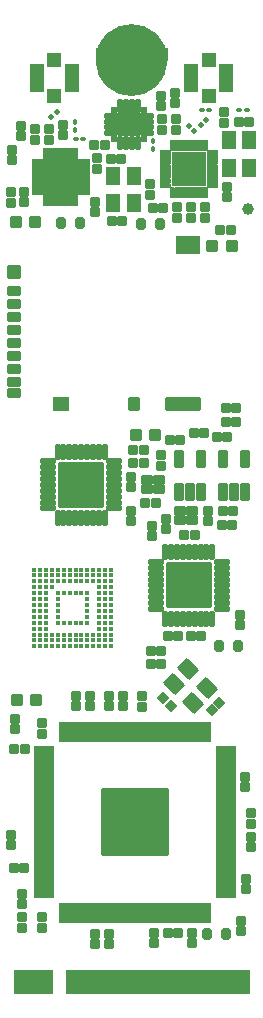
<source format=gbr>
%TF.GenerationSoftware,KiCad,Pcbnew,8.0.6*%
%TF.CreationDate,2024-11-27T00:56:58+01:00*%
%TF.ProjectId,M2SmartHome,4d32536d-6172-4744-986f-6d652e6b6963,rev?*%
%TF.SameCoordinates,Original*%
%TF.FileFunction,Soldermask,Top*%
%TF.FilePolarity,Negative*%
%FSLAX46Y46*%
G04 Gerber Fmt 4.6, Leading zero omitted, Abs format (unit mm)*
G04 Created by KiCad (PCBNEW 8.0.6) date 2024-11-27 00:56:58*
%MOMM*%
%LPD*%
G01*
G04 APERTURE LIST*
G04 Aperture macros list*
%AMRoundRect*
0 Rectangle with rounded corners*
0 $1 Rounding radius*
0 $2 $3 $4 $5 $6 $7 $8 $9 X,Y pos of 4 corners*
0 Add a 4 corners polygon primitive as box body*
4,1,4,$2,$3,$4,$5,$6,$7,$8,$9,$2,$3,0*
0 Add four circle primitives for the rounded corners*
1,1,$1+$1,$2,$3*
1,1,$1+$1,$4,$5*
1,1,$1+$1,$6,$7*
1,1,$1+$1,$8,$9*
0 Add four rect primitives between the rounded corners*
20,1,$1+$1,$2,$3,$4,$5,0*
20,1,$1+$1,$4,$5,$6,$7,0*
20,1,$1+$1,$6,$7,$8,$9,0*
20,1,$1+$1,$8,$9,$2,$3,0*%
G04 Aperture macros list end*
%ADD10C,0.100000*%
%ADD11C,3.050000*%
%ADD12C,0.010000*%
%ADD13RoundRect,0.100000X-0.100000X0.130000X-0.100000X-0.130000X0.100000X-0.130000X0.100000X0.130000X0*%
%ADD14RoundRect,0.100000X0.021213X0.162635X-0.162635X-0.021213X-0.021213X-0.162635X0.162635X0.021213X0*%
%ADD15RoundRect,0.100000X-0.130000X-0.100000X0.130000X-0.100000X0.130000X0.100000X-0.130000X0.100000X0*%
%ADD16C,0.444000*%
%ADD17RoundRect,0.102000X0.450000X-0.350000X0.450000X0.350000X-0.450000X0.350000X-0.450000X-0.350000X0*%
%ADD18RoundRect,0.102000X0.600000X-0.500000X0.600000X0.500000X-0.600000X0.500000X-0.600000X-0.500000X0*%
%ADD19RoundRect,0.102000X1.400000X-0.500000X1.400000X0.500000X-1.400000X0.500000X-1.400000X-0.500000X0*%
%ADD20RoundRect,0.102000X0.950000X-0.650000X0.950000X0.650000X-0.950000X0.650000X-0.950000X-0.650000X0*%
%ADD21RoundRect,0.102000X0.450000X-0.500000X0.450000X0.500000X-0.450000X0.500000X-0.450000X-0.500000X0*%
%ADD22RoundRect,0.102000X0.400000X-0.500000X0.400000X0.500000X-0.400000X0.500000X-0.400000X-0.500000X0*%
%ADD23RoundRect,0.102000X-0.130000X-0.540000X0.130000X-0.540000X0.130000X0.540000X-0.130000X0.540000X0*%
%ADD24RoundRect,0.102000X0.540000X-0.130000X0.540000X0.130000X-0.540000X0.130000X-0.540000X-0.130000X0*%
%ADD25RoundRect,0.102000X0.130000X0.540000X-0.130000X0.540000X-0.130000X-0.540000X0.130000X-0.540000X0*%
%ADD26RoundRect,0.102000X-0.540000X0.130000X-0.540000X-0.130000X0.540000X-0.130000X0.540000X0.130000X0*%
%ADD27RoundRect,0.102000X-1.850000X1.850000X-1.850000X-1.850000X1.850000X-1.850000X1.850000X1.850000X0*%
%ADD28RoundRect,0.102000X-1.850000X-1.850000X1.850000X-1.850000X1.850000X1.850000X-1.850000X1.850000X0*%
%ADD29C,1.000000*%
%ADD30RoundRect,0.102000X-2.775000X-2.775000X2.775000X-2.775000X2.775000X2.775000X-2.775000X2.775000X0*%
%ADD31RoundRect,0.013020X0.203980X-0.823980X0.203980X0.823980X-0.203980X0.823980X-0.203980X-0.823980X0*%
%ADD32RoundRect,0.013020X-0.823980X-0.203980X0.823980X-0.203980X0.823980X0.203980X-0.823980X0.203980X0*%
%ADD33RoundRect,0.102000X0.088388X-0.830850X0.830850X-0.088388X-0.088388X0.830850X-0.830850X0.088388X0*%
%ADD34RoundRect,0.102000X0.375000X0.325000X-0.375000X0.325000X-0.375000X-0.325000X0.375000X-0.325000X0*%
%ADD35RoundRect,0.102000X-0.375000X-0.325000X0.375000X-0.325000X0.375000X0.325000X-0.375000X0.325000X0*%
%ADD36RoundRect,0.102000X0.525000X0.650000X-0.525000X0.650000X-0.525000X-0.650000X0.525000X-0.650000X0*%
%ADD37RoundRect,0.102000X-0.525000X-0.650000X0.525000X-0.650000X0.525000X0.650000X-0.525000X0.650000X0*%
%ADD38RoundRect,0.102000X-0.400000X-0.400000X0.400000X-0.400000X0.400000X0.400000X-0.400000X0.400000X0*%
%ADD39RoundRect,0.102000X0.400000X0.400000X-0.400000X0.400000X-0.400000X-0.400000X0.400000X-0.400000X0*%
%ADD40RoundRect,0.016240X0.490760X0.215760X-0.490760X0.215760X-0.490760X-0.215760X0.490760X-0.215760X0*%
%ADD41RoundRect,0.016240X0.215760X0.490760X-0.215760X0.490760X-0.215760X-0.490760X0.215760X-0.490760X0*%
%ADD42RoundRect,0.102000X1.350000X1.350000X-1.350000X1.350000X-1.350000X-1.350000X1.350000X-1.350000X0*%
%ADD43RoundRect,0.102000X0.500000X0.525000X-0.500000X0.525000X-0.500000X-0.525000X0.500000X-0.525000X0*%
%ADD44RoundRect,0.102000X0.525000X1.100000X-0.525000X1.100000X-0.525000X-1.100000X0.525000X-1.100000X0*%
%ADD45RoundRect,0.102000X0.280000X0.300000X-0.280000X0.300000X-0.280000X-0.300000X0.280000X-0.300000X0*%
%ADD46RoundRect,0.102000X0.300000X-0.280000X0.300000X0.280000X-0.300000X0.280000X-0.300000X-0.280000X0*%
%ADD47RoundRect,0.102000X-0.300000X0.280000X-0.300000X-0.280000X0.300000X-0.280000X0.300000X0.280000X0*%
%ADD48RoundRect,0.200000X-0.200000X-0.275000X0.200000X-0.275000X0.200000X0.275000X-0.200000X0.275000X0*%
%ADD49RoundRect,0.200000X0.200000X0.275000X-0.200000X0.275000X-0.200000X-0.275000X0.200000X-0.275000X0*%
%ADD50RoundRect,0.102000X-0.014142X0.410122X-0.410122X0.014142X0.014142X-0.410122X0.410122X-0.014142X0*%
%ADD51RoundRect,0.102000X-0.900000X-0.900000X0.900000X-0.900000X0.900000X0.900000X-0.900000X0.900000X0*%
%ADD52RoundRect,0.102000X-0.150000X-0.450000X0.150000X-0.450000X0.150000X0.450000X-0.150000X0.450000X0*%
%ADD53RoundRect,0.102000X-0.175000X-0.175000X0.175000X-0.175000X0.175000X0.175000X-0.175000X0.175000X0*%
%ADD54RoundRect,0.102000X-0.450000X0.150000X-0.450000X-0.150000X0.450000X-0.150000X0.450000X0.150000X0*%
%ADD55RoundRect,0.102000X0.150000X0.450000X-0.150000X0.450000X-0.150000X-0.450000X0.150000X-0.450000X0*%
%ADD56RoundRect,0.102000X0.450000X-0.150000X0.450000X0.150000X-0.450000X0.150000X-0.450000X-0.150000X0*%
%ADD57RoundRect,0.102000X-0.280000X-0.300000X0.280000X-0.300000X0.280000X0.300000X-0.280000X0.300000X0*%
%ADD58RoundRect,0.102000X0.279400X-0.660400X0.279400X0.660400X-0.279400X0.660400X-0.279400X-0.660400X0*%
%ADD59RoundRect,0.100000X-0.021213X-0.162635X0.162635X0.021213X0.021213X0.162635X-0.162635X-0.021213X0*%
%ADD60RoundRect,0.100000X0.130000X0.100000X-0.130000X0.100000X-0.130000X-0.100000X0.130000X-0.100000X0*%
%ADD61RoundRect,0.102000X-0.410122X-0.014142X-0.014142X-0.410122X0.410122X0.014142X0.014142X0.410122X0*%
%ADD62RoundRect,0.100000X-0.162635X0.021213X0.021213X-0.162635X0.162635X-0.021213X-0.021213X0.162635X0*%
G04 APERTURE END LIST*
D10*
X89000000Y-86000000D02*
X95000000Y-86000000D01*
X95000000Y-87000000D01*
X89000000Y-87000000D01*
X89000000Y-86000000D01*
G36*
X89000000Y-86000000D02*
G01*
X95000000Y-86000000D01*
X95000000Y-87000000D01*
X89000000Y-87000000D01*
X89000000Y-86000000D01*
G37*
D11*
X93525000Y-87000000D02*
G75*
G02*
X90475000Y-87000000I-1525000J0D01*
G01*
X90475000Y-87000000D02*
G75*
G02*
X93525000Y-87000000I1525000J0D01*
G01*
D12*
%TO.C,U7*%
X95193000Y-94633500D02*
X95195000Y-94633500D01*
X95197000Y-94634500D01*
X95199000Y-94635500D01*
X95201000Y-94635500D01*
X95203000Y-94636500D01*
X95205000Y-94637500D01*
X95207000Y-94638500D01*
X95209000Y-94640500D01*
X95210000Y-94641500D01*
X95212000Y-94642500D01*
X95213000Y-94644500D01*
X95215000Y-94645500D01*
X95216000Y-94647500D01*
X95217000Y-94648500D01*
X95219000Y-94650500D01*
X95220000Y-94652500D01*
X95221000Y-94654500D01*
X95222000Y-94656500D01*
X95222000Y-94658500D01*
X95223000Y-94660500D01*
X95224000Y-94662500D01*
X95224000Y-94664500D01*
X95225000Y-94666500D01*
X95225000Y-94668500D01*
X95225000Y-94670500D01*
X95225000Y-94672500D01*
X95225000Y-94912500D01*
X95225000Y-94914500D01*
X95225000Y-94916500D01*
X95225000Y-94918500D01*
X95224000Y-94920500D01*
X95224000Y-94922500D01*
X95223000Y-94924500D01*
X95222000Y-94926500D01*
X95222000Y-94928500D01*
X95221000Y-94930500D01*
X95220000Y-94932500D01*
X95219000Y-94934500D01*
X95217000Y-94936500D01*
X95216000Y-94937500D01*
X95215000Y-94939500D01*
X95213000Y-94940500D01*
X95212000Y-94942500D01*
X95210000Y-94943500D01*
X95209000Y-94944500D01*
X95207000Y-94946500D01*
X95205000Y-94947500D01*
X95203000Y-94948500D01*
X95201000Y-94949500D01*
X95199000Y-94949500D01*
X95197000Y-94950500D01*
X95195000Y-94951500D01*
X95193000Y-94951500D01*
X95191000Y-94952500D01*
X95189000Y-94952500D01*
X95187000Y-94952500D01*
X95185000Y-94952500D01*
X94425000Y-94952500D01*
X94423000Y-94952500D01*
X94421000Y-94952500D01*
X94419000Y-94952500D01*
X94417000Y-94951500D01*
X94415000Y-94951500D01*
X94413000Y-94950500D01*
X94411000Y-94949500D01*
X94409000Y-94949500D01*
X94407000Y-94948500D01*
X94405000Y-94947500D01*
X94403000Y-94946500D01*
X94401000Y-94944500D01*
X94400000Y-94943500D01*
X94398000Y-94942500D01*
X94397000Y-94940500D01*
X94395000Y-94939500D01*
X94394000Y-94937500D01*
X94393000Y-94936500D01*
X94391000Y-94934500D01*
X94390000Y-94932500D01*
X94389000Y-94930500D01*
X94388000Y-94928500D01*
X94388000Y-94926500D01*
X94387000Y-94924500D01*
X94386000Y-94922500D01*
X94386000Y-94920500D01*
X94385000Y-94918500D01*
X94385000Y-94916500D01*
X94385000Y-94914500D01*
X94385000Y-94912500D01*
X94385000Y-94672500D01*
X94385000Y-94670500D01*
X94385000Y-94668500D01*
X94385000Y-94666500D01*
X94386000Y-94664500D01*
X94386000Y-94662500D01*
X94387000Y-94660500D01*
X94388000Y-94658500D01*
X94388000Y-94656500D01*
X94389000Y-94654500D01*
X94390000Y-94652500D01*
X94391000Y-94650500D01*
X94393000Y-94648500D01*
X94394000Y-94647500D01*
X94395000Y-94645500D01*
X94397000Y-94644500D01*
X94398000Y-94642500D01*
X94400000Y-94641500D01*
X94401000Y-94640500D01*
X94403000Y-94638500D01*
X94405000Y-94637500D01*
X94407000Y-94636500D01*
X94409000Y-94635500D01*
X94411000Y-94635500D01*
X94413000Y-94634500D01*
X94415000Y-94633500D01*
X94417000Y-94633500D01*
X94419000Y-94632500D01*
X94421000Y-94632500D01*
X94423000Y-94632500D01*
X94425000Y-94632500D01*
X95185000Y-94632500D01*
X95187000Y-94632500D01*
X95189000Y-94632500D01*
X95191000Y-94632500D01*
X95193000Y-94633500D01*
G36*
X95193000Y-94633500D02*
G01*
X95195000Y-94633500D01*
X95197000Y-94634500D01*
X95199000Y-94635500D01*
X95201000Y-94635500D01*
X95203000Y-94636500D01*
X95205000Y-94637500D01*
X95207000Y-94638500D01*
X95209000Y-94640500D01*
X95210000Y-94641500D01*
X95212000Y-94642500D01*
X95213000Y-94644500D01*
X95215000Y-94645500D01*
X95216000Y-94647500D01*
X95217000Y-94648500D01*
X95219000Y-94650500D01*
X95220000Y-94652500D01*
X95221000Y-94654500D01*
X95222000Y-94656500D01*
X95222000Y-94658500D01*
X95223000Y-94660500D01*
X95224000Y-94662500D01*
X95224000Y-94664500D01*
X95225000Y-94666500D01*
X95225000Y-94668500D01*
X95225000Y-94670500D01*
X95225000Y-94672500D01*
X95225000Y-94912500D01*
X95225000Y-94914500D01*
X95225000Y-94916500D01*
X95225000Y-94918500D01*
X95224000Y-94920500D01*
X95224000Y-94922500D01*
X95223000Y-94924500D01*
X95222000Y-94926500D01*
X95222000Y-94928500D01*
X95221000Y-94930500D01*
X95220000Y-94932500D01*
X95219000Y-94934500D01*
X95217000Y-94936500D01*
X95216000Y-94937500D01*
X95215000Y-94939500D01*
X95213000Y-94940500D01*
X95212000Y-94942500D01*
X95210000Y-94943500D01*
X95209000Y-94944500D01*
X95207000Y-94946500D01*
X95205000Y-94947500D01*
X95203000Y-94948500D01*
X95201000Y-94949500D01*
X95199000Y-94949500D01*
X95197000Y-94950500D01*
X95195000Y-94951500D01*
X95193000Y-94951500D01*
X95191000Y-94952500D01*
X95189000Y-94952500D01*
X95187000Y-94952500D01*
X95185000Y-94952500D01*
X94425000Y-94952500D01*
X94423000Y-94952500D01*
X94421000Y-94952500D01*
X94419000Y-94952500D01*
X94417000Y-94951500D01*
X94415000Y-94951500D01*
X94413000Y-94950500D01*
X94411000Y-94949500D01*
X94409000Y-94949500D01*
X94407000Y-94948500D01*
X94405000Y-94947500D01*
X94403000Y-94946500D01*
X94401000Y-94944500D01*
X94400000Y-94943500D01*
X94398000Y-94942500D01*
X94397000Y-94940500D01*
X94395000Y-94939500D01*
X94394000Y-94937500D01*
X94393000Y-94936500D01*
X94391000Y-94934500D01*
X94390000Y-94932500D01*
X94389000Y-94930500D01*
X94388000Y-94928500D01*
X94388000Y-94926500D01*
X94387000Y-94924500D01*
X94386000Y-94922500D01*
X94386000Y-94920500D01*
X94385000Y-94918500D01*
X94385000Y-94916500D01*
X94385000Y-94914500D01*
X94385000Y-94912500D01*
X94385000Y-94672500D01*
X94385000Y-94670500D01*
X94385000Y-94668500D01*
X94385000Y-94666500D01*
X94386000Y-94664500D01*
X94386000Y-94662500D01*
X94387000Y-94660500D01*
X94388000Y-94658500D01*
X94388000Y-94656500D01*
X94389000Y-94654500D01*
X94390000Y-94652500D01*
X94391000Y-94650500D01*
X94393000Y-94648500D01*
X94394000Y-94647500D01*
X94395000Y-94645500D01*
X94397000Y-94644500D01*
X94398000Y-94642500D01*
X94400000Y-94641500D01*
X94401000Y-94640500D01*
X94403000Y-94638500D01*
X94405000Y-94637500D01*
X94407000Y-94636500D01*
X94409000Y-94635500D01*
X94411000Y-94635500D01*
X94413000Y-94634500D01*
X94415000Y-94633500D01*
X94417000Y-94633500D01*
X94419000Y-94632500D01*
X94421000Y-94632500D01*
X94423000Y-94632500D01*
X94425000Y-94632500D01*
X95185000Y-94632500D01*
X95187000Y-94632500D01*
X95189000Y-94632500D01*
X95191000Y-94632500D01*
X95193000Y-94633500D01*
G37*
X95193000Y-95033500D02*
X95195000Y-95033500D01*
X95197000Y-95034500D01*
X95199000Y-95035500D01*
X95201000Y-95035500D01*
X95203000Y-95036500D01*
X95205000Y-95037500D01*
X95207000Y-95038500D01*
X95209000Y-95040500D01*
X95210000Y-95041500D01*
X95212000Y-95042500D01*
X95213000Y-95044500D01*
X95215000Y-95045500D01*
X95216000Y-95047500D01*
X95217000Y-95048500D01*
X95219000Y-95050500D01*
X95220000Y-95052500D01*
X95221000Y-95054500D01*
X95222000Y-95056500D01*
X95222000Y-95058500D01*
X95223000Y-95060500D01*
X95224000Y-95062500D01*
X95224000Y-95064500D01*
X95225000Y-95066500D01*
X95225000Y-95068500D01*
X95225000Y-95070500D01*
X95225000Y-95072500D01*
X95225000Y-95312500D01*
X95225000Y-95314500D01*
X95225000Y-95316500D01*
X95225000Y-95318500D01*
X95224000Y-95320500D01*
X95224000Y-95322500D01*
X95223000Y-95324500D01*
X95222000Y-95326500D01*
X95222000Y-95328500D01*
X95221000Y-95330500D01*
X95220000Y-95332500D01*
X95219000Y-95334500D01*
X95217000Y-95336500D01*
X95216000Y-95337500D01*
X95215000Y-95339500D01*
X95213000Y-95340500D01*
X95212000Y-95342500D01*
X95210000Y-95343500D01*
X95209000Y-95344500D01*
X95207000Y-95346500D01*
X95205000Y-95347500D01*
X95203000Y-95348500D01*
X95201000Y-95349500D01*
X95199000Y-95349500D01*
X95197000Y-95350500D01*
X95195000Y-95351500D01*
X95193000Y-95351500D01*
X95191000Y-95352500D01*
X95189000Y-95352500D01*
X95187000Y-95352500D01*
X95185000Y-95352500D01*
X94425000Y-95352500D01*
X94423000Y-95352500D01*
X94421000Y-95352500D01*
X94419000Y-95352500D01*
X94417000Y-95351500D01*
X94415000Y-95351500D01*
X94413000Y-95350500D01*
X94411000Y-95349500D01*
X94409000Y-95349500D01*
X94407000Y-95348500D01*
X94405000Y-95347500D01*
X94403000Y-95346500D01*
X94401000Y-95344500D01*
X94400000Y-95343500D01*
X94398000Y-95342500D01*
X94397000Y-95340500D01*
X94395000Y-95339500D01*
X94394000Y-95337500D01*
X94393000Y-95336500D01*
X94391000Y-95334500D01*
X94390000Y-95332500D01*
X94389000Y-95330500D01*
X94388000Y-95328500D01*
X94388000Y-95326500D01*
X94387000Y-95324500D01*
X94386000Y-95322500D01*
X94386000Y-95320500D01*
X94385000Y-95318500D01*
X94385000Y-95316500D01*
X94385000Y-95314500D01*
X94385000Y-95312500D01*
X94385000Y-95072500D01*
X94385000Y-95070500D01*
X94385000Y-95068500D01*
X94385000Y-95066500D01*
X94386000Y-95064500D01*
X94386000Y-95062500D01*
X94387000Y-95060500D01*
X94388000Y-95058500D01*
X94388000Y-95056500D01*
X94389000Y-95054500D01*
X94390000Y-95052500D01*
X94391000Y-95050500D01*
X94393000Y-95048500D01*
X94394000Y-95047500D01*
X94395000Y-95045500D01*
X94397000Y-95044500D01*
X94398000Y-95042500D01*
X94400000Y-95041500D01*
X94401000Y-95040500D01*
X94403000Y-95038500D01*
X94405000Y-95037500D01*
X94407000Y-95036500D01*
X94409000Y-95035500D01*
X94411000Y-95035500D01*
X94413000Y-95034500D01*
X94415000Y-95033500D01*
X94417000Y-95033500D01*
X94419000Y-95032500D01*
X94421000Y-95032500D01*
X94423000Y-95032500D01*
X94425000Y-95032500D01*
X95185000Y-95032500D01*
X95187000Y-95032500D01*
X95189000Y-95032500D01*
X95191000Y-95032500D01*
X95193000Y-95033500D01*
G36*
X95193000Y-95033500D02*
G01*
X95195000Y-95033500D01*
X95197000Y-95034500D01*
X95199000Y-95035500D01*
X95201000Y-95035500D01*
X95203000Y-95036500D01*
X95205000Y-95037500D01*
X95207000Y-95038500D01*
X95209000Y-95040500D01*
X95210000Y-95041500D01*
X95212000Y-95042500D01*
X95213000Y-95044500D01*
X95215000Y-95045500D01*
X95216000Y-95047500D01*
X95217000Y-95048500D01*
X95219000Y-95050500D01*
X95220000Y-95052500D01*
X95221000Y-95054500D01*
X95222000Y-95056500D01*
X95222000Y-95058500D01*
X95223000Y-95060500D01*
X95224000Y-95062500D01*
X95224000Y-95064500D01*
X95225000Y-95066500D01*
X95225000Y-95068500D01*
X95225000Y-95070500D01*
X95225000Y-95072500D01*
X95225000Y-95312500D01*
X95225000Y-95314500D01*
X95225000Y-95316500D01*
X95225000Y-95318500D01*
X95224000Y-95320500D01*
X95224000Y-95322500D01*
X95223000Y-95324500D01*
X95222000Y-95326500D01*
X95222000Y-95328500D01*
X95221000Y-95330500D01*
X95220000Y-95332500D01*
X95219000Y-95334500D01*
X95217000Y-95336500D01*
X95216000Y-95337500D01*
X95215000Y-95339500D01*
X95213000Y-95340500D01*
X95212000Y-95342500D01*
X95210000Y-95343500D01*
X95209000Y-95344500D01*
X95207000Y-95346500D01*
X95205000Y-95347500D01*
X95203000Y-95348500D01*
X95201000Y-95349500D01*
X95199000Y-95349500D01*
X95197000Y-95350500D01*
X95195000Y-95351500D01*
X95193000Y-95351500D01*
X95191000Y-95352500D01*
X95189000Y-95352500D01*
X95187000Y-95352500D01*
X95185000Y-95352500D01*
X94425000Y-95352500D01*
X94423000Y-95352500D01*
X94421000Y-95352500D01*
X94419000Y-95352500D01*
X94417000Y-95351500D01*
X94415000Y-95351500D01*
X94413000Y-95350500D01*
X94411000Y-95349500D01*
X94409000Y-95349500D01*
X94407000Y-95348500D01*
X94405000Y-95347500D01*
X94403000Y-95346500D01*
X94401000Y-95344500D01*
X94400000Y-95343500D01*
X94398000Y-95342500D01*
X94397000Y-95340500D01*
X94395000Y-95339500D01*
X94394000Y-95337500D01*
X94393000Y-95336500D01*
X94391000Y-95334500D01*
X94390000Y-95332500D01*
X94389000Y-95330500D01*
X94388000Y-95328500D01*
X94388000Y-95326500D01*
X94387000Y-95324500D01*
X94386000Y-95322500D01*
X94386000Y-95320500D01*
X94385000Y-95318500D01*
X94385000Y-95316500D01*
X94385000Y-95314500D01*
X94385000Y-95312500D01*
X94385000Y-95072500D01*
X94385000Y-95070500D01*
X94385000Y-95068500D01*
X94385000Y-95066500D01*
X94386000Y-95064500D01*
X94386000Y-95062500D01*
X94387000Y-95060500D01*
X94388000Y-95058500D01*
X94388000Y-95056500D01*
X94389000Y-95054500D01*
X94390000Y-95052500D01*
X94391000Y-95050500D01*
X94393000Y-95048500D01*
X94394000Y-95047500D01*
X94395000Y-95045500D01*
X94397000Y-95044500D01*
X94398000Y-95042500D01*
X94400000Y-95041500D01*
X94401000Y-95040500D01*
X94403000Y-95038500D01*
X94405000Y-95037500D01*
X94407000Y-95036500D01*
X94409000Y-95035500D01*
X94411000Y-95035500D01*
X94413000Y-95034500D01*
X94415000Y-95033500D01*
X94417000Y-95033500D01*
X94419000Y-95032500D01*
X94421000Y-95032500D01*
X94423000Y-95032500D01*
X94425000Y-95032500D01*
X95185000Y-95032500D01*
X95187000Y-95032500D01*
X95189000Y-95032500D01*
X95191000Y-95032500D01*
X95193000Y-95033500D01*
G37*
X95193000Y-95433500D02*
X95195000Y-95433500D01*
X95197000Y-95434500D01*
X95199000Y-95435500D01*
X95201000Y-95435500D01*
X95203000Y-95436500D01*
X95205000Y-95437500D01*
X95207000Y-95438500D01*
X95209000Y-95440500D01*
X95210000Y-95441500D01*
X95212000Y-95442500D01*
X95213000Y-95444500D01*
X95215000Y-95445500D01*
X95216000Y-95447500D01*
X95217000Y-95448500D01*
X95219000Y-95450500D01*
X95220000Y-95452500D01*
X95221000Y-95454500D01*
X95222000Y-95456500D01*
X95222000Y-95458500D01*
X95223000Y-95460500D01*
X95224000Y-95462500D01*
X95224000Y-95464500D01*
X95225000Y-95466500D01*
X95225000Y-95468500D01*
X95225000Y-95470500D01*
X95225000Y-95472500D01*
X95225000Y-95712500D01*
X95225000Y-95714500D01*
X95225000Y-95716500D01*
X95225000Y-95718500D01*
X95224000Y-95720500D01*
X95224000Y-95722500D01*
X95223000Y-95724500D01*
X95222000Y-95726500D01*
X95222000Y-95728500D01*
X95221000Y-95730500D01*
X95220000Y-95732500D01*
X95219000Y-95734500D01*
X95217000Y-95736500D01*
X95216000Y-95737500D01*
X95215000Y-95739500D01*
X95213000Y-95740500D01*
X95212000Y-95742500D01*
X95210000Y-95743500D01*
X95209000Y-95744500D01*
X95207000Y-95746500D01*
X95205000Y-95747500D01*
X95203000Y-95748500D01*
X95201000Y-95749500D01*
X95199000Y-95749500D01*
X95197000Y-95750500D01*
X95195000Y-95751500D01*
X95193000Y-95751500D01*
X95191000Y-95752500D01*
X95189000Y-95752500D01*
X95187000Y-95752500D01*
X95185000Y-95752500D01*
X94425000Y-95752500D01*
X94423000Y-95752500D01*
X94421000Y-95752500D01*
X94419000Y-95752500D01*
X94417000Y-95751500D01*
X94415000Y-95751500D01*
X94413000Y-95750500D01*
X94411000Y-95749500D01*
X94409000Y-95749500D01*
X94407000Y-95748500D01*
X94405000Y-95747500D01*
X94403000Y-95746500D01*
X94401000Y-95744500D01*
X94400000Y-95743500D01*
X94398000Y-95742500D01*
X94397000Y-95740500D01*
X94395000Y-95739500D01*
X94394000Y-95737500D01*
X94393000Y-95736500D01*
X94391000Y-95734500D01*
X94390000Y-95732500D01*
X94389000Y-95730500D01*
X94388000Y-95728500D01*
X94388000Y-95726500D01*
X94387000Y-95724500D01*
X94386000Y-95722500D01*
X94386000Y-95720500D01*
X94385000Y-95718500D01*
X94385000Y-95716500D01*
X94385000Y-95714500D01*
X94385000Y-95712500D01*
X94385000Y-95472500D01*
X94385000Y-95470500D01*
X94385000Y-95468500D01*
X94385000Y-95466500D01*
X94386000Y-95464500D01*
X94386000Y-95462500D01*
X94387000Y-95460500D01*
X94388000Y-95458500D01*
X94388000Y-95456500D01*
X94389000Y-95454500D01*
X94390000Y-95452500D01*
X94391000Y-95450500D01*
X94393000Y-95448500D01*
X94394000Y-95447500D01*
X94395000Y-95445500D01*
X94397000Y-95444500D01*
X94398000Y-95442500D01*
X94400000Y-95441500D01*
X94401000Y-95440500D01*
X94403000Y-95438500D01*
X94405000Y-95437500D01*
X94407000Y-95436500D01*
X94409000Y-95435500D01*
X94411000Y-95435500D01*
X94413000Y-95434500D01*
X94415000Y-95433500D01*
X94417000Y-95433500D01*
X94419000Y-95432500D01*
X94421000Y-95432500D01*
X94423000Y-95432500D01*
X94425000Y-95432500D01*
X95185000Y-95432500D01*
X95187000Y-95432500D01*
X95189000Y-95432500D01*
X95191000Y-95432500D01*
X95193000Y-95433500D01*
G36*
X95193000Y-95433500D02*
G01*
X95195000Y-95433500D01*
X95197000Y-95434500D01*
X95199000Y-95435500D01*
X95201000Y-95435500D01*
X95203000Y-95436500D01*
X95205000Y-95437500D01*
X95207000Y-95438500D01*
X95209000Y-95440500D01*
X95210000Y-95441500D01*
X95212000Y-95442500D01*
X95213000Y-95444500D01*
X95215000Y-95445500D01*
X95216000Y-95447500D01*
X95217000Y-95448500D01*
X95219000Y-95450500D01*
X95220000Y-95452500D01*
X95221000Y-95454500D01*
X95222000Y-95456500D01*
X95222000Y-95458500D01*
X95223000Y-95460500D01*
X95224000Y-95462500D01*
X95224000Y-95464500D01*
X95225000Y-95466500D01*
X95225000Y-95468500D01*
X95225000Y-95470500D01*
X95225000Y-95472500D01*
X95225000Y-95712500D01*
X95225000Y-95714500D01*
X95225000Y-95716500D01*
X95225000Y-95718500D01*
X95224000Y-95720500D01*
X95224000Y-95722500D01*
X95223000Y-95724500D01*
X95222000Y-95726500D01*
X95222000Y-95728500D01*
X95221000Y-95730500D01*
X95220000Y-95732500D01*
X95219000Y-95734500D01*
X95217000Y-95736500D01*
X95216000Y-95737500D01*
X95215000Y-95739500D01*
X95213000Y-95740500D01*
X95212000Y-95742500D01*
X95210000Y-95743500D01*
X95209000Y-95744500D01*
X95207000Y-95746500D01*
X95205000Y-95747500D01*
X95203000Y-95748500D01*
X95201000Y-95749500D01*
X95199000Y-95749500D01*
X95197000Y-95750500D01*
X95195000Y-95751500D01*
X95193000Y-95751500D01*
X95191000Y-95752500D01*
X95189000Y-95752500D01*
X95187000Y-95752500D01*
X95185000Y-95752500D01*
X94425000Y-95752500D01*
X94423000Y-95752500D01*
X94421000Y-95752500D01*
X94419000Y-95752500D01*
X94417000Y-95751500D01*
X94415000Y-95751500D01*
X94413000Y-95750500D01*
X94411000Y-95749500D01*
X94409000Y-95749500D01*
X94407000Y-95748500D01*
X94405000Y-95747500D01*
X94403000Y-95746500D01*
X94401000Y-95744500D01*
X94400000Y-95743500D01*
X94398000Y-95742500D01*
X94397000Y-95740500D01*
X94395000Y-95739500D01*
X94394000Y-95737500D01*
X94393000Y-95736500D01*
X94391000Y-95734500D01*
X94390000Y-95732500D01*
X94389000Y-95730500D01*
X94388000Y-95728500D01*
X94388000Y-95726500D01*
X94387000Y-95724500D01*
X94386000Y-95722500D01*
X94386000Y-95720500D01*
X94385000Y-95718500D01*
X94385000Y-95716500D01*
X94385000Y-95714500D01*
X94385000Y-95712500D01*
X94385000Y-95472500D01*
X94385000Y-95470500D01*
X94385000Y-95468500D01*
X94385000Y-95466500D01*
X94386000Y-95464500D01*
X94386000Y-95462500D01*
X94387000Y-95460500D01*
X94388000Y-95458500D01*
X94388000Y-95456500D01*
X94389000Y-95454500D01*
X94390000Y-95452500D01*
X94391000Y-95450500D01*
X94393000Y-95448500D01*
X94394000Y-95447500D01*
X94395000Y-95445500D01*
X94397000Y-95444500D01*
X94398000Y-95442500D01*
X94400000Y-95441500D01*
X94401000Y-95440500D01*
X94403000Y-95438500D01*
X94405000Y-95437500D01*
X94407000Y-95436500D01*
X94409000Y-95435500D01*
X94411000Y-95435500D01*
X94413000Y-95434500D01*
X94415000Y-95433500D01*
X94417000Y-95433500D01*
X94419000Y-95432500D01*
X94421000Y-95432500D01*
X94423000Y-95432500D01*
X94425000Y-95432500D01*
X95185000Y-95432500D01*
X95187000Y-95432500D01*
X95189000Y-95432500D01*
X95191000Y-95432500D01*
X95193000Y-95433500D01*
G37*
X95193000Y-95833500D02*
X95195000Y-95833500D01*
X95197000Y-95834500D01*
X95199000Y-95835500D01*
X95201000Y-95835500D01*
X95203000Y-95836500D01*
X95205000Y-95837500D01*
X95207000Y-95838500D01*
X95209000Y-95840500D01*
X95210000Y-95841500D01*
X95212000Y-95842500D01*
X95213000Y-95844500D01*
X95215000Y-95845500D01*
X95216000Y-95847500D01*
X95217000Y-95848500D01*
X95219000Y-95850500D01*
X95220000Y-95852500D01*
X95221000Y-95854500D01*
X95222000Y-95856500D01*
X95222000Y-95858500D01*
X95223000Y-95860500D01*
X95224000Y-95862500D01*
X95224000Y-95864500D01*
X95225000Y-95866500D01*
X95225000Y-95868500D01*
X95225000Y-95870500D01*
X95225000Y-95872500D01*
X95225000Y-96112500D01*
X95225000Y-96114500D01*
X95225000Y-96116500D01*
X95225000Y-96118500D01*
X95224000Y-96120500D01*
X95224000Y-96122500D01*
X95223000Y-96124500D01*
X95222000Y-96126500D01*
X95222000Y-96128500D01*
X95221000Y-96130500D01*
X95220000Y-96132500D01*
X95219000Y-96134500D01*
X95217000Y-96136500D01*
X95216000Y-96137500D01*
X95215000Y-96139500D01*
X95213000Y-96140500D01*
X95212000Y-96142500D01*
X95210000Y-96143500D01*
X95209000Y-96144500D01*
X95207000Y-96146500D01*
X95205000Y-96147500D01*
X95203000Y-96148500D01*
X95201000Y-96149500D01*
X95199000Y-96149500D01*
X95197000Y-96150500D01*
X95195000Y-96151500D01*
X95193000Y-96151500D01*
X95191000Y-96152500D01*
X95189000Y-96152500D01*
X95187000Y-96152500D01*
X95185000Y-96152500D01*
X94425000Y-96152500D01*
X94423000Y-96152500D01*
X94421000Y-96152500D01*
X94419000Y-96152500D01*
X94417000Y-96151500D01*
X94415000Y-96151500D01*
X94413000Y-96150500D01*
X94411000Y-96149500D01*
X94409000Y-96149500D01*
X94407000Y-96148500D01*
X94405000Y-96147500D01*
X94403000Y-96146500D01*
X94401000Y-96144500D01*
X94400000Y-96143500D01*
X94398000Y-96142500D01*
X94397000Y-96140500D01*
X94395000Y-96139500D01*
X94394000Y-96137500D01*
X94393000Y-96136500D01*
X94391000Y-96134500D01*
X94390000Y-96132500D01*
X94389000Y-96130500D01*
X94388000Y-96128500D01*
X94388000Y-96126500D01*
X94387000Y-96124500D01*
X94386000Y-96122500D01*
X94386000Y-96120500D01*
X94385000Y-96118500D01*
X94385000Y-96116500D01*
X94385000Y-96114500D01*
X94385000Y-96112500D01*
X94385000Y-95872500D01*
X94385000Y-95870500D01*
X94385000Y-95868500D01*
X94385000Y-95866500D01*
X94386000Y-95864500D01*
X94386000Y-95862500D01*
X94387000Y-95860500D01*
X94388000Y-95858500D01*
X94388000Y-95856500D01*
X94389000Y-95854500D01*
X94390000Y-95852500D01*
X94391000Y-95850500D01*
X94393000Y-95848500D01*
X94394000Y-95847500D01*
X94395000Y-95845500D01*
X94397000Y-95844500D01*
X94398000Y-95842500D01*
X94400000Y-95841500D01*
X94401000Y-95840500D01*
X94403000Y-95838500D01*
X94405000Y-95837500D01*
X94407000Y-95836500D01*
X94409000Y-95835500D01*
X94411000Y-95835500D01*
X94413000Y-95834500D01*
X94415000Y-95833500D01*
X94417000Y-95833500D01*
X94419000Y-95832500D01*
X94421000Y-95832500D01*
X94423000Y-95832500D01*
X94425000Y-95832500D01*
X95185000Y-95832500D01*
X95187000Y-95832500D01*
X95189000Y-95832500D01*
X95191000Y-95832500D01*
X95193000Y-95833500D01*
G36*
X95193000Y-95833500D02*
G01*
X95195000Y-95833500D01*
X95197000Y-95834500D01*
X95199000Y-95835500D01*
X95201000Y-95835500D01*
X95203000Y-95836500D01*
X95205000Y-95837500D01*
X95207000Y-95838500D01*
X95209000Y-95840500D01*
X95210000Y-95841500D01*
X95212000Y-95842500D01*
X95213000Y-95844500D01*
X95215000Y-95845500D01*
X95216000Y-95847500D01*
X95217000Y-95848500D01*
X95219000Y-95850500D01*
X95220000Y-95852500D01*
X95221000Y-95854500D01*
X95222000Y-95856500D01*
X95222000Y-95858500D01*
X95223000Y-95860500D01*
X95224000Y-95862500D01*
X95224000Y-95864500D01*
X95225000Y-95866500D01*
X95225000Y-95868500D01*
X95225000Y-95870500D01*
X95225000Y-95872500D01*
X95225000Y-96112500D01*
X95225000Y-96114500D01*
X95225000Y-96116500D01*
X95225000Y-96118500D01*
X95224000Y-96120500D01*
X95224000Y-96122500D01*
X95223000Y-96124500D01*
X95222000Y-96126500D01*
X95222000Y-96128500D01*
X95221000Y-96130500D01*
X95220000Y-96132500D01*
X95219000Y-96134500D01*
X95217000Y-96136500D01*
X95216000Y-96137500D01*
X95215000Y-96139500D01*
X95213000Y-96140500D01*
X95212000Y-96142500D01*
X95210000Y-96143500D01*
X95209000Y-96144500D01*
X95207000Y-96146500D01*
X95205000Y-96147500D01*
X95203000Y-96148500D01*
X95201000Y-96149500D01*
X95199000Y-96149500D01*
X95197000Y-96150500D01*
X95195000Y-96151500D01*
X95193000Y-96151500D01*
X95191000Y-96152500D01*
X95189000Y-96152500D01*
X95187000Y-96152500D01*
X95185000Y-96152500D01*
X94425000Y-96152500D01*
X94423000Y-96152500D01*
X94421000Y-96152500D01*
X94419000Y-96152500D01*
X94417000Y-96151500D01*
X94415000Y-96151500D01*
X94413000Y-96150500D01*
X94411000Y-96149500D01*
X94409000Y-96149500D01*
X94407000Y-96148500D01*
X94405000Y-96147500D01*
X94403000Y-96146500D01*
X94401000Y-96144500D01*
X94400000Y-96143500D01*
X94398000Y-96142500D01*
X94397000Y-96140500D01*
X94395000Y-96139500D01*
X94394000Y-96137500D01*
X94393000Y-96136500D01*
X94391000Y-96134500D01*
X94390000Y-96132500D01*
X94389000Y-96130500D01*
X94388000Y-96128500D01*
X94388000Y-96126500D01*
X94387000Y-96124500D01*
X94386000Y-96122500D01*
X94386000Y-96120500D01*
X94385000Y-96118500D01*
X94385000Y-96116500D01*
X94385000Y-96114500D01*
X94385000Y-96112500D01*
X94385000Y-95872500D01*
X94385000Y-95870500D01*
X94385000Y-95868500D01*
X94385000Y-95866500D01*
X94386000Y-95864500D01*
X94386000Y-95862500D01*
X94387000Y-95860500D01*
X94388000Y-95858500D01*
X94388000Y-95856500D01*
X94389000Y-95854500D01*
X94390000Y-95852500D01*
X94391000Y-95850500D01*
X94393000Y-95848500D01*
X94394000Y-95847500D01*
X94395000Y-95845500D01*
X94397000Y-95844500D01*
X94398000Y-95842500D01*
X94400000Y-95841500D01*
X94401000Y-95840500D01*
X94403000Y-95838500D01*
X94405000Y-95837500D01*
X94407000Y-95836500D01*
X94409000Y-95835500D01*
X94411000Y-95835500D01*
X94413000Y-95834500D01*
X94415000Y-95833500D01*
X94417000Y-95833500D01*
X94419000Y-95832500D01*
X94421000Y-95832500D01*
X94423000Y-95832500D01*
X94425000Y-95832500D01*
X95185000Y-95832500D01*
X95187000Y-95832500D01*
X95189000Y-95832500D01*
X95191000Y-95832500D01*
X95193000Y-95833500D01*
G37*
X95193000Y-96233500D02*
X95195000Y-96233500D01*
X95197000Y-96234500D01*
X95199000Y-96235500D01*
X95201000Y-96235500D01*
X95203000Y-96236500D01*
X95205000Y-96237500D01*
X95207000Y-96238500D01*
X95209000Y-96240500D01*
X95210000Y-96241500D01*
X95212000Y-96242500D01*
X95213000Y-96244500D01*
X95215000Y-96245500D01*
X95216000Y-96247500D01*
X95217000Y-96248500D01*
X95219000Y-96250500D01*
X95220000Y-96252500D01*
X95221000Y-96254500D01*
X95222000Y-96256500D01*
X95222000Y-96258500D01*
X95223000Y-96260500D01*
X95224000Y-96262500D01*
X95224000Y-96264500D01*
X95225000Y-96266500D01*
X95225000Y-96268500D01*
X95225000Y-96270500D01*
X95225000Y-96272500D01*
X95225000Y-96512500D01*
X95225000Y-96514500D01*
X95225000Y-96516500D01*
X95225000Y-96518500D01*
X95224000Y-96520500D01*
X95224000Y-96522500D01*
X95223000Y-96524500D01*
X95222000Y-96526500D01*
X95222000Y-96528500D01*
X95221000Y-96530500D01*
X95220000Y-96532500D01*
X95219000Y-96534500D01*
X95217000Y-96536500D01*
X95216000Y-96537500D01*
X95215000Y-96539500D01*
X95213000Y-96540500D01*
X95212000Y-96542500D01*
X95210000Y-96543500D01*
X95209000Y-96544500D01*
X95207000Y-96546500D01*
X95205000Y-96547500D01*
X95203000Y-96548500D01*
X95201000Y-96549500D01*
X95199000Y-96549500D01*
X95197000Y-96550500D01*
X95195000Y-96551500D01*
X95193000Y-96551500D01*
X95191000Y-96552500D01*
X95189000Y-96552500D01*
X95187000Y-96552500D01*
X95185000Y-96552500D01*
X94425000Y-96552500D01*
X94423000Y-96552500D01*
X94421000Y-96552500D01*
X94419000Y-96552500D01*
X94417000Y-96551500D01*
X94415000Y-96551500D01*
X94413000Y-96550500D01*
X94411000Y-96549500D01*
X94409000Y-96549500D01*
X94407000Y-96548500D01*
X94405000Y-96547500D01*
X94403000Y-96546500D01*
X94401000Y-96544500D01*
X94400000Y-96543500D01*
X94398000Y-96542500D01*
X94397000Y-96540500D01*
X94395000Y-96539500D01*
X94394000Y-96537500D01*
X94393000Y-96536500D01*
X94391000Y-96534500D01*
X94390000Y-96532500D01*
X94389000Y-96530500D01*
X94388000Y-96528500D01*
X94388000Y-96526500D01*
X94387000Y-96524500D01*
X94386000Y-96522500D01*
X94386000Y-96520500D01*
X94385000Y-96518500D01*
X94385000Y-96516500D01*
X94385000Y-96514500D01*
X94385000Y-96512500D01*
X94385000Y-96272500D01*
X94385000Y-96270500D01*
X94385000Y-96268500D01*
X94385000Y-96266500D01*
X94386000Y-96264500D01*
X94386000Y-96262500D01*
X94387000Y-96260500D01*
X94388000Y-96258500D01*
X94388000Y-96256500D01*
X94389000Y-96254500D01*
X94390000Y-96252500D01*
X94391000Y-96250500D01*
X94393000Y-96248500D01*
X94394000Y-96247500D01*
X94395000Y-96245500D01*
X94397000Y-96244500D01*
X94398000Y-96242500D01*
X94400000Y-96241500D01*
X94401000Y-96240500D01*
X94403000Y-96238500D01*
X94405000Y-96237500D01*
X94407000Y-96236500D01*
X94409000Y-96235500D01*
X94411000Y-96235500D01*
X94413000Y-96234500D01*
X94415000Y-96233500D01*
X94417000Y-96233500D01*
X94419000Y-96232500D01*
X94421000Y-96232500D01*
X94423000Y-96232500D01*
X94425000Y-96232500D01*
X95185000Y-96232500D01*
X95187000Y-96232500D01*
X95189000Y-96232500D01*
X95191000Y-96232500D01*
X95193000Y-96233500D01*
G36*
X95193000Y-96233500D02*
G01*
X95195000Y-96233500D01*
X95197000Y-96234500D01*
X95199000Y-96235500D01*
X95201000Y-96235500D01*
X95203000Y-96236500D01*
X95205000Y-96237500D01*
X95207000Y-96238500D01*
X95209000Y-96240500D01*
X95210000Y-96241500D01*
X95212000Y-96242500D01*
X95213000Y-96244500D01*
X95215000Y-96245500D01*
X95216000Y-96247500D01*
X95217000Y-96248500D01*
X95219000Y-96250500D01*
X95220000Y-96252500D01*
X95221000Y-96254500D01*
X95222000Y-96256500D01*
X95222000Y-96258500D01*
X95223000Y-96260500D01*
X95224000Y-96262500D01*
X95224000Y-96264500D01*
X95225000Y-96266500D01*
X95225000Y-96268500D01*
X95225000Y-96270500D01*
X95225000Y-96272500D01*
X95225000Y-96512500D01*
X95225000Y-96514500D01*
X95225000Y-96516500D01*
X95225000Y-96518500D01*
X95224000Y-96520500D01*
X95224000Y-96522500D01*
X95223000Y-96524500D01*
X95222000Y-96526500D01*
X95222000Y-96528500D01*
X95221000Y-96530500D01*
X95220000Y-96532500D01*
X95219000Y-96534500D01*
X95217000Y-96536500D01*
X95216000Y-96537500D01*
X95215000Y-96539500D01*
X95213000Y-96540500D01*
X95212000Y-96542500D01*
X95210000Y-96543500D01*
X95209000Y-96544500D01*
X95207000Y-96546500D01*
X95205000Y-96547500D01*
X95203000Y-96548500D01*
X95201000Y-96549500D01*
X95199000Y-96549500D01*
X95197000Y-96550500D01*
X95195000Y-96551500D01*
X95193000Y-96551500D01*
X95191000Y-96552500D01*
X95189000Y-96552500D01*
X95187000Y-96552500D01*
X95185000Y-96552500D01*
X94425000Y-96552500D01*
X94423000Y-96552500D01*
X94421000Y-96552500D01*
X94419000Y-96552500D01*
X94417000Y-96551500D01*
X94415000Y-96551500D01*
X94413000Y-96550500D01*
X94411000Y-96549500D01*
X94409000Y-96549500D01*
X94407000Y-96548500D01*
X94405000Y-96547500D01*
X94403000Y-96546500D01*
X94401000Y-96544500D01*
X94400000Y-96543500D01*
X94398000Y-96542500D01*
X94397000Y-96540500D01*
X94395000Y-96539500D01*
X94394000Y-96537500D01*
X94393000Y-96536500D01*
X94391000Y-96534500D01*
X94390000Y-96532500D01*
X94389000Y-96530500D01*
X94388000Y-96528500D01*
X94388000Y-96526500D01*
X94387000Y-96524500D01*
X94386000Y-96522500D01*
X94386000Y-96520500D01*
X94385000Y-96518500D01*
X94385000Y-96516500D01*
X94385000Y-96514500D01*
X94385000Y-96512500D01*
X94385000Y-96272500D01*
X94385000Y-96270500D01*
X94385000Y-96268500D01*
X94385000Y-96266500D01*
X94386000Y-96264500D01*
X94386000Y-96262500D01*
X94387000Y-96260500D01*
X94388000Y-96258500D01*
X94388000Y-96256500D01*
X94389000Y-96254500D01*
X94390000Y-96252500D01*
X94391000Y-96250500D01*
X94393000Y-96248500D01*
X94394000Y-96247500D01*
X94395000Y-96245500D01*
X94397000Y-96244500D01*
X94398000Y-96242500D01*
X94400000Y-96241500D01*
X94401000Y-96240500D01*
X94403000Y-96238500D01*
X94405000Y-96237500D01*
X94407000Y-96236500D01*
X94409000Y-96235500D01*
X94411000Y-96235500D01*
X94413000Y-96234500D01*
X94415000Y-96233500D01*
X94417000Y-96233500D01*
X94419000Y-96232500D01*
X94421000Y-96232500D01*
X94423000Y-96232500D01*
X94425000Y-96232500D01*
X95185000Y-96232500D01*
X95187000Y-96232500D01*
X95189000Y-96232500D01*
X95191000Y-96232500D01*
X95193000Y-96233500D01*
G37*
X95193000Y-96633500D02*
X95195000Y-96633500D01*
X95197000Y-96634500D01*
X95199000Y-96635500D01*
X95201000Y-96635500D01*
X95203000Y-96636500D01*
X95205000Y-96637500D01*
X95207000Y-96638500D01*
X95209000Y-96640500D01*
X95210000Y-96641500D01*
X95212000Y-96642500D01*
X95213000Y-96644500D01*
X95215000Y-96645500D01*
X95216000Y-96647500D01*
X95217000Y-96648500D01*
X95219000Y-96650500D01*
X95220000Y-96652500D01*
X95221000Y-96654500D01*
X95222000Y-96656500D01*
X95222000Y-96658500D01*
X95223000Y-96660500D01*
X95224000Y-96662500D01*
X95224000Y-96664500D01*
X95225000Y-96666500D01*
X95225000Y-96668500D01*
X95225000Y-96670500D01*
X95225000Y-96672500D01*
X95225000Y-96912500D01*
X95225000Y-96914500D01*
X95225000Y-96916500D01*
X95225000Y-96918500D01*
X95224000Y-96920500D01*
X95224000Y-96922500D01*
X95223000Y-96924500D01*
X95222000Y-96926500D01*
X95222000Y-96928500D01*
X95221000Y-96930500D01*
X95220000Y-96932500D01*
X95219000Y-96934500D01*
X95217000Y-96936500D01*
X95216000Y-96937500D01*
X95215000Y-96939500D01*
X95213000Y-96940500D01*
X95212000Y-96942500D01*
X95210000Y-96943500D01*
X95209000Y-96944500D01*
X95207000Y-96946500D01*
X95205000Y-96947500D01*
X95203000Y-96948500D01*
X95201000Y-96949500D01*
X95199000Y-96949500D01*
X95197000Y-96950500D01*
X95195000Y-96951500D01*
X95193000Y-96951500D01*
X95191000Y-96952500D01*
X95189000Y-96952500D01*
X95187000Y-96952500D01*
X95185000Y-96952500D01*
X94425000Y-96952500D01*
X94423000Y-96952500D01*
X94421000Y-96952500D01*
X94419000Y-96952500D01*
X94417000Y-96951500D01*
X94415000Y-96951500D01*
X94413000Y-96950500D01*
X94411000Y-96949500D01*
X94409000Y-96949500D01*
X94407000Y-96948500D01*
X94405000Y-96947500D01*
X94403000Y-96946500D01*
X94401000Y-96944500D01*
X94400000Y-96943500D01*
X94398000Y-96942500D01*
X94397000Y-96940500D01*
X94395000Y-96939500D01*
X94394000Y-96937500D01*
X94393000Y-96936500D01*
X94391000Y-96934500D01*
X94390000Y-96932500D01*
X94389000Y-96930500D01*
X94388000Y-96928500D01*
X94388000Y-96926500D01*
X94387000Y-96924500D01*
X94386000Y-96922500D01*
X94386000Y-96920500D01*
X94385000Y-96918500D01*
X94385000Y-96916500D01*
X94385000Y-96914500D01*
X94385000Y-96912500D01*
X94385000Y-96672500D01*
X94385000Y-96670500D01*
X94385000Y-96668500D01*
X94385000Y-96666500D01*
X94386000Y-96664500D01*
X94386000Y-96662500D01*
X94387000Y-96660500D01*
X94388000Y-96658500D01*
X94388000Y-96656500D01*
X94389000Y-96654500D01*
X94390000Y-96652500D01*
X94391000Y-96650500D01*
X94393000Y-96648500D01*
X94394000Y-96647500D01*
X94395000Y-96645500D01*
X94397000Y-96644500D01*
X94398000Y-96642500D01*
X94400000Y-96641500D01*
X94401000Y-96640500D01*
X94403000Y-96638500D01*
X94405000Y-96637500D01*
X94407000Y-96636500D01*
X94409000Y-96635500D01*
X94411000Y-96635500D01*
X94413000Y-96634500D01*
X94415000Y-96633500D01*
X94417000Y-96633500D01*
X94419000Y-96632500D01*
X94421000Y-96632500D01*
X94423000Y-96632500D01*
X94425000Y-96632500D01*
X95185000Y-96632500D01*
X95187000Y-96632500D01*
X95189000Y-96632500D01*
X95191000Y-96632500D01*
X95193000Y-96633500D01*
G36*
X95193000Y-96633500D02*
G01*
X95195000Y-96633500D01*
X95197000Y-96634500D01*
X95199000Y-96635500D01*
X95201000Y-96635500D01*
X95203000Y-96636500D01*
X95205000Y-96637500D01*
X95207000Y-96638500D01*
X95209000Y-96640500D01*
X95210000Y-96641500D01*
X95212000Y-96642500D01*
X95213000Y-96644500D01*
X95215000Y-96645500D01*
X95216000Y-96647500D01*
X95217000Y-96648500D01*
X95219000Y-96650500D01*
X95220000Y-96652500D01*
X95221000Y-96654500D01*
X95222000Y-96656500D01*
X95222000Y-96658500D01*
X95223000Y-96660500D01*
X95224000Y-96662500D01*
X95224000Y-96664500D01*
X95225000Y-96666500D01*
X95225000Y-96668500D01*
X95225000Y-96670500D01*
X95225000Y-96672500D01*
X95225000Y-96912500D01*
X95225000Y-96914500D01*
X95225000Y-96916500D01*
X95225000Y-96918500D01*
X95224000Y-96920500D01*
X95224000Y-96922500D01*
X95223000Y-96924500D01*
X95222000Y-96926500D01*
X95222000Y-96928500D01*
X95221000Y-96930500D01*
X95220000Y-96932500D01*
X95219000Y-96934500D01*
X95217000Y-96936500D01*
X95216000Y-96937500D01*
X95215000Y-96939500D01*
X95213000Y-96940500D01*
X95212000Y-96942500D01*
X95210000Y-96943500D01*
X95209000Y-96944500D01*
X95207000Y-96946500D01*
X95205000Y-96947500D01*
X95203000Y-96948500D01*
X95201000Y-96949500D01*
X95199000Y-96949500D01*
X95197000Y-96950500D01*
X95195000Y-96951500D01*
X95193000Y-96951500D01*
X95191000Y-96952500D01*
X95189000Y-96952500D01*
X95187000Y-96952500D01*
X95185000Y-96952500D01*
X94425000Y-96952500D01*
X94423000Y-96952500D01*
X94421000Y-96952500D01*
X94419000Y-96952500D01*
X94417000Y-96951500D01*
X94415000Y-96951500D01*
X94413000Y-96950500D01*
X94411000Y-96949500D01*
X94409000Y-96949500D01*
X94407000Y-96948500D01*
X94405000Y-96947500D01*
X94403000Y-96946500D01*
X94401000Y-96944500D01*
X94400000Y-96943500D01*
X94398000Y-96942500D01*
X94397000Y-96940500D01*
X94395000Y-96939500D01*
X94394000Y-96937500D01*
X94393000Y-96936500D01*
X94391000Y-96934500D01*
X94390000Y-96932500D01*
X94389000Y-96930500D01*
X94388000Y-96928500D01*
X94388000Y-96926500D01*
X94387000Y-96924500D01*
X94386000Y-96922500D01*
X94386000Y-96920500D01*
X94385000Y-96918500D01*
X94385000Y-96916500D01*
X94385000Y-96914500D01*
X94385000Y-96912500D01*
X94385000Y-96672500D01*
X94385000Y-96670500D01*
X94385000Y-96668500D01*
X94385000Y-96666500D01*
X94386000Y-96664500D01*
X94386000Y-96662500D01*
X94387000Y-96660500D01*
X94388000Y-96658500D01*
X94388000Y-96656500D01*
X94389000Y-96654500D01*
X94390000Y-96652500D01*
X94391000Y-96650500D01*
X94393000Y-96648500D01*
X94394000Y-96647500D01*
X94395000Y-96645500D01*
X94397000Y-96644500D01*
X94398000Y-96642500D01*
X94400000Y-96641500D01*
X94401000Y-96640500D01*
X94403000Y-96638500D01*
X94405000Y-96637500D01*
X94407000Y-96636500D01*
X94409000Y-96635500D01*
X94411000Y-96635500D01*
X94413000Y-96634500D01*
X94415000Y-96633500D01*
X94417000Y-96633500D01*
X94419000Y-96632500D01*
X94421000Y-96632500D01*
X94423000Y-96632500D01*
X94425000Y-96632500D01*
X95185000Y-96632500D01*
X95187000Y-96632500D01*
X95189000Y-96632500D01*
X95191000Y-96632500D01*
X95193000Y-96633500D01*
G37*
X95193000Y-97033500D02*
X95195000Y-97033500D01*
X95197000Y-97034500D01*
X95199000Y-97035500D01*
X95201000Y-97035500D01*
X95203000Y-97036500D01*
X95205000Y-97037500D01*
X95207000Y-97038500D01*
X95209000Y-97040500D01*
X95210000Y-97041500D01*
X95212000Y-97042500D01*
X95213000Y-97044500D01*
X95215000Y-97045500D01*
X95216000Y-97047500D01*
X95217000Y-97048500D01*
X95219000Y-97050500D01*
X95220000Y-97052500D01*
X95221000Y-97054500D01*
X95222000Y-97056500D01*
X95222000Y-97058500D01*
X95223000Y-97060500D01*
X95224000Y-97062500D01*
X95224000Y-97064500D01*
X95225000Y-97066500D01*
X95225000Y-97068500D01*
X95225000Y-97070500D01*
X95225000Y-97072500D01*
X95225000Y-97312500D01*
X95225000Y-97314500D01*
X95225000Y-97316500D01*
X95225000Y-97318500D01*
X95224000Y-97320500D01*
X95224000Y-97322500D01*
X95223000Y-97324500D01*
X95222000Y-97326500D01*
X95222000Y-97328500D01*
X95221000Y-97330500D01*
X95220000Y-97332500D01*
X95219000Y-97334500D01*
X95217000Y-97336500D01*
X95216000Y-97337500D01*
X95215000Y-97339500D01*
X95213000Y-97340500D01*
X95212000Y-97342500D01*
X95210000Y-97343500D01*
X95209000Y-97344500D01*
X95207000Y-97346500D01*
X95205000Y-97347500D01*
X95203000Y-97348500D01*
X95201000Y-97349500D01*
X95199000Y-97349500D01*
X95197000Y-97350500D01*
X95195000Y-97351500D01*
X95193000Y-97351500D01*
X95191000Y-97352500D01*
X95189000Y-97352500D01*
X95187000Y-97352500D01*
X95185000Y-97352500D01*
X94425000Y-97352500D01*
X94423000Y-97352500D01*
X94421000Y-97352500D01*
X94419000Y-97352500D01*
X94417000Y-97351500D01*
X94415000Y-97351500D01*
X94413000Y-97350500D01*
X94411000Y-97349500D01*
X94409000Y-97349500D01*
X94407000Y-97348500D01*
X94405000Y-97347500D01*
X94403000Y-97346500D01*
X94401000Y-97344500D01*
X94400000Y-97343500D01*
X94398000Y-97342500D01*
X94397000Y-97340500D01*
X94395000Y-97339500D01*
X94394000Y-97337500D01*
X94393000Y-97336500D01*
X94391000Y-97334500D01*
X94390000Y-97332500D01*
X94389000Y-97330500D01*
X94388000Y-97328500D01*
X94388000Y-97326500D01*
X94387000Y-97324500D01*
X94386000Y-97322500D01*
X94386000Y-97320500D01*
X94385000Y-97318500D01*
X94385000Y-97316500D01*
X94385000Y-97314500D01*
X94385000Y-97312500D01*
X94385000Y-97072500D01*
X94385000Y-97070500D01*
X94385000Y-97068500D01*
X94385000Y-97066500D01*
X94386000Y-97064500D01*
X94386000Y-97062500D01*
X94387000Y-97060500D01*
X94388000Y-97058500D01*
X94388000Y-97056500D01*
X94389000Y-97054500D01*
X94390000Y-97052500D01*
X94391000Y-97050500D01*
X94393000Y-97048500D01*
X94394000Y-97047500D01*
X94395000Y-97045500D01*
X94397000Y-97044500D01*
X94398000Y-97042500D01*
X94400000Y-97041500D01*
X94401000Y-97040500D01*
X94403000Y-97038500D01*
X94405000Y-97037500D01*
X94407000Y-97036500D01*
X94409000Y-97035500D01*
X94411000Y-97035500D01*
X94413000Y-97034500D01*
X94415000Y-97033500D01*
X94417000Y-97033500D01*
X94419000Y-97032500D01*
X94421000Y-97032500D01*
X94423000Y-97032500D01*
X94425000Y-97032500D01*
X95185000Y-97032500D01*
X95187000Y-97032500D01*
X95189000Y-97032500D01*
X95191000Y-97032500D01*
X95193000Y-97033500D01*
G36*
X95193000Y-97033500D02*
G01*
X95195000Y-97033500D01*
X95197000Y-97034500D01*
X95199000Y-97035500D01*
X95201000Y-97035500D01*
X95203000Y-97036500D01*
X95205000Y-97037500D01*
X95207000Y-97038500D01*
X95209000Y-97040500D01*
X95210000Y-97041500D01*
X95212000Y-97042500D01*
X95213000Y-97044500D01*
X95215000Y-97045500D01*
X95216000Y-97047500D01*
X95217000Y-97048500D01*
X95219000Y-97050500D01*
X95220000Y-97052500D01*
X95221000Y-97054500D01*
X95222000Y-97056500D01*
X95222000Y-97058500D01*
X95223000Y-97060500D01*
X95224000Y-97062500D01*
X95224000Y-97064500D01*
X95225000Y-97066500D01*
X95225000Y-97068500D01*
X95225000Y-97070500D01*
X95225000Y-97072500D01*
X95225000Y-97312500D01*
X95225000Y-97314500D01*
X95225000Y-97316500D01*
X95225000Y-97318500D01*
X95224000Y-97320500D01*
X95224000Y-97322500D01*
X95223000Y-97324500D01*
X95222000Y-97326500D01*
X95222000Y-97328500D01*
X95221000Y-97330500D01*
X95220000Y-97332500D01*
X95219000Y-97334500D01*
X95217000Y-97336500D01*
X95216000Y-97337500D01*
X95215000Y-97339500D01*
X95213000Y-97340500D01*
X95212000Y-97342500D01*
X95210000Y-97343500D01*
X95209000Y-97344500D01*
X95207000Y-97346500D01*
X95205000Y-97347500D01*
X95203000Y-97348500D01*
X95201000Y-97349500D01*
X95199000Y-97349500D01*
X95197000Y-97350500D01*
X95195000Y-97351500D01*
X95193000Y-97351500D01*
X95191000Y-97352500D01*
X95189000Y-97352500D01*
X95187000Y-97352500D01*
X95185000Y-97352500D01*
X94425000Y-97352500D01*
X94423000Y-97352500D01*
X94421000Y-97352500D01*
X94419000Y-97352500D01*
X94417000Y-97351500D01*
X94415000Y-97351500D01*
X94413000Y-97350500D01*
X94411000Y-97349500D01*
X94409000Y-97349500D01*
X94407000Y-97348500D01*
X94405000Y-97347500D01*
X94403000Y-97346500D01*
X94401000Y-97344500D01*
X94400000Y-97343500D01*
X94398000Y-97342500D01*
X94397000Y-97340500D01*
X94395000Y-97339500D01*
X94394000Y-97337500D01*
X94393000Y-97336500D01*
X94391000Y-97334500D01*
X94390000Y-97332500D01*
X94389000Y-97330500D01*
X94388000Y-97328500D01*
X94388000Y-97326500D01*
X94387000Y-97324500D01*
X94386000Y-97322500D01*
X94386000Y-97320500D01*
X94385000Y-97318500D01*
X94385000Y-97316500D01*
X94385000Y-97314500D01*
X94385000Y-97312500D01*
X94385000Y-97072500D01*
X94385000Y-97070500D01*
X94385000Y-97068500D01*
X94385000Y-97066500D01*
X94386000Y-97064500D01*
X94386000Y-97062500D01*
X94387000Y-97060500D01*
X94388000Y-97058500D01*
X94388000Y-97056500D01*
X94389000Y-97054500D01*
X94390000Y-97052500D01*
X94391000Y-97050500D01*
X94393000Y-97048500D01*
X94394000Y-97047500D01*
X94395000Y-97045500D01*
X94397000Y-97044500D01*
X94398000Y-97042500D01*
X94400000Y-97041500D01*
X94401000Y-97040500D01*
X94403000Y-97038500D01*
X94405000Y-97037500D01*
X94407000Y-97036500D01*
X94409000Y-97035500D01*
X94411000Y-97035500D01*
X94413000Y-97034500D01*
X94415000Y-97033500D01*
X94417000Y-97033500D01*
X94419000Y-97032500D01*
X94421000Y-97032500D01*
X94423000Y-97032500D01*
X94425000Y-97032500D01*
X95185000Y-97032500D01*
X95187000Y-97032500D01*
X95189000Y-97032500D01*
X95191000Y-97032500D01*
X95193000Y-97033500D01*
G37*
X95193000Y-97433500D02*
X95195000Y-97433500D01*
X95197000Y-97434500D01*
X95199000Y-97435500D01*
X95201000Y-97435500D01*
X95203000Y-97436500D01*
X95205000Y-97437500D01*
X95207000Y-97438500D01*
X95209000Y-97440500D01*
X95210000Y-97441500D01*
X95212000Y-97442500D01*
X95213000Y-97444500D01*
X95215000Y-97445500D01*
X95216000Y-97447500D01*
X95217000Y-97448500D01*
X95219000Y-97450500D01*
X95220000Y-97452500D01*
X95221000Y-97454500D01*
X95222000Y-97456500D01*
X95222000Y-97458500D01*
X95223000Y-97460500D01*
X95224000Y-97462500D01*
X95224000Y-97464500D01*
X95225000Y-97466500D01*
X95225000Y-97468500D01*
X95225000Y-97470500D01*
X95225000Y-97472500D01*
X95225000Y-97712500D01*
X95225000Y-97714500D01*
X95225000Y-97716500D01*
X95225000Y-97718500D01*
X95224000Y-97720500D01*
X95224000Y-97722500D01*
X95223000Y-97724500D01*
X95222000Y-97726500D01*
X95222000Y-97728500D01*
X95221000Y-97730500D01*
X95220000Y-97732500D01*
X95219000Y-97734500D01*
X95217000Y-97736500D01*
X95216000Y-97737500D01*
X95215000Y-97739500D01*
X95213000Y-97740500D01*
X95212000Y-97742500D01*
X95210000Y-97743500D01*
X95209000Y-97744500D01*
X95207000Y-97746500D01*
X95205000Y-97747500D01*
X95203000Y-97748500D01*
X95201000Y-97749500D01*
X95199000Y-97749500D01*
X95197000Y-97750500D01*
X95195000Y-97751500D01*
X95193000Y-97751500D01*
X95191000Y-97752500D01*
X95189000Y-97752500D01*
X95187000Y-97752500D01*
X95185000Y-97752500D01*
X94425000Y-97752500D01*
X94423000Y-97752500D01*
X94421000Y-97752500D01*
X94419000Y-97752500D01*
X94417000Y-97751500D01*
X94415000Y-97751500D01*
X94413000Y-97750500D01*
X94411000Y-97749500D01*
X94409000Y-97749500D01*
X94407000Y-97748500D01*
X94405000Y-97747500D01*
X94403000Y-97746500D01*
X94401000Y-97744500D01*
X94400000Y-97743500D01*
X94398000Y-97742500D01*
X94397000Y-97740500D01*
X94395000Y-97739500D01*
X94394000Y-97737500D01*
X94393000Y-97736500D01*
X94391000Y-97734500D01*
X94390000Y-97732500D01*
X94389000Y-97730500D01*
X94388000Y-97728500D01*
X94388000Y-97726500D01*
X94387000Y-97724500D01*
X94386000Y-97722500D01*
X94386000Y-97720500D01*
X94385000Y-97718500D01*
X94385000Y-97716500D01*
X94385000Y-97714500D01*
X94385000Y-97712500D01*
X94385000Y-97472500D01*
X94385000Y-97470500D01*
X94385000Y-97468500D01*
X94385000Y-97466500D01*
X94386000Y-97464500D01*
X94386000Y-97462500D01*
X94387000Y-97460500D01*
X94388000Y-97458500D01*
X94388000Y-97456500D01*
X94389000Y-97454500D01*
X94390000Y-97452500D01*
X94391000Y-97450500D01*
X94393000Y-97448500D01*
X94394000Y-97447500D01*
X94395000Y-97445500D01*
X94397000Y-97444500D01*
X94398000Y-97442500D01*
X94400000Y-97441500D01*
X94401000Y-97440500D01*
X94403000Y-97438500D01*
X94405000Y-97437500D01*
X94407000Y-97436500D01*
X94409000Y-97435500D01*
X94411000Y-97435500D01*
X94413000Y-97434500D01*
X94415000Y-97433500D01*
X94417000Y-97433500D01*
X94419000Y-97432500D01*
X94421000Y-97432500D01*
X94423000Y-97432500D01*
X94425000Y-97432500D01*
X95185000Y-97432500D01*
X95187000Y-97432500D01*
X95189000Y-97432500D01*
X95191000Y-97432500D01*
X95193000Y-97433500D01*
G36*
X95193000Y-97433500D02*
G01*
X95195000Y-97433500D01*
X95197000Y-97434500D01*
X95199000Y-97435500D01*
X95201000Y-97435500D01*
X95203000Y-97436500D01*
X95205000Y-97437500D01*
X95207000Y-97438500D01*
X95209000Y-97440500D01*
X95210000Y-97441500D01*
X95212000Y-97442500D01*
X95213000Y-97444500D01*
X95215000Y-97445500D01*
X95216000Y-97447500D01*
X95217000Y-97448500D01*
X95219000Y-97450500D01*
X95220000Y-97452500D01*
X95221000Y-97454500D01*
X95222000Y-97456500D01*
X95222000Y-97458500D01*
X95223000Y-97460500D01*
X95224000Y-97462500D01*
X95224000Y-97464500D01*
X95225000Y-97466500D01*
X95225000Y-97468500D01*
X95225000Y-97470500D01*
X95225000Y-97472500D01*
X95225000Y-97712500D01*
X95225000Y-97714500D01*
X95225000Y-97716500D01*
X95225000Y-97718500D01*
X95224000Y-97720500D01*
X95224000Y-97722500D01*
X95223000Y-97724500D01*
X95222000Y-97726500D01*
X95222000Y-97728500D01*
X95221000Y-97730500D01*
X95220000Y-97732500D01*
X95219000Y-97734500D01*
X95217000Y-97736500D01*
X95216000Y-97737500D01*
X95215000Y-97739500D01*
X95213000Y-97740500D01*
X95212000Y-97742500D01*
X95210000Y-97743500D01*
X95209000Y-97744500D01*
X95207000Y-97746500D01*
X95205000Y-97747500D01*
X95203000Y-97748500D01*
X95201000Y-97749500D01*
X95199000Y-97749500D01*
X95197000Y-97750500D01*
X95195000Y-97751500D01*
X95193000Y-97751500D01*
X95191000Y-97752500D01*
X95189000Y-97752500D01*
X95187000Y-97752500D01*
X95185000Y-97752500D01*
X94425000Y-97752500D01*
X94423000Y-97752500D01*
X94421000Y-97752500D01*
X94419000Y-97752500D01*
X94417000Y-97751500D01*
X94415000Y-97751500D01*
X94413000Y-97750500D01*
X94411000Y-97749500D01*
X94409000Y-97749500D01*
X94407000Y-97748500D01*
X94405000Y-97747500D01*
X94403000Y-97746500D01*
X94401000Y-97744500D01*
X94400000Y-97743500D01*
X94398000Y-97742500D01*
X94397000Y-97740500D01*
X94395000Y-97739500D01*
X94394000Y-97737500D01*
X94393000Y-97736500D01*
X94391000Y-97734500D01*
X94390000Y-97732500D01*
X94389000Y-97730500D01*
X94388000Y-97728500D01*
X94388000Y-97726500D01*
X94387000Y-97724500D01*
X94386000Y-97722500D01*
X94386000Y-97720500D01*
X94385000Y-97718500D01*
X94385000Y-97716500D01*
X94385000Y-97714500D01*
X94385000Y-97712500D01*
X94385000Y-97472500D01*
X94385000Y-97470500D01*
X94385000Y-97468500D01*
X94385000Y-97466500D01*
X94386000Y-97464500D01*
X94386000Y-97462500D01*
X94387000Y-97460500D01*
X94388000Y-97458500D01*
X94388000Y-97456500D01*
X94389000Y-97454500D01*
X94390000Y-97452500D01*
X94391000Y-97450500D01*
X94393000Y-97448500D01*
X94394000Y-97447500D01*
X94395000Y-97445500D01*
X94397000Y-97444500D01*
X94398000Y-97442500D01*
X94400000Y-97441500D01*
X94401000Y-97440500D01*
X94403000Y-97438500D01*
X94405000Y-97437500D01*
X94407000Y-97436500D01*
X94409000Y-97435500D01*
X94411000Y-97435500D01*
X94413000Y-97434500D01*
X94415000Y-97433500D01*
X94417000Y-97433500D01*
X94419000Y-97432500D01*
X94421000Y-97432500D01*
X94423000Y-97432500D01*
X94425000Y-97432500D01*
X95185000Y-97432500D01*
X95187000Y-97432500D01*
X95189000Y-97432500D01*
X95191000Y-97432500D01*
X95193000Y-97433500D01*
G37*
X95528000Y-93778500D02*
X95530000Y-93778500D01*
X95532000Y-93779500D01*
X95534000Y-93780500D01*
X95536000Y-93780500D01*
X95538000Y-93781500D01*
X95540000Y-93782500D01*
X95542000Y-93783500D01*
X95544000Y-93785500D01*
X95545000Y-93786500D01*
X95547000Y-93787500D01*
X95548000Y-93789500D01*
X95550000Y-93790500D01*
X95551000Y-93792500D01*
X95552000Y-93793500D01*
X95554000Y-93795500D01*
X95555000Y-93797500D01*
X95556000Y-93799500D01*
X95557000Y-93801500D01*
X95557000Y-93803500D01*
X95558000Y-93805500D01*
X95559000Y-93807500D01*
X95559000Y-93809500D01*
X95560000Y-93811500D01*
X95560000Y-93813500D01*
X95560000Y-93815500D01*
X95560000Y-93817500D01*
X95560000Y-94577500D01*
X95560000Y-94579500D01*
X95560000Y-94581500D01*
X95560000Y-94583500D01*
X95559000Y-94585500D01*
X95559000Y-94587500D01*
X95558000Y-94589500D01*
X95557000Y-94591500D01*
X95557000Y-94593500D01*
X95556000Y-94595500D01*
X95555000Y-94597500D01*
X95554000Y-94599500D01*
X95552000Y-94601500D01*
X95551000Y-94602500D01*
X95550000Y-94604500D01*
X95548000Y-94605500D01*
X95547000Y-94607500D01*
X95545000Y-94608500D01*
X95544000Y-94609500D01*
X95542000Y-94611500D01*
X95540000Y-94612500D01*
X95538000Y-94613500D01*
X95536000Y-94614500D01*
X95534000Y-94614500D01*
X95532000Y-94615500D01*
X95530000Y-94616500D01*
X95528000Y-94616500D01*
X95526000Y-94617500D01*
X95524000Y-94617500D01*
X95522000Y-94617500D01*
X95520000Y-94617500D01*
X95280000Y-94617500D01*
X95278000Y-94617500D01*
X95276000Y-94617500D01*
X95274000Y-94617500D01*
X95272000Y-94616500D01*
X95270000Y-94616500D01*
X95268000Y-94615500D01*
X95266000Y-94614500D01*
X95264000Y-94614500D01*
X95262000Y-94613500D01*
X95260000Y-94612500D01*
X95258000Y-94611500D01*
X95256000Y-94609500D01*
X95255000Y-94608500D01*
X95253000Y-94607500D01*
X95252000Y-94605500D01*
X95250000Y-94604500D01*
X95249000Y-94602500D01*
X95248000Y-94601500D01*
X95246000Y-94599500D01*
X95245000Y-94597500D01*
X95244000Y-94595500D01*
X95243000Y-94593500D01*
X95243000Y-94591500D01*
X95242000Y-94589500D01*
X95241000Y-94587500D01*
X95241000Y-94585500D01*
X95240000Y-94583500D01*
X95240000Y-94581500D01*
X95240000Y-94579500D01*
X95240000Y-94577500D01*
X95240000Y-93817500D01*
X95240000Y-93815500D01*
X95240000Y-93813500D01*
X95240000Y-93811500D01*
X95241000Y-93809500D01*
X95241000Y-93807500D01*
X95242000Y-93805500D01*
X95243000Y-93803500D01*
X95243000Y-93801500D01*
X95244000Y-93799500D01*
X95245000Y-93797500D01*
X95246000Y-93795500D01*
X95248000Y-93793500D01*
X95249000Y-93792500D01*
X95250000Y-93790500D01*
X95252000Y-93789500D01*
X95253000Y-93787500D01*
X95255000Y-93786500D01*
X95256000Y-93785500D01*
X95258000Y-93783500D01*
X95260000Y-93782500D01*
X95262000Y-93781500D01*
X95264000Y-93780500D01*
X95266000Y-93780500D01*
X95268000Y-93779500D01*
X95270000Y-93778500D01*
X95272000Y-93778500D01*
X95274000Y-93777500D01*
X95276000Y-93777500D01*
X95278000Y-93777500D01*
X95280000Y-93777500D01*
X95520000Y-93777500D01*
X95522000Y-93777500D01*
X95524000Y-93777500D01*
X95526000Y-93777500D01*
X95528000Y-93778500D01*
G36*
X95528000Y-93778500D02*
G01*
X95530000Y-93778500D01*
X95532000Y-93779500D01*
X95534000Y-93780500D01*
X95536000Y-93780500D01*
X95538000Y-93781500D01*
X95540000Y-93782500D01*
X95542000Y-93783500D01*
X95544000Y-93785500D01*
X95545000Y-93786500D01*
X95547000Y-93787500D01*
X95548000Y-93789500D01*
X95550000Y-93790500D01*
X95551000Y-93792500D01*
X95552000Y-93793500D01*
X95554000Y-93795500D01*
X95555000Y-93797500D01*
X95556000Y-93799500D01*
X95557000Y-93801500D01*
X95557000Y-93803500D01*
X95558000Y-93805500D01*
X95559000Y-93807500D01*
X95559000Y-93809500D01*
X95560000Y-93811500D01*
X95560000Y-93813500D01*
X95560000Y-93815500D01*
X95560000Y-93817500D01*
X95560000Y-94577500D01*
X95560000Y-94579500D01*
X95560000Y-94581500D01*
X95560000Y-94583500D01*
X95559000Y-94585500D01*
X95559000Y-94587500D01*
X95558000Y-94589500D01*
X95557000Y-94591500D01*
X95557000Y-94593500D01*
X95556000Y-94595500D01*
X95555000Y-94597500D01*
X95554000Y-94599500D01*
X95552000Y-94601500D01*
X95551000Y-94602500D01*
X95550000Y-94604500D01*
X95548000Y-94605500D01*
X95547000Y-94607500D01*
X95545000Y-94608500D01*
X95544000Y-94609500D01*
X95542000Y-94611500D01*
X95540000Y-94612500D01*
X95538000Y-94613500D01*
X95536000Y-94614500D01*
X95534000Y-94614500D01*
X95532000Y-94615500D01*
X95530000Y-94616500D01*
X95528000Y-94616500D01*
X95526000Y-94617500D01*
X95524000Y-94617500D01*
X95522000Y-94617500D01*
X95520000Y-94617500D01*
X95280000Y-94617500D01*
X95278000Y-94617500D01*
X95276000Y-94617500D01*
X95274000Y-94617500D01*
X95272000Y-94616500D01*
X95270000Y-94616500D01*
X95268000Y-94615500D01*
X95266000Y-94614500D01*
X95264000Y-94614500D01*
X95262000Y-94613500D01*
X95260000Y-94612500D01*
X95258000Y-94611500D01*
X95256000Y-94609500D01*
X95255000Y-94608500D01*
X95253000Y-94607500D01*
X95252000Y-94605500D01*
X95250000Y-94604500D01*
X95249000Y-94602500D01*
X95248000Y-94601500D01*
X95246000Y-94599500D01*
X95245000Y-94597500D01*
X95244000Y-94595500D01*
X95243000Y-94593500D01*
X95243000Y-94591500D01*
X95242000Y-94589500D01*
X95241000Y-94587500D01*
X95241000Y-94585500D01*
X95240000Y-94583500D01*
X95240000Y-94581500D01*
X95240000Y-94579500D01*
X95240000Y-94577500D01*
X95240000Y-93817500D01*
X95240000Y-93815500D01*
X95240000Y-93813500D01*
X95240000Y-93811500D01*
X95241000Y-93809500D01*
X95241000Y-93807500D01*
X95242000Y-93805500D01*
X95243000Y-93803500D01*
X95243000Y-93801500D01*
X95244000Y-93799500D01*
X95245000Y-93797500D01*
X95246000Y-93795500D01*
X95248000Y-93793500D01*
X95249000Y-93792500D01*
X95250000Y-93790500D01*
X95252000Y-93789500D01*
X95253000Y-93787500D01*
X95255000Y-93786500D01*
X95256000Y-93785500D01*
X95258000Y-93783500D01*
X95260000Y-93782500D01*
X95262000Y-93781500D01*
X95264000Y-93780500D01*
X95266000Y-93780500D01*
X95268000Y-93779500D01*
X95270000Y-93778500D01*
X95272000Y-93778500D01*
X95274000Y-93777500D01*
X95276000Y-93777500D01*
X95278000Y-93777500D01*
X95280000Y-93777500D01*
X95520000Y-93777500D01*
X95522000Y-93777500D01*
X95524000Y-93777500D01*
X95526000Y-93777500D01*
X95528000Y-93778500D01*
G37*
X95528000Y-97768500D02*
X95530000Y-97768500D01*
X95532000Y-97769500D01*
X95534000Y-97770500D01*
X95536000Y-97770500D01*
X95538000Y-97771500D01*
X95540000Y-97772500D01*
X95542000Y-97773500D01*
X95544000Y-97775500D01*
X95545000Y-97776500D01*
X95547000Y-97777500D01*
X95548000Y-97779500D01*
X95550000Y-97780500D01*
X95551000Y-97782500D01*
X95552000Y-97783500D01*
X95554000Y-97785500D01*
X95555000Y-97787500D01*
X95556000Y-97789500D01*
X95557000Y-97791500D01*
X95557000Y-97793500D01*
X95558000Y-97795500D01*
X95559000Y-97797500D01*
X95559000Y-97799500D01*
X95560000Y-97801500D01*
X95560000Y-97803500D01*
X95560000Y-97805500D01*
X95560000Y-97807500D01*
X95560000Y-98567500D01*
X95560000Y-98569500D01*
X95560000Y-98571500D01*
X95560000Y-98573500D01*
X95559000Y-98575500D01*
X95559000Y-98577500D01*
X95558000Y-98579500D01*
X95557000Y-98581500D01*
X95557000Y-98583500D01*
X95556000Y-98585500D01*
X95555000Y-98587500D01*
X95554000Y-98589500D01*
X95552000Y-98591500D01*
X95551000Y-98592500D01*
X95550000Y-98594500D01*
X95548000Y-98595500D01*
X95547000Y-98597500D01*
X95545000Y-98598500D01*
X95544000Y-98599500D01*
X95542000Y-98601500D01*
X95540000Y-98602500D01*
X95538000Y-98603500D01*
X95536000Y-98604500D01*
X95534000Y-98604500D01*
X95532000Y-98605500D01*
X95530000Y-98606500D01*
X95528000Y-98606500D01*
X95526000Y-98607500D01*
X95524000Y-98607500D01*
X95522000Y-98607500D01*
X95520000Y-98607500D01*
X95280000Y-98607500D01*
X95278000Y-98607500D01*
X95276000Y-98607500D01*
X95274000Y-98607500D01*
X95272000Y-98606500D01*
X95270000Y-98606500D01*
X95268000Y-98605500D01*
X95266000Y-98604500D01*
X95264000Y-98604500D01*
X95262000Y-98603500D01*
X95260000Y-98602500D01*
X95258000Y-98601500D01*
X95256000Y-98599500D01*
X95255000Y-98598500D01*
X95253000Y-98597500D01*
X95252000Y-98595500D01*
X95250000Y-98594500D01*
X95249000Y-98592500D01*
X95248000Y-98591500D01*
X95246000Y-98589500D01*
X95245000Y-98587500D01*
X95244000Y-98585500D01*
X95243000Y-98583500D01*
X95243000Y-98581500D01*
X95242000Y-98579500D01*
X95241000Y-98577500D01*
X95241000Y-98575500D01*
X95240000Y-98573500D01*
X95240000Y-98571500D01*
X95240000Y-98569500D01*
X95240000Y-98567500D01*
X95240000Y-97807500D01*
X95240000Y-97805500D01*
X95240000Y-97803500D01*
X95240000Y-97801500D01*
X95241000Y-97799500D01*
X95241000Y-97797500D01*
X95242000Y-97795500D01*
X95243000Y-97793500D01*
X95243000Y-97791500D01*
X95244000Y-97789500D01*
X95245000Y-97787500D01*
X95246000Y-97785500D01*
X95248000Y-97783500D01*
X95249000Y-97782500D01*
X95250000Y-97780500D01*
X95252000Y-97779500D01*
X95253000Y-97777500D01*
X95255000Y-97776500D01*
X95256000Y-97775500D01*
X95258000Y-97773500D01*
X95260000Y-97772500D01*
X95262000Y-97771500D01*
X95264000Y-97770500D01*
X95266000Y-97770500D01*
X95268000Y-97769500D01*
X95270000Y-97768500D01*
X95272000Y-97768500D01*
X95274000Y-97767500D01*
X95276000Y-97767500D01*
X95278000Y-97767500D01*
X95280000Y-97767500D01*
X95520000Y-97767500D01*
X95522000Y-97767500D01*
X95524000Y-97767500D01*
X95526000Y-97767500D01*
X95528000Y-97768500D01*
G36*
X95528000Y-97768500D02*
G01*
X95530000Y-97768500D01*
X95532000Y-97769500D01*
X95534000Y-97770500D01*
X95536000Y-97770500D01*
X95538000Y-97771500D01*
X95540000Y-97772500D01*
X95542000Y-97773500D01*
X95544000Y-97775500D01*
X95545000Y-97776500D01*
X95547000Y-97777500D01*
X95548000Y-97779500D01*
X95550000Y-97780500D01*
X95551000Y-97782500D01*
X95552000Y-97783500D01*
X95554000Y-97785500D01*
X95555000Y-97787500D01*
X95556000Y-97789500D01*
X95557000Y-97791500D01*
X95557000Y-97793500D01*
X95558000Y-97795500D01*
X95559000Y-97797500D01*
X95559000Y-97799500D01*
X95560000Y-97801500D01*
X95560000Y-97803500D01*
X95560000Y-97805500D01*
X95560000Y-97807500D01*
X95560000Y-98567500D01*
X95560000Y-98569500D01*
X95560000Y-98571500D01*
X95560000Y-98573500D01*
X95559000Y-98575500D01*
X95559000Y-98577500D01*
X95558000Y-98579500D01*
X95557000Y-98581500D01*
X95557000Y-98583500D01*
X95556000Y-98585500D01*
X95555000Y-98587500D01*
X95554000Y-98589500D01*
X95552000Y-98591500D01*
X95551000Y-98592500D01*
X95550000Y-98594500D01*
X95548000Y-98595500D01*
X95547000Y-98597500D01*
X95545000Y-98598500D01*
X95544000Y-98599500D01*
X95542000Y-98601500D01*
X95540000Y-98602500D01*
X95538000Y-98603500D01*
X95536000Y-98604500D01*
X95534000Y-98604500D01*
X95532000Y-98605500D01*
X95530000Y-98606500D01*
X95528000Y-98606500D01*
X95526000Y-98607500D01*
X95524000Y-98607500D01*
X95522000Y-98607500D01*
X95520000Y-98607500D01*
X95280000Y-98607500D01*
X95278000Y-98607500D01*
X95276000Y-98607500D01*
X95274000Y-98607500D01*
X95272000Y-98606500D01*
X95270000Y-98606500D01*
X95268000Y-98605500D01*
X95266000Y-98604500D01*
X95264000Y-98604500D01*
X95262000Y-98603500D01*
X95260000Y-98602500D01*
X95258000Y-98601500D01*
X95256000Y-98599500D01*
X95255000Y-98598500D01*
X95253000Y-98597500D01*
X95252000Y-98595500D01*
X95250000Y-98594500D01*
X95249000Y-98592500D01*
X95248000Y-98591500D01*
X95246000Y-98589500D01*
X95245000Y-98587500D01*
X95244000Y-98585500D01*
X95243000Y-98583500D01*
X95243000Y-98581500D01*
X95242000Y-98579500D01*
X95241000Y-98577500D01*
X95241000Y-98575500D01*
X95240000Y-98573500D01*
X95240000Y-98571500D01*
X95240000Y-98569500D01*
X95240000Y-98567500D01*
X95240000Y-97807500D01*
X95240000Y-97805500D01*
X95240000Y-97803500D01*
X95240000Y-97801500D01*
X95241000Y-97799500D01*
X95241000Y-97797500D01*
X95242000Y-97795500D01*
X95243000Y-97793500D01*
X95243000Y-97791500D01*
X95244000Y-97789500D01*
X95245000Y-97787500D01*
X95246000Y-97785500D01*
X95248000Y-97783500D01*
X95249000Y-97782500D01*
X95250000Y-97780500D01*
X95252000Y-97779500D01*
X95253000Y-97777500D01*
X95255000Y-97776500D01*
X95256000Y-97775500D01*
X95258000Y-97773500D01*
X95260000Y-97772500D01*
X95262000Y-97771500D01*
X95264000Y-97770500D01*
X95266000Y-97770500D01*
X95268000Y-97769500D01*
X95270000Y-97768500D01*
X95272000Y-97768500D01*
X95274000Y-97767500D01*
X95276000Y-97767500D01*
X95278000Y-97767500D01*
X95280000Y-97767500D01*
X95520000Y-97767500D01*
X95522000Y-97767500D01*
X95524000Y-97767500D01*
X95526000Y-97767500D01*
X95528000Y-97768500D01*
G37*
X95928000Y-93778500D02*
X95930000Y-93778500D01*
X95932000Y-93779500D01*
X95934000Y-93780500D01*
X95936000Y-93780500D01*
X95938000Y-93781500D01*
X95940000Y-93782500D01*
X95942000Y-93783500D01*
X95944000Y-93785500D01*
X95945000Y-93786500D01*
X95947000Y-93787500D01*
X95948000Y-93789500D01*
X95950000Y-93790500D01*
X95951000Y-93792500D01*
X95952000Y-93793500D01*
X95954000Y-93795500D01*
X95955000Y-93797500D01*
X95956000Y-93799500D01*
X95957000Y-93801500D01*
X95957000Y-93803500D01*
X95958000Y-93805500D01*
X95959000Y-93807500D01*
X95959000Y-93809500D01*
X95960000Y-93811500D01*
X95960000Y-93813500D01*
X95960000Y-93815500D01*
X95960000Y-93817500D01*
X95960000Y-94577500D01*
X95960000Y-94579500D01*
X95960000Y-94581500D01*
X95960000Y-94583500D01*
X95959000Y-94585500D01*
X95959000Y-94587500D01*
X95958000Y-94589500D01*
X95957000Y-94591500D01*
X95957000Y-94593500D01*
X95956000Y-94595500D01*
X95955000Y-94597500D01*
X95954000Y-94599500D01*
X95952000Y-94601500D01*
X95951000Y-94602500D01*
X95950000Y-94604500D01*
X95948000Y-94605500D01*
X95947000Y-94607500D01*
X95945000Y-94608500D01*
X95944000Y-94609500D01*
X95942000Y-94611500D01*
X95940000Y-94612500D01*
X95938000Y-94613500D01*
X95936000Y-94614500D01*
X95934000Y-94614500D01*
X95932000Y-94615500D01*
X95930000Y-94616500D01*
X95928000Y-94616500D01*
X95926000Y-94617500D01*
X95924000Y-94617500D01*
X95922000Y-94617500D01*
X95920000Y-94617500D01*
X95680000Y-94617500D01*
X95678000Y-94617500D01*
X95676000Y-94617500D01*
X95674000Y-94617500D01*
X95672000Y-94616500D01*
X95670000Y-94616500D01*
X95668000Y-94615500D01*
X95666000Y-94614500D01*
X95664000Y-94614500D01*
X95662000Y-94613500D01*
X95660000Y-94612500D01*
X95658000Y-94611500D01*
X95656000Y-94609500D01*
X95655000Y-94608500D01*
X95653000Y-94607500D01*
X95652000Y-94605500D01*
X95650000Y-94604500D01*
X95649000Y-94602500D01*
X95648000Y-94601500D01*
X95646000Y-94599500D01*
X95645000Y-94597500D01*
X95644000Y-94595500D01*
X95643000Y-94593500D01*
X95643000Y-94591500D01*
X95642000Y-94589500D01*
X95641000Y-94587500D01*
X95641000Y-94585500D01*
X95640000Y-94583500D01*
X95640000Y-94581500D01*
X95640000Y-94579500D01*
X95640000Y-94577500D01*
X95640000Y-93817500D01*
X95640000Y-93815500D01*
X95640000Y-93813500D01*
X95640000Y-93811500D01*
X95641000Y-93809500D01*
X95641000Y-93807500D01*
X95642000Y-93805500D01*
X95643000Y-93803500D01*
X95643000Y-93801500D01*
X95644000Y-93799500D01*
X95645000Y-93797500D01*
X95646000Y-93795500D01*
X95648000Y-93793500D01*
X95649000Y-93792500D01*
X95650000Y-93790500D01*
X95652000Y-93789500D01*
X95653000Y-93787500D01*
X95655000Y-93786500D01*
X95656000Y-93785500D01*
X95658000Y-93783500D01*
X95660000Y-93782500D01*
X95662000Y-93781500D01*
X95664000Y-93780500D01*
X95666000Y-93780500D01*
X95668000Y-93779500D01*
X95670000Y-93778500D01*
X95672000Y-93778500D01*
X95674000Y-93777500D01*
X95676000Y-93777500D01*
X95678000Y-93777500D01*
X95680000Y-93777500D01*
X95920000Y-93777500D01*
X95922000Y-93777500D01*
X95924000Y-93777500D01*
X95926000Y-93777500D01*
X95928000Y-93778500D01*
G36*
X95928000Y-93778500D02*
G01*
X95930000Y-93778500D01*
X95932000Y-93779500D01*
X95934000Y-93780500D01*
X95936000Y-93780500D01*
X95938000Y-93781500D01*
X95940000Y-93782500D01*
X95942000Y-93783500D01*
X95944000Y-93785500D01*
X95945000Y-93786500D01*
X95947000Y-93787500D01*
X95948000Y-93789500D01*
X95950000Y-93790500D01*
X95951000Y-93792500D01*
X95952000Y-93793500D01*
X95954000Y-93795500D01*
X95955000Y-93797500D01*
X95956000Y-93799500D01*
X95957000Y-93801500D01*
X95957000Y-93803500D01*
X95958000Y-93805500D01*
X95959000Y-93807500D01*
X95959000Y-93809500D01*
X95960000Y-93811500D01*
X95960000Y-93813500D01*
X95960000Y-93815500D01*
X95960000Y-93817500D01*
X95960000Y-94577500D01*
X95960000Y-94579500D01*
X95960000Y-94581500D01*
X95960000Y-94583500D01*
X95959000Y-94585500D01*
X95959000Y-94587500D01*
X95958000Y-94589500D01*
X95957000Y-94591500D01*
X95957000Y-94593500D01*
X95956000Y-94595500D01*
X95955000Y-94597500D01*
X95954000Y-94599500D01*
X95952000Y-94601500D01*
X95951000Y-94602500D01*
X95950000Y-94604500D01*
X95948000Y-94605500D01*
X95947000Y-94607500D01*
X95945000Y-94608500D01*
X95944000Y-94609500D01*
X95942000Y-94611500D01*
X95940000Y-94612500D01*
X95938000Y-94613500D01*
X95936000Y-94614500D01*
X95934000Y-94614500D01*
X95932000Y-94615500D01*
X95930000Y-94616500D01*
X95928000Y-94616500D01*
X95926000Y-94617500D01*
X95924000Y-94617500D01*
X95922000Y-94617500D01*
X95920000Y-94617500D01*
X95680000Y-94617500D01*
X95678000Y-94617500D01*
X95676000Y-94617500D01*
X95674000Y-94617500D01*
X95672000Y-94616500D01*
X95670000Y-94616500D01*
X95668000Y-94615500D01*
X95666000Y-94614500D01*
X95664000Y-94614500D01*
X95662000Y-94613500D01*
X95660000Y-94612500D01*
X95658000Y-94611500D01*
X95656000Y-94609500D01*
X95655000Y-94608500D01*
X95653000Y-94607500D01*
X95652000Y-94605500D01*
X95650000Y-94604500D01*
X95649000Y-94602500D01*
X95648000Y-94601500D01*
X95646000Y-94599500D01*
X95645000Y-94597500D01*
X95644000Y-94595500D01*
X95643000Y-94593500D01*
X95643000Y-94591500D01*
X95642000Y-94589500D01*
X95641000Y-94587500D01*
X95641000Y-94585500D01*
X95640000Y-94583500D01*
X95640000Y-94581500D01*
X95640000Y-94579500D01*
X95640000Y-94577500D01*
X95640000Y-93817500D01*
X95640000Y-93815500D01*
X95640000Y-93813500D01*
X95640000Y-93811500D01*
X95641000Y-93809500D01*
X95641000Y-93807500D01*
X95642000Y-93805500D01*
X95643000Y-93803500D01*
X95643000Y-93801500D01*
X95644000Y-93799500D01*
X95645000Y-93797500D01*
X95646000Y-93795500D01*
X95648000Y-93793500D01*
X95649000Y-93792500D01*
X95650000Y-93790500D01*
X95652000Y-93789500D01*
X95653000Y-93787500D01*
X95655000Y-93786500D01*
X95656000Y-93785500D01*
X95658000Y-93783500D01*
X95660000Y-93782500D01*
X95662000Y-93781500D01*
X95664000Y-93780500D01*
X95666000Y-93780500D01*
X95668000Y-93779500D01*
X95670000Y-93778500D01*
X95672000Y-93778500D01*
X95674000Y-93777500D01*
X95676000Y-93777500D01*
X95678000Y-93777500D01*
X95680000Y-93777500D01*
X95920000Y-93777500D01*
X95922000Y-93777500D01*
X95924000Y-93777500D01*
X95926000Y-93777500D01*
X95928000Y-93778500D01*
G37*
X95928000Y-97768500D02*
X95930000Y-97768500D01*
X95932000Y-97769500D01*
X95934000Y-97770500D01*
X95936000Y-97770500D01*
X95938000Y-97771500D01*
X95940000Y-97772500D01*
X95942000Y-97773500D01*
X95944000Y-97775500D01*
X95945000Y-97776500D01*
X95947000Y-97777500D01*
X95948000Y-97779500D01*
X95950000Y-97780500D01*
X95951000Y-97782500D01*
X95952000Y-97783500D01*
X95954000Y-97785500D01*
X95955000Y-97787500D01*
X95956000Y-97789500D01*
X95957000Y-97791500D01*
X95957000Y-97793500D01*
X95958000Y-97795500D01*
X95959000Y-97797500D01*
X95959000Y-97799500D01*
X95960000Y-97801500D01*
X95960000Y-97803500D01*
X95960000Y-97805500D01*
X95960000Y-97807500D01*
X95960000Y-98567500D01*
X95960000Y-98569500D01*
X95960000Y-98571500D01*
X95960000Y-98573500D01*
X95959000Y-98575500D01*
X95959000Y-98577500D01*
X95958000Y-98579500D01*
X95957000Y-98581500D01*
X95957000Y-98583500D01*
X95956000Y-98585500D01*
X95955000Y-98587500D01*
X95954000Y-98589500D01*
X95952000Y-98591500D01*
X95951000Y-98592500D01*
X95950000Y-98594500D01*
X95948000Y-98595500D01*
X95947000Y-98597500D01*
X95945000Y-98598500D01*
X95944000Y-98599500D01*
X95942000Y-98601500D01*
X95940000Y-98602500D01*
X95938000Y-98603500D01*
X95936000Y-98604500D01*
X95934000Y-98604500D01*
X95932000Y-98605500D01*
X95930000Y-98606500D01*
X95928000Y-98606500D01*
X95926000Y-98607500D01*
X95924000Y-98607500D01*
X95922000Y-98607500D01*
X95920000Y-98607500D01*
X95680000Y-98607500D01*
X95678000Y-98607500D01*
X95676000Y-98607500D01*
X95674000Y-98607500D01*
X95672000Y-98606500D01*
X95670000Y-98606500D01*
X95668000Y-98605500D01*
X95666000Y-98604500D01*
X95664000Y-98604500D01*
X95662000Y-98603500D01*
X95660000Y-98602500D01*
X95658000Y-98601500D01*
X95656000Y-98599500D01*
X95655000Y-98598500D01*
X95653000Y-98597500D01*
X95652000Y-98595500D01*
X95650000Y-98594500D01*
X95649000Y-98592500D01*
X95648000Y-98591500D01*
X95646000Y-98589500D01*
X95645000Y-98587500D01*
X95644000Y-98585500D01*
X95643000Y-98583500D01*
X95643000Y-98581500D01*
X95642000Y-98579500D01*
X95641000Y-98577500D01*
X95641000Y-98575500D01*
X95640000Y-98573500D01*
X95640000Y-98571500D01*
X95640000Y-98569500D01*
X95640000Y-98567500D01*
X95640000Y-97807500D01*
X95640000Y-97805500D01*
X95640000Y-97803500D01*
X95640000Y-97801500D01*
X95641000Y-97799500D01*
X95641000Y-97797500D01*
X95642000Y-97795500D01*
X95643000Y-97793500D01*
X95643000Y-97791500D01*
X95644000Y-97789500D01*
X95645000Y-97787500D01*
X95646000Y-97785500D01*
X95648000Y-97783500D01*
X95649000Y-97782500D01*
X95650000Y-97780500D01*
X95652000Y-97779500D01*
X95653000Y-97777500D01*
X95655000Y-97776500D01*
X95656000Y-97775500D01*
X95658000Y-97773500D01*
X95660000Y-97772500D01*
X95662000Y-97771500D01*
X95664000Y-97770500D01*
X95666000Y-97770500D01*
X95668000Y-97769500D01*
X95670000Y-97768500D01*
X95672000Y-97768500D01*
X95674000Y-97767500D01*
X95676000Y-97767500D01*
X95678000Y-97767500D01*
X95680000Y-97767500D01*
X95920000Y-97767500D01*
X95922000Y-97767500D01*
X95924000Y-97767500D01*
X95926000Y-97767500D01*
X95928000Y-97768500D01*
G36*
X95928000Y-97768500D02*
G01*
X95930000Y-97768500D01*
X95932000Y-97769500D01*
X95934000Y-97770500D01*
X95936000Y-97770500D01*
X95938000Y-97771500D01*
X95940000Y-97772500D01*
X95942000Y-97773500D01*
X95944000Y-97775500D01*
X95945000Y-97776500D01*
X95947000Y-97777500D01*
X95948000Y-97779500D01*
X95950000Y-97780500D01*
X95951000Y-97782500D01*
X95952000Y-97783500D01*
X95954000Y-97785500D01*
X95955000Y-97787500D01*
X95956000Y-97789500D01*
X95957000Y-97791500D01*
X95957000Y-97793500D01*
X95958000Y-97795500D01*
X95959000Y-97797500D01*
X95959000Y-97799500D01*
X95960000Y-97801500D01*
X95960000Y-97803500D01*
X95960000Y-97805500D01*
X95960000Y-97807500D01*
X95960000Y-98567500D01*
X95960000Y-98569500D01*
X95960000Y-98571500D01*
X95960000Y-98573500D01*
X95959000Y-98575500D01*
X95959000Y-98577500D01*
X95958000Y-98579500D01*
X95957000Y-98581500D01*
X95957000Y-98583500D01*
X95956000Y-98585500D01*
X95955000Y-98587500D01*
X95954000Y-98589500D01*
X95952000Y-98591500D01*
X95951000Y-98592500D01*
X95950000Y-98594500D01*
X95948000Y-98595500D01*
X95947000Y-98597500D01*
X95945000Y-98598500D01*
X95944000Y-98599500D01*
X95942000Y-98601500D01*
X95940000Y-98602500D01*
X95938000Y-98603500D01*
X95936000Y-98604500D01*
X95934000Y-98604500D01*
X95932000Y-98605500D01*
X95930000Y-98606500D01*
X95928000Y-98606500D01*
X95926000Y-98607500D01*
X95924000Y-98607500D01*
X95922000Y-98607500D01*
X95920000Y-98607500D01*
X95680000Y-98607500D01*
X95678000Y-98607500D01*
X95676000Y-98607500D01*
X95674000Y-98607500D01*
X95672000Y-98606500D01*
X95670000Y-98606500D01*
X95668000Y-98605500D01*
X95666000Y-98604500D01*
X95664000Y-98604500D01*
X95662000Y-98603500D01*
X95660000Y-98602500D01*
X95658000Y-98601500D01*
X95656000Y-98599500D01*
X95655000Y-98598500D01*
X95653000Y-98597500D01*
X95652000Y-98595500D01*
X95650000Y-98594500D01*
X95649000Y-98592500D01*
X95648000Y-98591500D01*
X95646000Y-98589500D01*
X95645000Y-98587500D01*
X95644000Y-98585500D01*
X95643000Y-98583500D01*
X95643000Y-98581500D01*
X95642000Y-98579500D01*
X95641000Y-98577500D01*
X95641000Y-98575500D01*
X95640000Y-98573500D01*
X95640000Y-98571500D01*
X95640000Y-98569500D01*
X95640000Y-98567500D01*
X95640000Y-97807500D01*
X95640000Y-97805500D01*
X95640000Y-97803500D01*
X95640000Y-97801500D01*
X95641000Y-97799500D01*
X95641000Y-97797500D01*
X95642000Y-97795500D01*
X95643000Y-97793500D01*
X95643000Y-97791500D01*
X95644000Y-97789500D01*
X95645000Y-97787500D01*
X95646000Y-97785500D01*
X95648000Y-97783500D01*
X95649000Y-97782500D01*
X95650000Y-97780500D01*
X95652000Y-97779500D01*
X95653000Y-97777500D01*
X95655000Y-97776500D01*
X95656000Y-97775500D01*
X95658000Y-97773500D01*
X95660000Y-97772500D01*
X95662000Y-97771500D01*
X95664000Y-97770500D01*
X95666000Y-97770500D01*
X95668000Y-97769500D01*
X95670000Y-97768500D01*
X95672000Y-97768500D01*
X95674000Y-97767500D01*
X95676000Y-97767500D01*
X95678000Y-97767500D01*
X95680000Y-97767500D01*
X95920000Y-97767500D01*
X95922000Y-97767500D01*
X95924000Y-97767500D01*
X95926000Y-97767500D01*
X95928000Y-97768500D01*
G37*
X96328000Y-93778500D02*
X96330000Y-93778500D01*
X96332000Y-93779500D01*
X96334000Y-93780500D01*
X96336000Y-93780500D01*
X96338000Y-93781500D01*
X96340000Y-93782500D01*
X96342000Y-93783500D01*
X96344000Y-93785500D01*
X96345000Y-93786500D01*
X96347000Y-93787500D01*
X96348000Y-93789500D01*
X96350000Y-93790500D01*
X96351000Y-93792500D01*
X96352000Y-93793500D01*
X96354000Y-93795500D01*
X96355000Y-93797500D01*
X96356000Y-93799500D01*
X96357000Y-93801500D01*
X96357000Y-93803500D01*
X96358000Y-93805500D01*
X96359000Y-93807500D01*
X96359000Y-93809500D01*
X96360000Y-93811500D01*
X96360000Y-93813500D01*
X96360000Y-93815500D01*
X96360000Y-93817500D01*
X96360000Y-94577500D01*
X96360000Y-94579500D01*
X96360000Y-94581500D01*
X96360000Y-94583500D01*
X96359000Y-94585500D01*
X96359000Y-94587500D01*
X96358000Y-94589500D01*
X96357000Y-94591500D01*
X96357000Y-94593500D01*
X96356000Y-94595500D01*
X96355000Y-94597500D01*
X96354000Y-94599500D01*
X96352000Y-94601500D01*
X96351000Y-94602500D01*
X96350000Y-94604500D01*
X96348000Y-94605500D01*
X96347000Y-94607500D01*
X96345000Y-94608500D01*
X96344000Y-94609500D01*
X96342000Y-94611500D01*
X96340000Y-94612500D01*
X96338000Y-94613500D01*
X96336000Y-94614500D01*
X96334000Y-94614500D01*
X96332000Y-94615500D01*
X96330000Y-94616500D01*
X96328000Y-94616500D01*
X96326000Y-94617500D01*
X96324000Y-94617500D01*
X96322000Y-94617500D01*
X96320000Y-94617500D01*
X96080000Y-94617500D01*
X96078000Y-94617500D01*
X96076000Y-94617500D01*
X96074000Y-94617500D01*
X96072000Y-94616500D01*
X96070000Y-94616500D01*
X96068000Y-94615500D01*
X96066000Y-94614500D01*
X96064000Y-94614500D01*
X96062000Y-94613500D01*
X96060000Y-94612500D01*
X96058000Y-94611500D01*
X96056000Y-94609500D01*
X96055000Y-94608500D01*
X96053000Y-94607500D01*
X96052000Y-94605500D01*
X96050000Y-94604500D01*
X96049000Y-94602500D01*
X96048000Y-94601500D01*
X96046000Y-94599500D01*
X96045000Y-94597500D01*
X96044000Y-94595500D01*
X96043000Y-94593500D01*
X96043000Y-94591500D01*
X96042000Y-94589500D01*
X96041000Y-94587500D01*
X96041000Y-94585500D01*
X96040000Y-94583500D01*
X96040000Y-94581500D01*
X96040000Y-94579500D01*
X96040000Y-94577500D01*
X96040000Y-93817500D01*
X96040000Y-93815500D01*
X96040000Y-93813500D01*
X96040000Y-93811500D01*
X96041000Y-93809500D01*
X96041000Y-93807500D01*
X96042000Y-93805500D01*
X96043000Y-93803500D01*
X96043000Y-93801500D01*
X96044000Y-93799500D01*
X96045000Y-93797500D01*
X96046000Y-93795500D01*
X96048000Y-93793500D01*
X96049000Y-93792500D01*
X96050000Y-93790500D01*
X96052000Y-93789500D01*
X96053000Y-93787500D01*
X96055000Y-93786500D01*
X96056000Y-93785500D01*
X96058000Y-93783500D01*
X96060000Y-93782500D01*
X96062000Y-93781500D01*
X96064000Y-93780500D01*
X96066000Y-93780500D01*
X96068000Y-93779500D01*
X96070000Y-93778500D01*
X96072000Y-93778500D01*
X96074000Y-93777500D01*
X96076000Y-93777500D01*
X96078000Y-93777500D01*
X96080000Y-93777500D01*
X96320000Y-93777500D01*
X96322000Y-93777500D01*
X96324000Y-93777500D01*
X96326000Y-93777500D01*
X96328000Y-93778500D01*
G36*
X96328000Y-93778500D02*
G01*
X96330000Y-93778500D01*
X96332000Y-93779500D01*
X96334000Y-93780500D01*
X96336000Y-93780500D01*
X96338000Y-93781500D01*
X96340000Y-93782500D01*
X96342000Y-93783500D01*
X96344000Y-93785500D01*
X96345000Y-93786500D01*
X96347000Y-93787500D01*
X96348000Y-93789500D01*
X96350000Y-93790500D01*
X96351000Y-93792500D01*
X96352000Y-93793500D01*
X96354000Y-93795500D01*
X96355000Y-93797500D01*
X96356000Y-93799500D01*
X96357000Y-93801500D01*
X96357000Y-93803500D01*
X96358000Y-93805500D01*
X96359000Y-93807500D01*
X96359000Y-93809500D01*
X96360000Y-93811500D01*
X96360000Y-93813500D01*
X96360000Y-93815500D01*
X96360000Y-93817500D01*
X96360000Y-94577500D01*
X96360000Y-94579500D01*
X96360000Y-94581500D01*
X96360000Y-94583500D01*
X96359000Y-94585500D01*
X96359000Y-94587500D01*
X96358000Y-94589500D01*
X96357000Y-94591500D01*
X96357000Y-94593500D01*
X96356000Y-94595500D01*
X96355000Y-94597500D01*
X96354000Y-94599500D01*
X96352000Y-94601500D01*
X96351000Y-94602500D01*
X96350000Y-94604500D01*
X96348000Y-94605500D01*
X96347000Y-94607500D01*
X96345000Y-94608500D01*
X96344000Y-94609500D01*
X96342000Y-94611500D01*
X96340000Y-94612500D01*
X96338000Y-94613500D01*
X96336000Y-94614500D01*
X96334000Y-94614500D01*
X96332000Y-94615500D01*
X96330000Y-94616500D01*
X96328000Y-94616500D01*
X96326000Y-94617500D01*
X96324000Y-94617500D01*
X96322000Y-94617500D01*
X96320000Y-94617500D01*
X96080000Y-94617500D01*
X96078000Y-94617500D01*
X96076000Y-94617500D01*
X96074000Y-94617500D01*
X96072000Y-94616500D01*
X96070000Y-94616500D01*
X96068000Y-94615500D01*
X96066000Y-94614500D01*
X96064000Y-94614500D01*
X96062000Y-94613500D01*
X96060000Y-94612500D01*
X96058000Y-94611500D01*
X96056000Y-94609500D01*
X96055000Y-94608500D01*
X96053000Y-94607500D01*
X96052000Y-94605500D01*
X96050000Y-94604500D01*
X96049000Y-94602500D01*
X96048000Y-94601500D01*
X96046000Y-94599500D01*
X96045000Y-94597500D01*
X96044000Y-94595500D01*
X96043000Y-94593500D01*
X96043000Y-94591500D01*
X96042000Y-94589500D01*
X96041000Y-94587500D01*
X96041000Y-94585500D01*
X96040000Y-94583500D01*
X96040000Y-94581500D01*
X96040000Y-94579500D01*
X96040000Y-94577500D01*
X96040000Y-93817500D01*
X96040000Y-93815500D01*
X96040000Y-93813500D01*
X96040000Y-93811500D01*
X96041000Y-93809500D01*
X96041000Y-93807500D01*
X96042000Y-93805500D01*
X96043000Y-93803500D01*
X96043000Y-93801500D01*
X96044000Y-93799500D01*
X96045000Y-93797500D01*
X96046000Y-93795500D01*
X96048000Y-93793500D01*
X96049000Y-93792500D01*
X96050000Y-93790500D01*
X96052000Y-93789500D01*
X96053000Y-93787500D01*
X96055000Y-93786500D01*
X96056000Y-93785500D01*
X96058000Y-93783500D01*
X96060000Y-93782500D01*
X96062000Y-93781500D01*
X96064000Y-93780500D01*
X96066000Y-93780500D01*
X96068000Y-93779500D01*
X96070000Y-93778500D01*
X96072000Y-93778500D01*
X96074000Y-93777500D01*
X96076000Y-93777500D01*
X96078000Y-93777500D01*
X96080000Y-93777500D01*
X96320000Y-93777500D01*
X96322000Y-93777500D01*
X96324000Y-93777500D01*
X96326000Y-93777500D01*
X96328000Y-93778500D01*
G37*
X96328000Y-97768500D02*
X96330000Y-97768500D01*
X96332000Y-97769500D01*
X96334000Y-97770500D01*
X96336000Y-97770500D01*
X96338000Y-97771500D01*
X96340000Y-97772500D01*
X96342000Y-97773500D01*
X96344000Y-97775500D01*
X96345000Y-97776500D01*
X96347000Y-97777500D01*
X96348000Y-97779500D01*
X96350000Y-97780500D01*
X96351000Y-97782500D01*
X96352000Y-97783500D01*
X96354000Y-97785500D01*
X96355000Y-97787500D01*
X96356000Y-97789500D01*
X96357000Y-97791500D01*
X96357000Y-97793500D01*
X96358000Y-97795500D01*
X96359000Y-97797500D01*
X96359000Y-97799500D01*
X96360000Y-97801500D01*
X96360000Y-97803500D01*
X96360000Y-97805500D01*
X96360000Y-97807500D01*
X96360000Y-98567500D01*
X96360000Y-98569500D01*
X96360000Y-98571500D01*
X96360000Y-98573500D01*
X96359000Y-98575500D01*
X96359000Y-98577500D01*
X96358000Y-98579500D01*
X96357000Y-98581500D01*
X96357000Y-98583500D01*
X96356000Y-98585500D01*
X96355000Y-98587500D01*
X96354000Y-98589500D01*
X96352000Y-98591500D01*
X96351000Y-98592500D01*
X96350000Y-98594500D01*
X96348000Y-98595500D01*
X96347000Y-98597500D01*
X96345000Y-98598500D01*
X96344000Y-98599500D01*
X96342000Y-98601500D01*
X96340000Y-98602500D01*
X96338000Y-98603500D01*
X96336000Y-98604500D01*
X96334000Y-98604500D01*
X96332000Y-98605500D01*
X96330000Y-98606500D01*
X96328000Y-98606500D01*
X96326000Y-98607500D01*
X96324000Y-98607500D01*
X96322000Y-98607500D01*
X96320000Y-98607500D01*
X96080000Y-98607500D01*
X96078000Y-98607500D01*
X96076000Y-98607500D01*
X96074000Y-98607500D01*
X96072000Y-98606500D01*
X96070000Y-98606500D01*
X96068000Y-98605500D01*
X96066000Y-98604500D01*
X96064000Y-98604500D01*
X96062000Y-98603500D01*
X96060000Y-98602500D01*
X96058000Y-98601500D01*
X96056000Y-98599500D01*
X96055000Y-98598500D01*
X96053000Y-98597500D01*
X96052000Y-98595500D01*
X96050000Y-98594500D01*
X96049000Y-98592500D01*
X96048000Y-98591500D01*
X96046000Y-98589500D01*
X96045000Y-98587500D01*
X96044000Y-98585500D01*
X96043000Y-98583500D01*
X96043000Y-98581500D01*
X96042000Y-98579500D01*
X96041000Y-98577500D01*
X96041000Y-98575500D01*
X96040000Y-98573500D01*
X96040000Y-98571500D01*
X96040000Y-98569500D01*
X96040000Y-98567500D01*
X96040000Y-97807500D01*
X96040000Y-97805500D01*
X96040000Y-97803500D01*
X96040000Y-97801500D01*
X96041000Y-97799500D01*
X96041000Y-97797500D01*
X96042000Y-97795500D01*
X96043000Y-97793500D01*
X96043000Y-97791500D01*
X96044000Y-97789500D01*
X96045000Y-97787500D01*
X96046000Y-97785500D01*
X96048000Y-97783500D01*
X96049000Y-97782500D01*
X96050000Y-97780500D01*
X96052000Y-97779500D01*
X96053000Y-97777500D01*
X96055000Y-97776500D01*
X96056000Y-97775500D01*
X96058000Y-97773500D01*
X96060000Y-97772500D01*
X96062000Y-97771500D01*
X96064000Y-97770500D01*
X96066000Y-97770500D01*
X96068000Y-97769500D01*
X96070000Y-97768500D01*
X96072000Y-97768500D01*
X96074000Y-97767500D01*
X96076000Y-97767500D01*
X96078000Y-97767500D01*
X96080000Y-97767500D01*
X96320000Y-97767500D01*
X96322000Y-97767500D01*
X96324000Y-97767500D01*
X96326000Y-97767500D01*
X96328000Y-97768500D01*
G36*
X96328000Y-97768500D02*
G01*
X96330000Y-97768500D01*
X96332000Y-97769500D01*
X96334000Y-97770500D01*
X96336000Y-97770500D01*
X96338000Y-97771500D01*
X96340000Y-97772500D01*
X96342000Y-97773500D01*
X96344000Y-97775500D01*
X96345000Y-97776500D01*
X96347000Y-97777500D01*
X96348000Y-97779500D01*
X96350000Y-97780500D01*
X96351000Y-97782500D01*
X96352000Y-97783500D01*
X96354000Y-97785500D01*
X96355000Y-97787500D01*
X96356000Y-97789500D01*
X96357000Y-97791500D01*
X96357000Y-97793500D01*
X96358000Y-97795500D01*
X96359000Y-97797500D01*
X96359000Y-97799500D01*
X96360000Y-97801500D01*
X96360000Y-97803500D01*
X96360000Y-97805500D01*
X96360000Y-97807500D01*
X96360000Y-98567500D01*
X96360000Y-98569500D01*
X96360000Y-98571500D01*
X96360000Y-98573500D01*
X96359000Y-98575500D01*
X96359000Y-98577500D01*
X96358000Y-98579500D01*
X96357000Y-98581500D01*
X96357000Y-98583500D01*
X96356000Y-98585500D01*
X96355000Y-98587500D01*
X96354000Y-98589500D01*
X96352000Y-98591500D01*
X96351000Y-98592500D01*
X96350000Y-98594500D01*
X96348000Y-98595500D01*
X96347000Y-98597500D01*
X96345000Y-98598500D01*
X96344000Y-98599500D01*
X96342000Y-98601500D01*
X96340000Y-98602500D01*
X96338000Y-98603500D01*
X96336000Y-98604500D01*
X96334000Y-98604500D01*
X96332000Y-98605500D01*
X96330000Y-98606500D01*
X96328000Y-98606500D01*
X96326000Y-98607500D01*
X96324000Y-98607500D01*
X96322000Y-98607500D01*
X96320000Y-98607500D01*
X96080000Y-98607500D01*
X96078000Y-98607500D01*
X96076000Y-98607500D01*
X96074000Y-98607500D01*
X96072000Y-98606500D01*
X96070000Y-98606500D01*
X96068000Y-98605500D01*
X96066000Y-98604500D01*
X96064000Y-98604500D01*
X96062000Y-98603500D01*
X96060000Y-98602500D01*
X96058000Y-98601500D01*
X96056000Y-98599500D01*
X96055000Y-98598500D01*
X96053000Y-98597500D01*
X96052000Y-98595500D01*
X96050000Y-98594500D01*
X96049000Y-98592500D01*
X96048000Y-98591500D01*
X96046000Y-98589500D01*
X96045000Y-98587500D01*
X96044000Y-98585500D01*
X96043000Y-98583500D01*
X96043000Y-98581500D01*
X96042000Y-98579500D01*
X96041000Y-98577500D01*
X96041000Y-98575500D01*
X96040000Y-98573500D01*
X96040000Y-98571500D01*
X96040000Y-98569500D01*
X96040000Y-98567500D01*
X96040000Y-97807500D01*
X96040000Y-97805500D01*
X96040000Y-97803500D01*
X96040000Y-97801500D01*
X96041000Y-97799500D01*
X96041000Y-97797500D01*
X96042000Y-97795500D01*
X96043000Y-97793500D01*
X96043000Y-97791500D01*
X96044000Y-97789500D01*
X96045000Y-97787500D01*
X96046000Y-97785500D01*
X96048000Y-97783500D01*
X96049000Y-97782500D01*
X96050000Y-97780500D01*
X96052000Y-97779500D01*
X96053000Y-97777500D01*
X96055000Y-97776500D01*
X96056000Y-97775500D01*
X96058000Y-97773500D01*
X96060000Y-97772500D01*
X96062000Y-97771500D01*
X96064000Y-97770500D01*
X96066000Y-97770500D01*
X96068000Y-97769500D01*
X96070000Y-97768500D01*
X96072000Y-97768500D01*
X96074000Y-97767500D01*
X96076000Y-97767500D01*
X96078000Y-97767500D01*
X96080000Y-97767500D01*
X96320000Y-97767500D01*
X96322000Y-97767500D01*
X96324000Y-97767500D01*
X96326000Y-97767500D01*
X96328000Y-97768500D01*
G37*
X96728000Y-93778500D02*
X96730000Y-93778500D01*
X96732000Y-93779500D01*
X96734000Y-93780500D01*
X96736000Y-93780500D01*
X96738000Y-93781500D01*
X96740000Y-93782500D01*
X96742000Y-93783500D01*
X96744000Y-93785500D01*
X96745000Y-93786500D01*
X96747000Y-93787500D01*
X96748000Y-93789500D01*
X96750000Y-93790500D01*
X96751000Y-93792500D01*
X96752000Y-93793500D01*
X96754000Y-93795500D01*
X96755000Y-93797500D01*
X96756000Y-93799500D01*
X96757000Y-93801500D01*
X96757000Y-93803500D01*
X96758000Y-93805500D01*
X96759000Y-93807500D01*
X96759000Y-93809500D01*
X96760000Y-93811500D01*
X96760000Y-93813500D01*
X96760000Y-93815500D01*
X96760000Y-93817500D01*
X96760000Y-94577500D01*
X96760000Y-94579500D01*
X96760000Y-94581500D01*
X96760000Y-94583500D01*
X96759000Y-94585500D01*
X96759000Y-94587500D01*
X96758000Y-94589500D01*
X96757000Y-94591500D01*
X96757000Y-94593500D01*
X96756000Y-94595500D01*
X96755000Y-94597500D01*
X96754000Y-94599500D01*
X96752000Y-94601500D01*
X96751000Y-94602500D01*
X96750000Y-94604500D01*
X96748000Y-94605500D01*
X96747000Y-94607500D01*
X96745000Y-94608500D01*
X96744000Y-94609500D01*
X96742000Y-94611500D01*
X96740000Y-94612500D01*
X96738000Y-94613500D01*
X96736000Y-94614500D01*
X96734000Y-94614500D01*
X96732000Y-94615500D01*
X96730000Y-94616500D01*
X96728000Y-94616500D01*
X96726000Y-94617500D01*
X96724000Y-94617500D01*
X96722000Y-94617500D01*
X96720000Y-94617500D01*
X96480000Y-94617500D01*
X96478000Y-94617500D01*
X96476000Y-94617500D01*
X96474000Y-94617500D01*
X96472000Y-94616500D01*
X96470000Y-94616500D01*
X96468000Y-94615500D01*
X96466000Y-94614500D01*
X96464000Y-94614500D01*
X96462000Y-94613500D01*
X96460000Y-94612500D01*
X96458000Y-94611500D01*
X96456000Y-94609500D01*
X96455000Y-94608500D01*
X96453000Y-94607500D01*
X96452000Y-94605500D01*
X96450000Y-94604500D01*
X96449000Y-94602500D01*
X96448000Y-94601500D01*
X96446000Y-94599500D01*
X96445000Y-94597500D01*
X96444000Y-94595500D01*
X96443000Y-94593500D01*
X96443000Y-94591500D01*
X96442000Y-94589500D01*
X96441000Y-94587500D01*
X96441000Y-94585500D01*
X96440000Y-94583500D01*
X96440000Y-94581500D01*
X96440000Y-94579500D01*
X96440000Y-94577500D01*
X96440000Y-93817500D01*
X96440000Y-93815500D01*
X96440000Y-93813500D01*
X96440000Y-93811500D01*
X96441000Y-93809500D01*
X96441000Y-93807500D01*
X96442000Y-93805500D01*
X96443000Y-93803500D01*
X96443000Y-93801500D01*
X96444000Y-93799500D01*
X96445000Y-93797500D01*
X96446000Y-93795500D01*
X96448000Y-93793500D01*
X96449000Y-93792500D01*
X96450000Y-93790500D01*
X96452000Y-93789500D01*
X96453000Y-93787500D01*
X96455000Y-93786500D01*
X96456000Y-93785500D01*
X96458000Y-93783500D01*
X96460000Y-93782500D01*
X96462000Y-93781500D01*
X96464000Y-93780500D01*
X96466000Y-93780500D01*
X96468000Y-93779500D01*
X96470000Y-93778500D01*
X96472000Y-93778500D01*
X96474000Y-93777500D01*
X96476000Y-93777500D01*
X96478000Y-93777500D01*
X96480000Y-93777500D01*
X96720000Y-93777500D01*
X96722000Y-93777500D01*
X96724000Y-93777500D01*
X96726000Y-93777500D01*
X96728000Y-93778500D01*
G36*
X96728000Y-93778500D02*
G01*
X96730000Y-93778500D01*
X96732000Y-93779500D01*
X96734000Y-93780500D01*
X96736000Y-93780500D01*
X96738000Y-93781500D01*
X96740000Y-93782500D01*
X96742000Y-93783500D01*
X96744000Y-93785500D01*
X96745000Y-93786500D01*
X96747000Y-93787500D01*
X96748000Y-93789500D01*
X96750000Y-93790500D01*
X96751000Y-93792500D01*
X96752000Y-93793500D01*
X96754000Y-93795500D01*
X96755000Y-93797500D01*
X96756000Y-93799500D01*
X96757000Y-93801500D01*
X96757000Y-93803500D01*
X96758000Y-93805500D01*
X96759000Y-93807500D01*
X96759000Y-93809500D01*
X96760000Y-93811500D01*
X96760000Y-93813500D01*
X96760000Y-93815500D01*
X96760000Y-93817500D01*
X96760000Y-94577500D01*
X96760000Y-94579500D01*
X96760000Y-94581500D01*
X96760000Y-94583500D01*
X96759000Y-94585500D01*
X96759000Y-94587500D01*
X96758000Y-94589500D01*
X96757000Y-94591500D01*
X96757000Y-94593500D01*
X96756000Y-94595500D01*
X96755000Y-94597500D01*
X96754000Y-94599500D01*
X96752000Y-94601500D01*
X96751000Y-94602500D01*
X96750000Y-94604500D01*
X96748000Y-94605500D01*
X96747000Y-94607500D01*
X96745000Y-94608500D01*
X96744000Y-94609500D01*
X96742000Y-94611500D01*
X96740000Y-94612500D01*
X96738000Y-94613500D01*
X96736000Y-94614500D01*
X96734000Y-94614500D01*
X96732000Y-94615500D01*
X96730000Y-94616500D01*
X96728000Y-94616500D01*
X96726000Y-94617500D01*
X96724000Y-94617500D01*
X96722000Y-94617500D01*
X96720000Y-94617500D01*
X96480000Y-94617500D01*
X96478000Y-94617500D01*
X96476000Y-94617500D01*
X96474000Y-94617500D01*
X96472000Y-94616500D01*
X96470000Y-94616500D01*
X96468000Y-94615500D01*
X96466000Y-94614500D01*
X96464000Y-94614500D01*
X96462000Y-94613500D01*
X96460000Y-94612500D01*
X96458000Y-94611500D01*
X96456000Y-94609500D01*
X96455000Y-94608500D01*
X96453000Y-94607500D01*
X96452000Y-94605500D01*
X96450000Y-94604500D01*
X96449000Y-94602500D01*
X96448000Y-94601500D01*
X96446000Y-94599500D01*
X96445000Y-94597500D01*
X96444000Y-94595500D01*
X96443000Y-94593500D01*
X96443000Y-94591500D01*
X96442000Y-94589500D01*
X96441000Y-94587500D01*
X96441000Y-94585500D01*
X96440000Y-94583500D01*
X96440000Y-94581500D01*
X96440000Y-94579500D01*
X96440000Y-94577500D01*
X96440000Y-93817500D01*
X96440000Y-93815500D01*
X96440000Y-93813500D01*
X96440000Y-93811500D01*
X96441000Y-93809500D01*
X96441000Y-93807500D01*
X96442000Y-93805500D01*
X96443000Y-93803500D01*
X96443000Y-93801500D01*
X96444000Y-93799500D01*
X96445000Y-93797500D01*
X96446000Y-93795500D01*
X96448000Y-93793500D01*
X96449000Y-93792500D01*
X96450000Y-93790500D01*
X96452000Y-93789500D01*
X96453000Y-93787500D01*
X96455000Y-93786500D01*
X96456000Y-93785500D01*
X96458000Y-93783500D01*
X96460000Y-93782500D01*
X96462000Y-93781500D01*
X96464000Y-93780500D01*
X96466000Y-93780500D01*
X96468000Y-93779500D01*
X96470000Y-93778500D01*
X96472000Y-93778500D01*
X96474000Y-93777500D01*
X96476000Y-93777500D01*
X96478000Y-93777500D01*
X96480000Y-93777500D01*
X96720000Y-93777500D01*
X96722000Y-93777500D01*
X96724000Y-93777500D01*
X96726000Y-93777500D01*
X96728000Y-93778500D01*
G37*
X96728000Y-97768500D02*
X96730000Y-97768500D01*
X96732000Y-97769500D01*
X96734000Y-97770500D01*
X96736000Y-97770500D01*
X96738000Y-97771500D01*
X96740000Y-97772500D01*
X96742000Y-97773500D01*
X96744000Y-97775500D01*
X96745000Y-97776500D01*
X96747000Y-97777500D01*
X96748000Y-97779500D01*
X96750000Y-97780500D01*
X96751000Y-97782500D01*
X96752000Y-97783500D01*
X96754000Y-97785500D01*
X96755000Y-97787500D01*
X96756000Y-97789500D01*
X96757000Y-97791500D01*
X96757000Y-97793500D01*
X96758000Y-97795500D01*
X96759000Y-97797500D01*
X96759000Y-97799500D01*
X96760000Y-97801500D01*
X96760000Y-97803500D01*
X96760000Y-97805500D01*
X96760000Y-97807500D01*
X96760000Y-98567500D01*
X96760000Y-98569500D01*
X96760000Y-98571500D01*
X96760000Y-98573500D01*
X96759000Y-98575500D01*
X96759000Y-98577500D01*
X96758000Y-98579500D01*
X96757000Y-98581500D01*
X96757000Y-98583500D01*
X96756000Y-98585500D01*
X96755000Y-98587500D01*
X96754000Y-98589500D01*
X96752000Y-98591500D01*
X96751000Y-98592500D01*
X96750000Y-98594500D01*
X96748000Y-98595500D01*
X96747000Y-98597500D01*
X96745000Y-98598500D01*
X96744000Y-98599500D01*
X96742000Y-98601500D01*
X96740000Y-98602500D01*
X96738000Y-98603500D01*
X96736000Y-98604500D01*
X96734000Y-98604500D01*
X96732000Y-98605500D01*
X96730000Y-98606500D01*
X96728000Y-98606500D01*
X96726000Y-98607500D01*
X96724000Y-98607500D01*
X96722000Y-98607500D01*
X96720000Y-98607500D01*
X96480000Y-98607500D01*
X96478000Y-98607500D01*
X96476000Y-98607500D01*
X96474000Y-98607500D01*
X96472000Y-98606500D01*
X96470000Y-98606500D01*
X96468000Y-98605500D01*
X96466000Y-98604500D01*
X96464000Y-98604500D01*
X96462000Y-98603500D01*
X96460000Y-98602500D01*
X96458000Y-98601500D01*
X96456000Y-98599500D01*
X96455000Y-98598500D01*
X96453000Y-98597500D01*
X96452000Y-98595500D01*
X96450000Y-98594500D01*
X96449000Y-98592500D01*
X96448000Y-98591500D01*
X96446000Y-98589500D01*
X96445000Y-98587500D01*
X96444000Y-98585500D01*
X96443000Y-98583500D01*
X96443000Y-98581500D01*
X96442000Y-98579500D01*
X96441000Y-98577500D01*
X96441000Y-98575500D01*
X96440000Y-98573500D01*
X96440000Y-98571500D01*
X96440000Y-98569500D01*
X96440000Y-98567500D01*
X96440000Y-97807500D01*
X96440000Y-97805500D01*
X96440000Y-97803500D01*
X96440000Y-97801500D01*
X96441000Y-97799500D01*
X96441000Y-97797500D01*
X96442000Y-97795500D01*
X96443000Y-97793500D01*
X96443000Y-97791500D01*
X96444000Y-97789500D01*
X96445000Y-97787500D01*
X96446000Y-97785500D01*
X96448000Y-97783500D01*
X96449000Y-97782500D01*
X96450000Y-97780500D01*
X96452000Y-97779500D01*
X96453000Y-97777500D01*
X96455000Y-97776500D01*
X96456000Y-97775500D01*
X96458000Y-97773500D01*
X96460000Y-97772500D01*
X96462000Y-97771500D01*
X96464000Y-97770500D01*
X96466000Y-97770500D01*
X96468000Y-97769500D01*
X96470000Y-97768500D01*
X96472000Y-97768500D01*
X96474000Y-97767500D01*
X96476000Y-97767500D01*
X96478000Y-97767500D01*
X96480000Y-97767500D01*
X96720000Y-97767500D01*
X96722000Y-97767500D01*
X96724000Y-97767500D01*
X96726000Y-97767500D01*
X96728000Y-97768500D01*
G36*
X96728000Y-97768500D02*
G01*
X96730000Y-97768500D01*
X96732000Y-97769500D01*
X96734000Y-97770500D01*
X96736000Y-97770500D01*
X96738000Y-97771500D01*
X96740000Y-97772500D01*
X96742000Y-97773500D01*
X96744000Y-97775500D01*
X96745000Y-97776500D01*
X96747000Y-97777500D01*
X96748000Y-97779500D01*
X96750000Y-97780500D01*
X96751000Y-97782500D01*
X96752000Y-97783500D01*
X96754000Y-97785500D01*
X96755000Y-97787500D01*
X96756000Y-97789500D01*
X96757000Y-97791500D01*
X96757000Y-97793500D01*
X96758000Y-97795500D01*
X96759000Y-97797500D01*
X96759000Y-97799500D01*
X96760000Y-97801500D01*
X96760000Y-97803500D01*
X96760000Y-97805500D01*
X96760000Y-97807500D01*
X96760000Y-98567500D01*
X96760000Y-98569500D01*
X96760000Y-98571500D01*
X96760000Y-98573500D01*
X96759000Y-98575500D01*
X96759000Y-98577500D01*
X96758000Y-98579500D01*
X96757000Y-98581500D01*
X96757000Y-98583500D01*
X96756000Y-98585500D01*
X96755000Y-98587500D01*
X96754000Y-98589500D01*
X96752000Y-98591500D01*
X96751000Y-98592500D01*
X96750000Y-98594500D01*
X96748000Y-98595500D01*
X96747000Y-98597500D01*
X96745000Y-98598500D01*
X96744000Y-98599500D01*
X96742000Y-98601500D01*
X96740000Y-98602500D01*
X96738000Y-98603500D01*
X96736000Y-98604500D01*
X96734000Y-98604500D01*
X96732000Y-98605500D01*
X96730000Y-98606500D01*
X96728000Y-98606500D01*
X96726000Y-98607500D01*
X96724000Y-98607500D01*
X96722000Y-98607500D01*
X96720000Y-98607500D01*
X96480000Y-98607500D01*
X96478000Y-98607500D01*
X96476000Y-98607500D01*
X96474000Y-98607500D01*
X96472000Y-98606500D01*
X96470000Y-98606500D01*
X96468000Y-98605500D01*
X96466000Y-98604500D01*
X96464000Y-98604500D01*
X96462000Y-98603500D01*
X96460000Y-98602500D01*
X96458000Y-98601500D01*
X96456000Y-98599500D01*
X96455000Y-98598500D01*
X96453000Y-98597500D01*
X96452000Y-98595500D01*
X96450000Y-98594500D01*
X96449000Y-98592500D01*
X96448000Y-98591500D01*
X96446000Y-98589500D01*
X96445000Y-98587500D01*
X96444000Y-98585500D01*
X96443000Y-98583500D01*
X96443000Y-98581500D01*
X96442000Y-98579500D01*
X96441000Y-98577500D01*
X96441000Y-98575500D01*
X96440000Y-98573500D01*
X96440000Y-98571500D01*
X96440000Y-98569500D01*
X96440000Y-98567500D01*
X96440000Y-97807500D01*
X96440000Y-97805500D01*
X96440000Y-97803500D01*
X96440000Y-97801500D01*
X96441000Y-97799500D01*
X96441000Y-97797500D01*
X96442000Y-97795500D01*
X96443000Y-97793500D01*
X96443000Y-97791500D01*
X96444000Y-97789500D01*
X96445000Y-97787500D01*
X96446000Y-97785500D01*
X96448000Y-97783500D01*
X96449000Y-97782500D01*
X96450000Y-97780500D01*
X96452000Y-97779500D01*
X96453000Y-97777500D01*
X96455000Y-97776500D01*
X96456000Y-97775500D01*
X96458000Y-97773500D01*
X96460000Y-97772500D01*
X96462000Y-97771500D01*
X96464000Y-97770500D01*
X96466000Y-97770500D01*
X96468000Y-97769500D01*
X96470000Y-97768500D01*
X96472000Y-97768500D01*
X96474000Y-97767500D01*
X96476000Y-97767500D01*
X96478000Y-97767500D01*
X96480000Y-97767500D01*
X96720000Y-97767500D01*
X96722000Y-97767500D01*
X96724000Y-97767500D01*
X96726000Y-97767500D01*
X96728000Y-97768500D01*
G37*
X97128000Y-93778500D02*
X97130000Y-93778500D01*
X97132000Y-93779500D01*
X97134000Y-93780500D01*
X97136000Y-93780500D01*
X97138000Y-93781500D01*
X97140000Y-93782500D01*
X97142000Y-93783500D01*
X97144000Y-93785500D01*
X97145000Y-93786500D01*
X97147000Y-93787500D01*
X97148000Y-93789500D01*
X97150000Y-93790500D01*
X97151000Y-93792500D01*
X97152000Y-93793500D01*
X97154000Y-93795500D01*
X97155000Y-93797500D01*
X97156000Y-93799500D01*
X97157000Y-93801500D01*
X97157000Y-93803500D01*
X97158000Y-93805500D01*
X97159000Y-93807500D01*
X97159000Y-93809500D01*
X97160000Y-93811500D01*
X97160000Y-93813500D01*
X97160000Y-93815500D01*
X97160000Y-93817500D01*
X97160000Y-94577500D01*
X97160000Y-94579500D01*
X97160000Y-94581500D01*
X97160000Y-94583500D01*
X97159000Y-94585500D01*
X97159000Y-94587500D01*
X97158000Y-94589500D01*
X97157000Y-94591500D01*
X97157000Y-94593500D01*
X97156000Y-94595500D01*
X97155000Y-94597500D01*
X97154000Y-94599500D01*
X97152000Y-94601500D01*
X97151000Y-94602500D01*
X97150000Y-94604500D01*
X97148000Y-94605500D01*
X97147000Y-94607500D01*
X97145000Y-94608500D01*
X97144000Y-94609500D01*
X97142000Y-94611500D01*
X97140000Y-94612500D01*
X97138000Y-94613500D01*
X97136000Y-94614500D01*
X97134000Y-94614500D01*
X97132000Y-94615500D01*
X97130000Y-94616500D01*
X97128000Y-94616500D01*
X97126000Y-94617500D01*
X97124000Y-94617500D01*
X97122000Y-94617500D01*
X97120000Y-94617500D01*
X96880000Y-94617500D01*
X96878000Y-94617500D01*
X96876000Y-94617500D01*
X96874000Y-94617500D01*
X96872000Y-94616500D01*
X96870000Y-94616500D01*
X96868000Y-94615500D01*
X96866000Y-94614500D01*
X96864000Y-94614500D01*
X96862000Y-94613500D01*
X96860000Y-94612500D01*
X96858000Y-94611500D01*
X96856000Y-94609500D01*
X96855000Y-94608500D01*
X96853000Y-94607500D01*
X96852000Y-94605500D01*
X96850000Y-94604500D01*
X96849000Y-94602500D01*
X96848000Y-94601500D01*
X96846000Y-94599500D01*
X96845000Y-94597500D01*
X96844000Y-94595500D01*
X96843000Y-94593500D01*
X96843000Y-94591500D01*
X96842000Y-94589500D01*
X96841000Y-94587500D01*
X96841000Y-94585500D01*
X96840000Y-94583500D01*
X96840000Y-94581500D01*
X96840000Y-94579500D01*
X96840000Y-94577500D01*
X96840000Y-93817500D01*
X96840000Y-93815500D01*
X96840000Y-93813500D01*
X96840000Y-93811500D01*
X96841000Y-93809500D01*
X96841000Y-93807500D01*
X96842000Y-93805500D01*
X96843000Y-93803500D01*
X96843000Y-93801500D01*
X96844000Y-93799500D01*
X96845000Y-93797500D01*
X96846000Y-93795500D01*
X96848000Y-93793500D01*
X96849000Y-93792500D01*
X96850000Y-93790500D01*
X96852000Y-93789500D01*
X96853000Y-93787500D01*
X96855000Y-93786500D01*
X96856000Y-93785500D01*
X96858000Y-93783500D01*
X96860000Y-93782500D01*
X96862000Y-93781500D01*
X96864000Y-93780500D01*
X96866000Y-93780500D01*
X96868000Y-93779500D01*
X96870000Y-93778500D01*
X96872000Y-93778500D01*
X96874000Y-93777500D01*
X96876000Y-93777500D01*
X96878000Y-93777500D01*
X96880000Y-93777500D01*
X97120000Y-93777500D01*
X97122000Y-93777500D01*
X97124000Y-93777500D01*
X97126000Y-93777500D01*
X97128000Y-93778500D01*
G36*
X97128000Y-93778500D02*
G01*
X97130000Y-93778500D01*
X97132000Y-93779500D01*
X97134000Y-93780500D01*
X97136000Y-93780500D01*
X97138000Y-93781500D01*
X97140000Y-93782500D01*
X97142000Y-93783500D01*
X97144000Y-93785500D01*
X97145000Y-93786500D01*
X97147000Y-93787500D01*
X97148000Y-93789500D01*
X97150000Y-93790500D01*
X97151000Y-93792500D01*
X97152000Y-93793500D01*
X97154000Y-93795500D01*
X97155000Y-93797500D01*
X97156000Y-93799500D01*
X97157000Y-93801500D01*
X97157000Y-93803500D01*
X97158000Y-93805500D01*
X97159000Y-93807500D01*
X97159000Y-93809500D01*
X97160000Y-93811500D01*
X97160000Y-93813500D01*
X97160000Y-93815500D01*
X97160000Y-93817500D01*
X97160000Y-94577500D01*
X97160000Y-94579500D01*
X97160000Y-94581500D01*
X97160000Y-94583500D01*
X97159000Y-94585500D01*
X97159000Y-94587500D01*
X97158000Y-94589500D01*
X97157000Y-94591500D01*
X97157000Y-94593500D01*
X97156000Y-94595500D01*
X97155000Y-94597500D01*
X97154000Y-94599500D01*
X97152000Y-94601500D01*
X97151000Y-94602500D01*
X97150000Y-94604500D01*
X97148000Y-94605500D01*
X97147000Y-94607500D01*
X97145000Y-94608500D01*
X97144000Y-94609500D01*
X97142000Y-94611500D01*
X97140000Y-94612500D01*
X97138000Y-94613500D01*
X97136000Y-94614500D01*
X97134000Y-94614500D01*
X97132000Y-94615500D01*
X97130000Y-94616500D01*
X97128000Y-94616500D01*
X97126000Y-94617500D01*
X97124000Y-94617500D01*
X97122000Y-94617500D01*
X97120000Y-94617500D01*
X96880000Y-94617500D01*
X96878000Y-94617500D01*
X96876000Y-94617500D01*
X96874000Y-94617500D01*
X96872000Y-94616500D01*
X96870000Y-94616500D01*
X96868000Y-94615500D01*
X96866000Y-94614500D01*
X96864000Y-94614500D01*
X96862000Y-94613500D01*
X96860000Y-94612500D01*
X96858000Y-94611500D01*
X96856000Y-94609500D01*
X96855000Y-94608500D01*
X96853000Y-94607500D01*
X96852000Y-94605500D01*
X96850000Y-94604500D01*
X96849000Y-94602500D01*
X96848000Y-94601500D01*
X96846000Y-94599500D01*
X96845000Y-94597500D01*
X96844000Y-94595500D01*
X96843000Y-94593500D01*
X96843000Y-94591500D01*
X96842000Y-94589500D01*
X96841000Y-94587500D01*
X96841000Y-94585500D01*
X96840000Y-94583500D01*
X96840000Y-94581500D01*
X96840000Y-94579500D01*
X96840000Y-94577500D01*
X96840000Y-93817500D01*
X96840000Y-93815500D01*
X96840000Y-93813500D01*
X96840000Y-93811500D01*
X96841000Y-93809500D01*
X96841000Y-93807500D01*
X96842000Y-93805500D01*
X96843000Y-93803500D01*
X96843000Y-93801500D01*
X96844000Y-93799500D01*
X96845000Y-93797500D01*
X96846000Y-93795500D01*
X96848000Y-93793500D01*
X96849000Y-93792500D01*
X96850000Y-93790500D01*
X96852000Y-93789500D01*
X96853000Y-93787500D01*
X96855000Y-93786500D01*
X96856000Y-93785500D01*
X96858000Y-93783500D01*
X96860000Y-93782500D01*
X96862000Y-93781500D01*
X96864000Y-93780500D01*
X96866000Y-93780500D01*
X96868000Y-93779500D01*
X96870000Y-93778500D01*
X96872000Y-93778500D01*
X96874000Y-93777500D01*
X96876000Y-93777500D01*
X96878000Y-93777500D01*
X96880000Y-93777500D01*
X97120000Y-93777500D01*
X97122000Y-93777500D01*
X97124000Y-93777500D01*
X97126000Y-93777500D01*
X97128000Y-93778500D01*
G37*
X97128000Y-97768500D02*
X97130000Y-97768500D01*
X97132000Y-97769500D01*
X97134000Y-97770500D01*
X97136000Y-97770500D01*
X97138000Y-97771500D01*
X97140000Y-97772500D01*
X97142000Y-97773500D01*
X97144000Y-97775500D01*
X97145000Y-97776500D01*
X97147000Y-97777500D01*
X97148000Y-97779500D01*
X97150000Y-97780500D01*
X97151000Y-97782500D01*
X97152000Y-97783500D01*
X97154000Y-97785500D01*
X97155000Y-97787500D01*
X97156000Y-97789500D01*
X97157000Y-97791500D01*
X97157000Y-97793500D01*
X97158000Y-97795500D01*
X97159000Y-97797500D01*
X97159000Y-97799500D01*
X97160000Y-97801500D01*
X97160000Y-97803500D01*
X97160000Y-97805500D01*
X97160000Y-97807500D01*
X97160000Y-98567500D01*
X97160000Y-98569500D01*
X97160000Y-98571500D01*
X97160000Y-98573500D01*
X97159000Y-98575500D01*
X97159000Y-98577500D01*
X97158000Y-98579500D01*
X97157000Y-98581500D01*
X97157000Y-98583500D01*
X97156000Y-98585500D01*
X97155000Y-98587500D01*
X97154000Y-98589500D01*
X97152000Y-98591500D01*
X97151000Y-98592500D01*
X97150000Y-98594500D01*
X97148000Y-98595500D01*
X97147000Y-98597500D01*
X97145000Y-98598500D01*
X97144000Y-98599500D01*
X97142000Y-98601500D01*
X97140000Y-98602500D01*
X97138000Y-98603500D01*
X97136000Y-98604500D01*
X97134000Y-98604500D01*
X97132000Y-98605500D01*
X97130000Y-98606500D01*
X97128000Y-98606500D01*
X97126000Y-98607500D01*
X97124000Y-98607500D01*
X97122000Y-98607500D01*
X97120000Y-98607500D01*
X96880000Y-98607500D01*
X96878000Y-98607500D01*
X96876000Y-98607500D01*
X96874000Y-98607500D01*
X96872000Y-98606500D01*
X96870000Y-98606500D01*
X96868000Y-98605500D01*
X96866000Y-98604500D01*
X96864000Y-98604500D01*
X96862000Y-98603500D01*
X96860000Y-98602500D01*
X96858000Y-98601500D01*
X96856000Y-98599500D01*
X96855000Y-98598500D01*
X96853000Y-98597500D01*
X96852000Y-98595500D01*
X96850000Y-98594500D01*
X96849000Y-98592500D01*
X96848000Y-98591500D01*
X96846000Y-98589500D01*
X96845000Y-98587500D01*
X96844000Y-98585500D01*
X96843000Y-98583500D01*
X96843000Y-98581500D01*
X96842000Y-98579500D01*
X96841000Y-98577500D01*
X96841000Y-98575500D01*
X96840000Y-98573500D01*
X96840000Y-98571500D01*
X96840000Y-98569500D01*
X96840000Y-98567500D01*
X96840000Y-97807500D01*
X96840000Y-97805500D01*
X96840000Y-97803500D01*
X96840000Y-97801500D01*
X96841000Y-97799500D01*
X96841000Y-97797500D01*
X96842000Y-97795500D01*
X96843000Y-97793500D01*
X96843000Y-97791500D01*
X96844000Y-97789500D01*
X96845000Y-97787500D01*
X96846000Y-97785500D01*
X96848000Y-97783500D01*
X96849000Y-97782500D01*
X96850000Y-97780500D01*
X96852000Y-97779500D01*
X96853000Y-97777500D01*
X96855000Y-97776500D01*
X96856000Y-97775500D01*
X96858000Y-97773500D01*
X96860000Y-97772500D01*
X96862000Y-97771500D01*
X96864000Y-97770500D01*
X96866000Y-97770500D01*
X96868000Y-97769500D01*
X96870000Y-97768500D01*
X96872000Y-97768500D01*
X96874000Y-97767500D01*
X96876000Y-97767500D01*
X96878000Y-97767500D01*
X96880000Y-97767500D01*
X97120000Y-97767500D01*
X97122000Y-97767500D01*
X97124000Y-97767500D01*
X97126000Y-97767500D01*
X97128000Y-97768500D01*
G36*
X97128000Y-97768500D02*
G01*
X97130000Y-97768500D01*
X97132000Y-97769500D01*
X97134000Y-97770500D01*
X97136000Y-97770500D01*
X97138000Y-97771500D01*
X97140000Y-97772500D01*
X97142000Y-97773500D01*
X97144000Y-97775500D01*
X97145000Y-97776500D01*
X97147000Y-97777500D01*
X97148000Y-97779500D01*
X97150000Y-97780500D01*
X97151000Y-97782500D01*
X97152000Y-97783500D01*
X97154000Y-97785500D01*
X97155000Y-97787500D01*
X97156000Y-97789500D01*
X97157000Y-97791500D01*
X97157000Y-97793500D01*
X97158000Y-97795500D01*
X97159000Y-97797500D01*
X97159000Y-97799500D01*
X97160000Y-97801500D01*
X97160000Y-97803500D01*
X97160000Y-97805500D01*
X97160000Y-97807500D01*
X97160000Y-98567500D01*
X97160000Y-98569500D01*
X97160000Y-98571500D01*
X97160000Y-98573500D01*
X97159000Y-98575500D01*
X97159000Y-98577500D01*
X97158000Y-98579500D01*
X97157000Y-98581500D01*
X97157000Y-98583500D01*
X97156000Y-98585500D01*
X97155000Y-98587500D01*
X97154000Y-98589500D01*
X97152000Y-98591500D01*
X97151000Y-98592500D01*
X97150000Y-98594500D01*
X97148000Y-98595500D01*
X97147000Y-98597500D01*
X97145000Y-98598500D01*
X97144000Y-98599500D01*
X97142000Y-98601500D01*
X97140000Y-98602500D01*
X97138000Y-98603500D01*
X97136000Y-98604500D01*
X97134000Y-98604500D01*
X97132000Y-98605500D01*
X97130000Y-98606500D01*
X97128000Y-98606500D01*
X97126000Y-98607500D01*
X97124000Y-98607500D01*
X97122000Y-98607500D01*
X97120000Y-98607500D01*
X96880000Y-98607500D01*
X96878000Y-98607500D01*
X96876000Y-98607500D01*
X96874000Y-98607500D01*
X96872000Y-98606500D01*
X96870000Y-98606500D01*
X96868000Y-98605500D01*
X96866000Y-98604500D01*
X96864000Y-98604500D01*
X96862000Y-98603500D01*
X96860000Y-98602500D01*
X96858000Y-98601500D01*
X96856000Y-98599500D01*
X96855000Y-98598500D01*
X96853000Y-98597500D01*
X96852000Y-98595500D01*
X96850000Y-98594500D01*
X96849000Y-98592500D01*
X96848000Y-98591500D01*
X96846000Y-98589500D01*
X96845000Y-98587500D01*
X96844000Y-98585500D01*
X96843000Y-98583500D01*
X96843000Y-98581500D01*
X96842000Y-98579500D01*
X96841000Y-98577500D01*
X96841000Y-98575500D01*
X96840000Y-98573500D01*
X96840000Y-98571500D01*
X96840000Y-98569500D01*
X96840000Y-98567500D01*
X96840000Y-97807500D01*
X96840000Y-97805500D01*
X96840000Y-97803500D01*
X96840000Y-97801500D01*
X96841000Y-97799500D01*
X96841000Y-97797500D01*
X96842000Y-97795500D01*
X96843000Y-97793500D01*
X96843000Y-97791500D01*
X96844000Y-97789500D01*
X96845000Y-97787500D01*
X96846000Y-97785500D01*
X96848000Y-97783500D01*
X96849000Y-97782500D01*
X96850000Y-97780500D01*
X96852000Y-97779500D01*
X96853000Y-97777500D01*
X96855000Y-97776500D01*
X96856000Y-97775500D01*
X96858000Y-97773500D01*
X96860000Y-97772500D01*
X96862000Y-97771500D01*
X96864000Y-97770500D01*
X96866000Y-97770500D01*
X96868000Y-97769500D01*
X96870000Y-97768500D01*
X96872000Y-97768500D01*
X96874000Y-97767500D01*
X96876000Y-97767500D01*
X96878000Y-97767500D01*
X96880000Y-97767500D01*
X97120000Y-97767500D01*
X97122000Y-97767500D01*
X97124000Y-97767500D01*
X97126000Y-97767500D01*
X97128000Y-97768500D01*
G37*
X97528000Y-93778500D02*
X97530000Y-93778500D01*
X97532000Y-93779500D01*
X97534000Y-93780500D01*
X97536000Y-93780500D01*
X97538000Y-93781500D01*
X97540000Y-93782500D01*
X97542000Y-93783500D01*
X97544000Y-93785500D01*
X97545000Y-93786500D01*
X97547000Y-93787500D01*
X97548000Y-93789500D01*
X97550000Y-93790500D01*
X97551000Y-93792500D01*
X97552000Y-93793500D01*
X97554000Y-93795500D01*
X97555000Y-93797500D01*
X97556000Y-93799500D01*
X97557000Y-93801500D01*
X97557000Y-93803500D01*
X97558000Y-93805500D01*
X97559000Y-93807500D01*
X97559000Y-93809500D01*
X97560000Y-93811500D01*
X97560000Y-93813500D01*
X97560000Y-93815500D01*
X97560000Y-93817500D01*
X97560000Y-94577500D01*
X97560000Y-94579500D01*
X97560000Y-94581500D01*
X97560000Y-94583500D01*
X97559000Y-94585500D01*
X97559000Y-94587500D01*
X97558000Y-94589500D01*
X97557000Y-94591500D01*
X97557000Y-94593500D01*
X97556000Y-94595500D01*
X97555000Y-94597500D01*
X97554000Y-94599500D01*
X97552000Y-94601500D01*
X97551000Y-94602500D01*
X97550000Y-94604500D01*
X97548000Y-94605500D01*
X97547000Y-94607500D01*
X97545000Y-94608500D01*
X97544000Y-94609500D01*
X97542000Y-94611500D01*
X97540000Y-94612500D01*
X97538000Y-94613500D01*
X97536000Y-94614500D01*
X97534000Y-94614500D01*
X97532000Y-94615500D01*
X97530000Y-94616500D01*
X97528000Y-94616500D01*
X97526000Y-94617500D01*
X97524000Y-94617500D01*
X97522000Y-94617500D01*
X97520000Y-94617500D01*
X97280000Y-94617500D01*
X97278000Y-94617500D01*
X97276000Y-94617500D01*
X97274000Y-94617500D01*
X97272000Y-94616500D01*
X97270000Y-94616500D01*
X97268000Y-94615500D01*
X97266000Y-94614500D01*
X97264000Y-94614500D01*
X97262000Y-94613500D01*
X97260000Y-94612500D01*
X97258000Y-94611500D01*
X97256000Y-94609500D01*
X97255000Y-94608500D01*
X97253000Y-94607500D01*
X97252000Y-94605500D01*
X97250000Y-94604500D01*
X97249000Y-94602500D01*
X97248000Y-94601500D01*
X97246000Y-94599500D01*
X97245000Y-94597500D01*
X97244000Y-94595500D01*
X97243000Y-94593500D01*
X97243000Y-94591500D01*
X97242000Y-94589500D01*
X97241000Y-94587500D01*
X97241000Y-94585500D01*
X97240000Y-94583500D01*
X97240000Y-94581500D01*
X97240000Y-94579500D01*
X97240000Y-94577500D01*
X97240000Y-93817500D01*
X97240000Y-93815500D01*
X97240000Y-93813500D01*
X97240000Y-93811500D01*
X97241000Y-93809500D01*
X97241000Y-93807500D01*
X97242000Y-93805500D01*
X97243000Y-93803500D01*
X97243000Y-93801500D01*
X97244000Y-93799500D01*
X97245000Y-93797500D01*
X97246000Y-93795500D01*
X97248000Y-93793500D01*
X97249000Y-93792500D01*
X97250000Y-93790500D01*
X97252000Y-93789500D01*
X97253000Y-93787500D01*
X97255000Y-93786500D01*
X97256000Y-93785500D01*
X97258000Y-93783500D01*
X97260000Y-93782500D01*
X97262000Y-93781500D01*
X97264000Y-93780500D01*
X97266000Y-93780500D01*
X97268000Y-93779500D01*
X97270000Y-93778500D01*
X97272000Y-93778500D01*
X97274000Y-93777500D01*
X97276000Y-93777500D01*
X97278000Y-93777500D01*
X97280000Y-93777500D01*
X97520000Y-93777500D01*
X97522000Y-93777500D01*
X97524000Y-93777500D01*
X97526000Y-93777500D01*
X97528000Y-93778500D01*
G36*
X97528000Y-93778500D02*
G01*
X97530000Y-93778500D01*
X97532000Y-93779500D01*
X97534000Y-93780500D01*
X97536000Y-93780500D01*
X97538000Y-93781500D01*
X97540000Y-93782500D01*
X97542000Y-93783500D01*
X97544000Y-93785500D01*
X97545000Y-93786500D01*
X97547000Y-93787500D01*
X97548000Y-93789500D01*
X97550000Y-93790500D01*
X97551000Y-93792500D01*
X97552000Y-93793500D01*
X97554000Y-93795500D01*
X97555000Y-93797500D01*
X97556000Y-93799500D01*
X97557000Y-93801500D01*
X97557000Y-93803500D01*
X97558000Y-93805500D01*
X97559000Y-93807500D01*
X97559000Y-93809500D01*
X97560000Y-93811500D01*
X97560000Y-93813500D01*
X97560000Y-93815500D01*
X97560000Y-93817500D01*
X97560000Y-94577500D01*
X97560000Y-94579500D01*
X97560000Y-94581500D01*
X97560000Y-94583500D01*
X97559000Y-94585500D01*
X97559000Y-94587500D01*
X97558000Y-94589500D01*
X97557000Y-94591500D01*
X97557000Y-94593500D01*
X97556000Y-94595500D01*
X97555000Y-94597500D01*
X97554000Y-94599500D01*
X97552000Y-94601500D01*
X97551000Y-94602500D01*
X97550000Y-94604500D01*
X97548000Y-94605500D01*
X97547000Y-94607500D01*
X97545000Y-94608500D01*
X97544000Y-94609500D01*
X97542000Y-94611500D01*
X97540000Y-94612500D01*
X97538000Y-94613500D01*
X97536000Y-94614500D01*
X97534000Y-94614500D01*
X97532000Y-94615500D01*
X97530000Y-94616500D01*
X97528000Y-94616500D01*
X97526000Y-94617500D01*
X97524000Y-94617500D01*
X97522000Y-94617500D01*
X97520000Y-94617500D01*
X97280000Y-94617500D01*
X97278000Y-94617500D01*
X97276000Y-94617500D01*
X97274000Y-94617500D01*
X97272000Y-94616500D01*
X97270000Y-94616500D01*
X97268000Y-94615500D01*
X97266000Y-94614500D01*
X97264000Y-94614500D01*
X97262000Y-94613500D01*
X97260000Y-94612500D01*
X97258000Y-94611500D01*
X97256000Y-94609500D01*
X97255000Y-94608500D01*
X97253000Y-94607500D01*
X97252000Y-94605500D01*
X97250000Y-94604500D01*
X97249000Y-94602500D01*
X97248000Y-94601500D01*
X97246000Y-94599500D01*
X97245000Y-94597500D01*
X97244000Y-94595500D01*
X97243000Y-94593500D01*
X97243000Y-94591500D01*
X97242000Y-94589500D01*
X97241000Y-94587500D01*
X97241000Y-94585500D01*
X97240000Y-94583500D01*
X97240000Y-94581500D01*
X97240000Y-94579500D01*
X97240000Y-94577500D01*
X97240000Y-93817500D01*
X97240000Y-93815500D01*
X97240000Y-93813500D01*
X97240000Y-93811500D01*
X97241000Y-93809500D01*
X97241000Y-93807500D01*
X97242000Y-93805500D01*
X97243000Y-93803500D01*
X97243000Y-93801500D01*
X97244000Y-93799500D01*
X97245000Y-93797500D01*
X97246000Y-93795500D01*
X97248000Y-93793500D01*
X97249000Y-93792500D01*
X97250000Y-93790500D01*
X97252000Y-93789500D01*
X97253000Y-93787500D01*
X97255000Y-93786500D01*
X97256000Y-93785500D01*
X97258000Y-93783500D01*
X97260000Y-93782500D01*
X97262000Y-93781500D01*
X97264000Y-93780500D01*
X97266000Y-93780500D01*
X97268000Y-93779500D01*
X97270000Y-93778500D01*
X97272000Y-93778500D01*
X97274000Y-93777500D01*
X97276000Y-93777500D01*
X97278000Y-93777500D01*
X97280000Y-93777500D01*
X97520000Y-93777500D01*
X97522000Y-93777500D01*
X97524000Y-93777500D01*
X97526000Y-93777500D01*
X97528000Y-93778500D01*
G37*
X97528000Y-97768500D02*
X97530000Y-97768500D01*
X97532000Y-97769500D01*
X97534000Y-97770500D01*
X97536000Y-97770500D01*
X97538000Y-97771500D01*
X97540000Y-97772500D01*
X97542000Y-97773500D01*
X97544000Y-97775500D01*
X97545000Y-97776500D01*
X97547000Y-97777500D01*
X97548000Y-97779500D01*
X97550000Y-97780500D01*
X97551000Y-97782500D01*
X97552000Y-97783500D01*
X97554000Y-97785500D01*
X97555000Y-97787500D01*
X97556000Y-97789500D01*
X97557000Y-97791500D01*
X97557000Y-97793500D01*
X97558000Y-97795500D01*
X97559000Y-97797500D01*
X97559000Y-97799500D01*
X97560000Y-97801500D01*
X97560000Y-97803500D01*
X97560000Y-97805500D01*
X97560000Y-97807500D01*
X97560000Y-98567500D01*
X97560000Y-98569500D01*
X97560000Y-98571500D01*
X97560000Y-98573500D01*
X97559000Y-98575500D01*
X97559000Y-98577500D01*
X97558000Y-98579500D01*
X97557000Y-98581500D01*
X97557000Y-98583500D01*
X97556000Y-98585500D01*
X97555000Y-98587500D01*
X97554000Y-98589500D01*
X97552000Y-98591500D01*
X97551000Y-98592500D01*
X97550000Y-98594500D01*
X97548000Y-98595500D01*
X97547000Y-98597500D01*
X97545000Y-98598500D01*
X97544000Y-98599500D01*
X97542000Y-98601500D01*
X97540000Y-98602500D01*
X97538000Y-98603500D01*
X97536000Y-98604500D01*
X97534000Y-98604500D01*
X97532000Y-98605500D01*
X97530000Y-98606500D01*
X97528000Y-98606500D01*
X97526000Y-98607500D01*
X97524000Y-98607500D01*
X97522000Y-98607500D01*
X97520000Y-98607500D01*
X97280000Y-98607500D01*
X97278000Y-98607500D01*
X97276000Y-98607500D01*
X97274000Y-98607500D01*
X97272000Y-98606500D01*
X97270000Y-98606500D01*
X97268000Y-98605500D01*
X97266000Y-98604500D01*
X97264000Y-98604500D01*
X97262000Y-98603500D01*
X97260000Y-98602500D01*
X97258000Y-98601500D01*
X97256000Y-98599500D01*
X97255000Y-98598500D01*
X97253000Y-98597500D01*
X97252000Y-98595500D01*
X97250000Y-98594500D01*
X97249000Y-98592500D01*
X97248000Y-98591500D01*
X97246000Y-98589500D01*
X97245000Y-98587500D01*
X97244000Y-98585500D01*
X97243000Y-98583500D01*
X97243000Y-98581500D01*
X97242000Y-98579500D01*
X97241000Y-98577500D01*
X97241000Y-98575500D01*
X97240000Y-98573500D01*
X97240000Y-98571500D01*
X97240000Y-98569500D01*
X97240000Y-98567500D01*
X97240000Y-97807500D01*
X97240000Y-97805500D01*
X97240000Y-97803500D01*
X97240000Y-97801500D01*
X97241000Y-97799500D01*
X97241000Y-97797500D01*
X97242000Y-97795500D01*
X97243000Y-97793500D01*
X97243000Y-97791500D01*
X97244000Y-97789500D01*
X97245000Y-97787500D01*
X97246000Y-97785500D01*
X97248000Y-97783500D01*
X97249000Y-97782500D01*
X97250000Y-97780500D01*
X97252000Y-97779500D01*
X97253000Y-97777500D01*
X97255000Y-97776500D01*
X97256000Y-97775500D01*
X97258000Y-97773500D01*
X97260000Y-97772500D01*
X97262000Y-97771500D01*
X97264000Y-97770500D01*
X97266000Y-97770500D01*
X97268000Y-97769500D01*
X97270000Y-97768500D01*
X97272000Y-97768500D01*
X97274000Y-97767500D01*
X97276000Y-97767500D01*
X97278000Y-97767500D01*
X97280000Y-97767500D01*
X97520000Y-97767500D01*
X97522000Y-97767500D01*
X97524000Y-97767500D01*
X97526000Y-97767500D01*
X97528000Y-97768500D01*
G36*
X97528000Y-97768500D02*
G01*
X97530000Y-97768500D01*
X97532000Y-97769500D01*
X97534000Y-97770500D01*
X97536000Y-97770500D01*
X97538000Y-97771500D01*
X97540000Y-97772500D01*
X97542000Y-97773500D01*
X97544000Y-97775500D01*
X97545000Y-97776500D01*
X97547000Y-97777500D01*
X97548000Y-97779500D01*
X97550000Y-97780500D01*
X97551000Y-97782500D01*
X97552000Y-97783500D01*
X97554000Y-97785500D01*
X97555000Y-97787500D01*
X97556000Y-97789500D01*
X97557000Y-97791500D01*
X97557000Y-97793500D01*
X97558000Y-97795500D01*
X97559000Y-97797500D01*
X97559000Y-97799500D01*
X97560000Y-97801500D01*
X97560000Y-97803500D01*
X97560000Y-97805500D01*
X97560000Y-97807500D01*
X97560000Y-98567500D01*
X97560000Y-98569500D01*
X97560000Y-98571500D01*
X97560000Y-98573500D01*
X97559000Y-98575500D01*
X97559000Y-98577500D01*
X97558000Y-98579500D01*
X97557000Y-98581500D01*
X97557000Y-98583500D01*
X97556000Y-98585500D01*
X97555000Y-98587500D01*
X97554000Y-98589500D01*
X97552000Y-98591500D01*
X97551000Y-98592500D01*
X97550000Y-98594500D01*
X97548000Y-98595500D01*
X97547000Y-98597500D01*
X97545000Y-98598500D01*
X97544000Y-98599500D01*
X97542000Y-98601500D01*
X97540000Y-98602500D01*
X97538000Y-98603500D01*
X97536000Y-98604500D01*
X97534000Y-98604500D01*
X97532000Y-98605500D01*
X97530000Y-98606500D01*
X97528000Y-98606500D01*
X97526000Y-98607500D01*
X97524000Y-98607500D01*
X97522000Y-98607500D01*
X97520000Y-98607500D01*
X97280000Y-98607500D01*
X97278000Y-98607500D01*
X97276000Y-98607500D01*
X97274000Y-98607500D01*
X97272000Y-98606500D01*
X97270000Y-98606500D01*
X97268000Y-98605500D01*
X97266000Y-98604500D01*
X97264000Y-98604500D01*
X97262000Y-98603500D01*
X97260000Y-98602500D01*
X97258000Y-98601500D01*
X97256000Y-98599500D01*
X97255000Y-98598500D01*
X97253000Y-98597500D01*
X97252000Y-98595500D01*
X97250000Y-98594500D01*
X97249000Y-98592500D01*
X97248000Y-98591500D01*
X97246000Y-98589500D01*
X97245000Y-98587500D01*
X97244000Y-98585500D01*
X97243000Y-98583500D01*
X97243000Y-98581500D01*
X97242000Y-98579500D01*
X97241000Y-98577500D01*
X97241000Y-98575500D01*
X97240000Y-98573500D01*
X97240000Y-98571500D01*
X97240000Y-98569500D01*
X97240000Y-98567500D01*
X97240000Y-97807500D01*
X97240000Y-97805500D01*
X97240000Y-97803500D01*
X97240000Y-97801500D01*
X97241000Y-97799500D01*
X97241000Y-97797500D01*
X97242000Y-97795500D01*
X97243000Y-97793500D01*
X97243000Y-97791500D01*
X97244000Y-97789500D01*
X97245000Y-97787500D01*
X97246000Y-97785500D01*
X97248000Y-97783500D01*
X97249000Y-97782500D01*
X97250000Y-97780500D01*
X97252000Y-97779500D01*
X97253000Y-97777500D01*
X97255000Y-97776500D01*
X97256000Y-97775500D01*
X97258000Y-97773500D01*
X97260000Y-97772500D01*
X97262000Y-97771500D01*
X97264000Y-97770500D01*
X97266000Y-97770500D01*
X97268000Y-97769500D01*
X97270000Y-97768500D01*
X97272000Y-97768500D01*
X97274000Y-97767500D01*
X97276000Y-97767500D01*
X97278000Y-97767500D01*
X97280000Y-97767500D01*
X97520000Y-97767500D01*
X97522000Y-97767500D01*
X97524000Y-97767500D01*
X97526000Y-97767500D01*
X97528000Y-97768500D01*
G37*
X97928000Y-93778500D02*
X97930000Y-93778500D01*
X97932000Y-93779500D01*
X97934000Y-93780500D01*
X97936000Y-93780500D01*
X97938000Y-93781500D01*
X97940000Y-93782500D01*
X97942000Y-93783500D01*
X97944000Y-93785500D01*
X97945000Y-93786500D01*
X97947000Y-93787500D01*
X97948000Y-93789500D01*
X97950000Y-93790500D01*
X97951000Y-93792500D01*
X97952000Y-93793500D01*
X97954000Y-93795500D01*
X97955000Y-93797500D01*
X97956000Y-93799500D01*
X97957000Y-93801500D01*
X97957000Y-93803500D01*
X97958000Y-93805500D01*
X97959000Y-93807500D01*
X97959000Y-93809500D01*
X97960000Y-93811500D01*
X97960000Y-93813500D01*
X97960000Y-93815500D01*
X97960000Y-93817500D01*
X97960000Y-94577500D01*
X97960000Y-94579500D01*
X97960000Y-94581500D01*
X97960000Y-94583500D01*
X97959000Y-94585500D01*
X97959000Y-94587500D01*
X97958000Y-94589500D01*
X97957000Y-94591500D01*
X97957000Y-94593500D01*
X97956000Y-94595500D01*
X97955000Y-94597500D01*
X97954000Y-94599500D01*
X97952000Y-94601500D01*
X97951000Y-94602500D01*
X97950000Y-94604500D01*
X97948000Y-94605500D01*
X97947000Y-94607500D01*
X97945000Y-94608500D01*
X97944000Y-94609500D01*
X97942000Y-94611500D01*
X97940000Y-94612500D01*
X97938000Y-94613500D01*
X97936000Y-94614500D01*
X97934000Y-94614500D01*
X97932000Y-94615500D01*
X97930000Y-94616500D01*
X97928000Y-94616500D01*
X97926000Y-94617500D01*
X97924000Y-94617500D01*
X97922000Y-94617500D01*
X97920000Y-94617500D01*
X97680000Y-94617500D01*
X97678000Y-94617500D01*
X97676000Y-94617500D01*
X97674000Y-94617500D01*
X97672000Y-94616500D01*
X97670000Y-94616500D01*
X97668000Y-94615500D01*
X97666000Y-94614500D01*
X97664000Y-94614500D01*
X97662000Y-94613500D01*
X97660000Y-94612500D01*
X97658000Y-94611500D01*
X97656000Y-94609500D01*
X97655000Y-94608500D01*
X97653000Y-94607500D01*
X97652000Y-94605500D01*
X97650000Y-94604500D01*
X97649000Y-94602500D01*
X97648000Y-94601500D01*
X97646000Y-94599500D01*
X97645000Y-94597500D01*
X97644000Y-94595500D01*
X97643000Y-94593500D01*
X97643000Y-94591500D01*
X97642000Y-94589500D01*
X97641000Y-94587500D01*
X97641000Y-94585500D01*
X97640000Y-94583500D01*
X97640000Y-94581500D01*
X97640000Y-94579500D01*
X97640000Y-94577500D01*
X97640000Y-93817500D01*
X97640000Y-93815500D01*
X97640000Y-93813500D01*
X97640000Y-93811500D01*
X97641000Y-93809500D01*
X97641000Y-93807500D01*
X97642000Y-93805500D01*
X97643000Y-93803500D01*
X97643000Y-93801500D01*
X97644000Y-93799500D01*
X97645000Y-93797500D01*
X97646000Y-93795500D01*
X97648000Y-93793500D01*
X97649000Y-93792500D01*
X97650000Y-93790500D01*
X97652000Y-93789500D01*
X97653000Y-93787500D01*
X97655000Y-93786500D01*
X97656000Y-93785500D01*
X97658000Y-93783500D01*
X97660000Y-93782500D01*
X97662000Y-93781500D01*
X97664000Y-93780500D01*
X97666000Y-93780500D01*
X97668000Y-93779500D01*
X97670000Y-93778500D01*
X97672000Y-93778500D01*
X97674000Y-93777500D01*
X97676000Y-93777500D01*
X97678000Y-93777500D01*
X97680000Y-93777500D01*
X97920000Y-93777500D01*
X97922000Y-93777500D01*
X97924000Y-93777500D01*
X97926000Y-93777500D01*
X97928000Y-93778500D01*
G36*
X97928000Y-93778500D02*
G01*
X97930000Y-93778500D01*
X97932000Y-93779500D01*
X97934000Y-93780500D01*
X97936000Y-93780500D01*
X97938000Y-93781500D01*
X97940000Y-93782500D01*
X97942000Y-93783500D01*
X97944000Y-93785500D01*
X97945000Y-93786500D01*
X97947000Y-93787500D01*
X97948000Y-93789500D01*
X97950000Y-93790500D01*
X97951000Y-93792500D01*
X97952000Y-93793500D01*
X97954000Y-93795500D01*
X97955000Y-93797500D01*
X97956000Y-93799500D01*
X97957000Y-93801500D01*
X97957000Y-93803500D01*
X97958000Y-93805500D01*
X97959000Y-93807500D01*
X97959000Y-93809500D01*
X97960000Y-93811500D01*
X97960000Y-93813500D01*
X97960000Y-93815500D01*
X97960000Y-93817500D01*
X97960000Y-94577500D01*
X97960000Y-94579500D01*
X97960000Y-94581500D01*
X97960000Y-94583500D01*
X97959000Y-94585500D01*
X97959000Y-94587500D01*
X97958000Y-94589500D01*
X97957000Y-94591500D01*
X97957000Y-94593500D01*
X97956000Y-94595500D01*
X97955000Y-94597500D01*
X97954000Y-94599500D01*
X97952000Y-94601500D01*
X97951000Y-94602500D01*
X97950000Y-94604500D01*
X97948000Y-94605500D01*
X97947000Y-94607500D01*
X97945000Y-94608500D01*
X97944000Y-94609500D01*
X97942000Y-94611500D01*
X97940000Y-94612500D01*
X97938000Y-94613500D01*
X97936000Y-94614500D01*
X97934000Y-94614500D01*
X97932000Y-94615500D01*
X97930000Y-94616500D01*
X97928000Y-94616500D01*
X97926000Y-94617500D01*
X97924000Y-94617500D01*
X97922000Y-94617500D01*
X97920000Y-94617500D01*
X97680000Y-94617500D01*
X97678000Y-94617500D01*
X97676000Y-94617500D01*
X97674000Y-94617500D01*
X97672000Y-94616500D01*
X97670000Y-94616500D01*
X97668000Y-94615500D01*
X97666000Y-94614500D01*
X97664000Y-94614500D01*
X97662000Y-94613500D01*
X97660000Y-94612500D01*
X97658000Y-94611500D01*
X97656000Y-94609500D01*
X97655000Y-94608500D01*
X97653000Y-94607500D01*
X97652000Y-94605500D01*
X97650000Y-94604500D01*
X97649000Y-94602500D01*
X97648000Y-94601500D01*
X97646000Y-94599500D01*
X97645000Y-94597500D01*
X97644000Y-94595500D01*
X97643000Y-94593500D01*
X97643000Y-94591500D01*
X97642000Y-94589500D01*
X97641000Y-94587500D01*
X97641000Y-94585500D01*
X97640000Y-94583500D01*
X97640000Y-94581500D01*
X97640000Y-94579500D01*
X97640000Y-94577500D01*
X97640000Y-93817500D01*
X97640000Y-93815500D01*
X97640000Y-93813500D01*
X97640000Y-93811500D01*
X97641000Y-93809500D01*
X97641000Y-93807500D01*
X97642000Y-93805500D01*
X97643000Y-93803500D01*
X97643000Y-93801500D01*
X97644000Y-93799500D01*
X97645000Y-93797500D01*
X97646000Y-93795500D01*
X97648000Y-93793500D01*
X97649000Y-93792500D01*
X97650000Y-93790500D01*
X97652000Y-93789500D01*
X97653000Y-93787500D01*
X97655000Y-93786500D01*
X97656000Y-93785500D01*
X97658000Y-93783500D01*
X97660000Y-93782500D01*
X97662000Y-93781500D01*
X97664000Y-93780500D01*
X97666000Y-93780500D01*
X97668000Y-93779500D01*
X97670000Y-93778500D01*
X97672000Y-93778500D01*
X97674000Y-93777500D01*
X97676000Y-93777500D01*
X97678000Y-93777500D01*
X97680000Y-93777500D01*
X97920000Y-93777500D01*
X97922000Y-93777500D01*
X97924000Y-93777500D01*
X97926000Y-93777500D01*
X97928000Y-93778500D01*
G37*
X97928000Y-97768500D02*
X97930000Y-97768500D01*
X97932000Y-97769500D01*
X97934000Y-97770500D01*
X97936000Y-97770500D01*
X97938000Y-97771500D01*
X97940000Y-97772500D01*
X97942000Y-97773500D01*
X97944000Y-97775500D01*
X97945000Y-97776500D01*
X97947000Y-97777500D01*
X97948000Y-97779500D01*
X97950000Y-97780500D01*
X97951000Y-97782500D01*
X97952000Y-97783500D01*
X97954000Y-97785500D01*
X97955000Y-97787500D01*
X97956000Y-97789500D01*
X97957000Y-97791500D01*
X97957000Y-97793500D01*
X97958000Y-97795500D01*
X97959000Y-97797500D01*
X97959000Y-97799500D01*
X97960000Y-97801500D01*
X97960000Y-97803500D01*
X97960000Y-97805500D01*
X97960000Y-97807500D01*
X97960000Y-98567500D01*
X97960000Y-98569500D01*
X97960000Y-98571500D01*
X97960000Y-98573500D01*
X97959000Y-98575500D01*
X97959000Y-98577500D01*
X97958000Y-98579500D01*
X97957000Y-98581500D01*
X97957000Y-98583500D01*
X97956000Y-98585500D01*
X97955000Y-98587500D01*
X97954000Y-98589500D01*
X97952000Y-98591500D01*
X97951000Y-98592500D01*
X97950000Y-98594500D01*
X97948000Y-98595500D01*
X97947000Y-98597500D01*
X97945000Y-98598500D01*
X97944000Y-98599500D01*
X97942000Y-98601500D01*
X97940000Y-98602500D01*
X97938000Y-98603500D01*
X97936000Y-98604500D01*
X97934000Y-98604500D01*
X97932000Y-98605500D01*
X97930000Y-98606500D01*
X97928000Y-98606500D01*
X97926000Y-98607500D01*
X97924000Y-98607500D01*
X97922000Y-98607500D01*
X97920000Y-98607500D01*
X97680000Y-98607500D01*
X97678000Y-98607500D01*
X97676000Y-98607500D01*
X97674000Y-98607500D01*
X97672000Y-98606500D01*
X97670000Y-98606500D01*
X97668000Y-98605500D01*
X97666000Y-98604500D01*
X97664000Y-98604500D01*
X97662000Y-98603500D01*
X97660000Y-98602500D01*
X97658000Y-98601500D01*
X97656000Y-98599500D01*
X97655000Y-98598500D01*
X97653000Y-98597500D01*
X97652000Y-98595500D01*
X97650000Y-98594500D01*
X97649000Y-98592500D01*
X97648000Y-98591500D01*
X97646000Y-98589500D01*
X97645000Y-98587500D01*
X97644000Y-98585500D01*
X97643000Y-98583500D01*
X97643000Y-98581500D01*
X97642000Y-98579500D01*
X97641000Y-98577500D01*
X97641000Y-98575500D01*
X97640000Y-98573500D01*
X97640000Y-98571500D01*
X97640000Y-98569500D01*
X97640000Y-98567500D01*
X97640000Y-97807500D01*
X97640000Y-97805500D01*
X97640000Y-97803500D01*
X97640000Y-97801500D01*
X97641000Y-97799500D01*
X97641000Y-97797500D01*
X97642000Y-97795500D01*
X97643000Y-97793500D01*
X97643000Y-97791500D01*
X97644000Y-97789500D01*
X97645000Y-97787500D01*
X97646000Y-97785500D01*
X97648000Y-97783500D01*
X97649000Y-97782500D01*
X97650000Y-97780500D01*
X97652000Y-97779500D01*
X97653000Y-97777500D01*
X97655000Y-97776500D01*
X97656000Y-97775500D01*
X97658000Y-97773500D01*
X97660000Y-97772500D01*
X97662000Y-97771500D01*
X97664000Y-97770500D01*
X97666000Y-97770500D01*
X97668000Y-97769500D01*
X97670000Y-97768500D01*
X97672000Y-97768500D01*
X97674000Y-97767500D01*
X97676000Y-97767500D01*
X97678000Y-97767500D01*
X97680000Y-97767500D01*
X97920000Y-97767500D01*
X97922000Y-97767500D01*
X97924000Y-97767500D01*
X97926000Y-97767500D01*
X97928000Y-97768500D01*
G36*
X97928000Y-97768500D02*
G01*
X97930000Y-97768500D01*
X97932000Y-97769500D01*
X97934000Y-97770500D01*
X97936000Y-97770500D01*
X97938000Y-97771500D01*
X97940000Y-97772500D01*
X97942000Y-97773500D01*
X97944000Y-97775500D01*
X97945000Y-97776500D01*
X97947000Y-97777500D01*
X97948000Y-97779500D01*
X97950000Y-97780500D01*
X97951000Y-97782500D01*
X97952000Y-97783500D01*
X97954000Y-97785500D01*
X97955000Y-97787500D01*
X97956000Y-97789500D01*
X97957000Y-97791500D01*
X97957000Y-97793500D01*
X97958000Y-97795500D01*
X97959000Y-97797500D01*
X97959000Y-97799500D01*
X97960000Y-97801500D01*
X97960000Y-97803500D01*
X97960000Y-97805500D01*
X97960000Y-97807500D01*
X97960000Y-98567500D01*
X97960000Y-98569500D01*
X97960000Y-98571500D01*
X97960000Y-98573500D01*
X97959000Y-98575500D01*
X97959000Y-98577500D01*
X97958000Y-98579500D01*
X97957000Y-98581500D01*
X97957000Y-98583500D01*
X97956000Y-98585500D01*
X97955000Y-98587500D01*
X97954000Y-98589500D01*
X97952000Y-98591500D01*
X97951000Y-98592500D01*
X97950000Y-98594500D01*
X97948000Y-98595500D01*
X97947000Y-98597500D01*
X97945000Y-98598500D01*
X97944000Y-98599500D01*
X97942000Y-98601500D01*
X97940000Y-98602500D01*
X97938000Y-98603500D01*
X97936000Y-98604500D01*
X97934000Y-98604500D01*
X97932000Y-98605500D01*
X97930000Y-98606500D01*
X97928000Y-98606500D01*
X97926000Y-98607500D01*
X97924000Y-98607500D01*
X97922000Y-98607500D01*
X97920000Y-98607500D01*
X97680000Y-98607500D01*
X97678000Y-98607500D01*
X97676000Y-98607500D01*
X97674000Y-98607500D01*
X97672000Y-98606500D01*
X97670000Y-98606500D01*
X97668000Y-98605500D01*
X97666000Y-98604500D01*
X97664000Y-98604500D01*
X97662000Y-98603500D01*
X97660000Y-98602500D01*
X97658000Y-98601500D01*
X97656000Y-98599500D01*
X97655000Y-98598500D01*
X97653000Y-98597500D01*
X97652000Y-98595500D01*
X97650000Y-98594500D01*
X97649000Y-98592500D01*
X97648000Y-98591500D01*
X97646000Y-98589500D01*
X97645000Y-98587500D01*
X97644000Y-98585500D01*
X97643000Y-98583500D01*
X97643000Y-98581500D01*
X97642000Y-98579500D01*
X97641000Y-98577500D01*
X97641000Y-98575500D01*
X97640000Y-98573500D01*
X97640000Y-98571500D01*
X97640000Y-98569500D01*
X97640000Y-98567500D01*
X97640000Y-97807500D01*
X97640000Y-97805500D01*
X97640000Y-97803500D01*
X97640000Y-97801500D01*
X97641000Y-97799500D01*
X97641000Y-97797500D01*
X97642000Y-97795500D01*
X97643000Y-97793500D01*
X97643000Y-97791500D01*
X97644000Y-97789500D01*
X97645000Y-97787500D01*
X97646000Y-97785500D01*
X97648000Y-97783500D01*
X97649000Y-97782500D01*
X97650000Y-97780500D01*
X97652000Y-97779500D01*
X97653000Y-97777500D01*
X97655000Y-97776500D01*
X97656000Y-97775500D01*
X97658000Y-97773500D01*
X97660000Y-97772500D01*
X97662000Y-97771500D01*
X97664000Y-97770500D01*
X97666000Y-97770500D01*
X97668000Y-97769500D01*
X97670000Y-97768500D01*
X97672000Y-97768500D01*
X97674000Y-97767500D01*
X97676000Y-97767500D01*
X97678000Y-97767500D01*
X97680000Y-97767500D01*
X97920000Y-97767500D01*
X97922000Y-97767500D01*
X97924000Y-97767500D01*
X97926000Y-97767500D01*
X97928000Y-97768500D01*
G37*
X98328000Y-93778500D02*
X98330000Y-93778500D01*
X98332000Y-93779500D01*
X98334000Y-93780500D01*
X98336000Y-93780500D01*
X98338000Y-93781500D01*
X98340000Y-93782500D01*
X98342000Y-93783500D01*
X98344000Y-93785500D01*
X98345000Y-93786500D01*
X98347000Y-93787500D01*
X98348000Y-93789500D01*
X98350000Y-93790500D01*
X98351000Y-93792500D01*
X98352000Y-93793500D01*
X98354000Y-93795500D01*
X98355000Y-93797500D01*
X98356000Y-93799500D01*
X98357000Y-93801500D01*
X98357000Y-93803500D01*
X98358000Y-93805500D01*
X98359000Y-93807500D01*
X98359000Y-93809500D01*
X98360000Y-93811500D01*
X98360000Y-93813500D01*
X98360000Y-93815500D01*
X98360000Y-93817500D01*
X98360000Y-94577500D01*
X98360000Y-94579500D01*
X98360000Y-94581500D01*
X98360000Y-94583500D01*
X98359000Y-94585500D01*
X98359000Y-94587500D01*
X98358000Y-94589500D01*
X98357000Y-94591500D01*
X98357000Y-94593500D01*
X98356000Y-94595500D01*
X98355000Y-94597500D01*
X98354000Y-94599500D01*
X98352000Y-94601500D01*
X98351000Y-94602500D01*
X98350000Y-94604500D01*
X98348000Y-94605500D01*
X98347000Y-94607500D01*
X98345000Y-94608500D01*
X98344000Y-94609500D01*
X98342000Y-94611500D01*
X98340000Y-94612500D01*
X98338000Y-94613500D01*
X98336000Y-94614500D01*
X98334000Y-94614500D01*
X98332000Y-94615500D01*
X98330000Y-94616500D01*
X98328000Y-94616500D01*
X98326000Y-94617500D01*
X98324000Y-94617500D01*
X98322000Y-94617500D01*
X98320000Y-94617500D01*
X98080000Y-94617500D01*
X98078000Y-94617500D01*
X98076000Y-94617500D01*
X98074000Y-94617500D01*
X98072000Y-94616500D01*
X98070000Y-94616500D01*
X98068000Y-94615500D01*
X98066000Y-94614500D01*
X98064000Y-94614500D01*
X98062000Y-94613500D01*
X98060000Y-94612500D01*
X98058000Y-94611500D01*
X98056000Y-94609500D01*
X98055000Y-94608500D01*
X98053000Y-94607500D01*
X98052000Y-94605500D01*
X98050000Y-94604500D01*
X98049000Y-94602500D01*
X98048000Y-94601500D01*
X98046000Y-94599500D01*
X98045000Y-94597500D01*
X98044000Y-94595500D01*
X98043000Y-94593500D01*
X98043000Y-94591500D01*
X98042000Y-94589500D01*
X98041000Y-94587500D01*
X98041000Y-94585500D01*
X98040000Y-94583500D01*
X98040000Y-94581500D01*
X98040000Y-94579500D01*
X98040000Y-94577500D01*
X98040000Y-93817500D01*
X98040000Y-93815500D01*
X98040000Y-93813500D01*
X98040000Y-93811500D01*
X98041000Y-93809500D01*
X98041000Y-93807500D01*
X98042000Y-93805500D01*
X98043000Y-93803500D01*
X98043000Y-93801500D01*
X98044000Y-93799500D01*
X98045000Y-93797500D01*
X98046000Y-93795500D01*
X98048000Y-93793500D01*
X98049000Y-93792500D01*
X98050000Y-93790500D01*
X98052000Y-93789500D01*
X98053000Y-93787500D01*
X98055000Y-93786500D01*
X98056000Y-93785500D01*
X98058000Y-93783500D01*
X98060000Y-93782500D01*
X98062000Y-93781500D01*
X98064000Y-93780500D01*
X98066000Y-93780500D01*
X98068000Y-93779500D01*
X98070000Y-93778500D01*
X98072000Y-93778500D01*
X98074000Y-93777500D01*
X98076000Y-93777500D01*
X98078000Y-93777500D01*
X98080000Y-93777500D01*
X98320000Y-93777500D01*
X98322000Y-93777500D01*
X98324000Y-93777500D01*
X98326000Y-93777500D01*
X98328000Y-93778500D01*
G36*
X98328000Y-93778500D02*
G01*
X98330000Y-93778500D01*
X98332000Y-93779500D01*
X98334000Y-93780500D01*
X98336000Y-93780500D01*
X98338000Y-93781500D01*
X98340000Y-93782500D01*
X98342000Y-93783500D01*
X98344000Y-93785500D01*
X98345000Y-93786500D01*
X98347000Y-93787500D01*
X98348000Y-93789500D01*
X98350000Y-93790500D01*
X98351000Y-93792500D01*
X98352000Y-93793500D01*
X98354000Y-93795500D01*
X98355000Y-93797500D01*
X98356000Y-93799500D01*
X98357000Y-93801500D01*
X98357000Y-93803500D01*
X98358000Y-93805500D01*
X98359000Y-93807500D01*
X98359000Y-93809500D01*
X98360000Y-93811500D01*
X98360000Y-93813500D01*
X98360000Y-93815500D01*
X98360000Y-93817500D01*
X98360000Y-94577500D01*
X98360000Y-94579500D01*
X98360000Y-94581500D01*
X98360000Y-94583500D01*
X98359000Y-94585500D01*
X98359000Y-94587500D01*
X98358000Y-94589500D01*
X98357000Y-94591500D01*
X98357000Y-94593500D01*
X98356000Y-94595500D01*
X98355000Y-94597500D01*
X98354000Y-94599500D01*
X98352000Y-94601500D01*
X98351000Y-94602500D01*
X98350000Y-94604500D01*
X98348000Y-94605500D01*
X98347000Y-94607500D01*
X98345000Y-94608500D01*
X98344000Y-94609500D01*
X98342000Y-94611500D01*
X98340000Y-94612500D01*
X98338000Y-94613500D01*
X98336000Y-94614500D01*
X98334000Y-94614500D01*
X98332000Y-94615500D01*
X98330000Y-94616500D01*
X98328000Y-94616500D01*
X98326000Y-94617500D01*
X98324000Y-94617500D01*
X98322000Y-94617500D01*
X98320000Y-94617500D01*
X98080000Y-94617500D01*
X98078000Y-94617500D01*
X98076000Y-94617500D01*
X98074000Y-94617500D01*
X98072000Y-94616500D01*
X98070000Y-94616500D01*
X98068000Y-94615500D01*
X98066000Y-94614500D01*
X98064000Y-94614500D01*
X98062000Y-94613500D01*
X98060000Y-94612500D01*
X98058000Y-94611500D01*
X98056000Y-94609500D01*
X98055000Y-94608500D01*
X98053000Y-94607500D01*
X98052000Y-94605500D01*
X98050000Y-94604500D01*
X98049000Y-94602500D01*
X98048000Y-94601500D01*
X98046000Y-94599500D01*
X98045000Y-94597500D01*
X98044000Y-94595500D01*
X98043000Y-94593500D01*
X98043000Y-94591500D01*
X98042000Y-94589500D01*
X98041000Y-94587500D01*
X98041000Y-94585500D01*
X98040000Y-94583500D01*
X98040000Y-94581500D01*
X98040000Y-94579500D01*
X98040000Y-94577500D01*
X98040000Y-93817500D01*
X98040000Y-93815500D01*
X98040000Y-93813500D01*
X98040000Y-93811500D01*
X98041000Y-93809500D01*
X98041000Y-93807500D01*
X98042000Y-93805500D01*
X98043000Y-93803500D01*
X98043000Y-93801500D01*
X98044000Y-93799500D01*
X98045000Y-93797500D01*
X98046000Y-93795500D01*
X98048000Y-93793500D01*
X98049000Y-93792500D01*
X98050000Y-93790500D01*
X98052000Y-93789500D01*
X98053000Y-93787500D01*
X98055000Y-93786500D01*
X98056000Y-93785500D01*
X98058000Y-93783500D01*
X98060000Y-93782500D01*
X98062000Y-93781500D01*
X98064000Y-93780500D01*
X98066000Y-93780500D01*
X98068000Y-93779500D01*
X98070000Y-93778500D01*
X98072000Y-93778500D01*
X98074000Y-93777500D01*
X98076000Y-93777500D01*
X98078000Y-93777500D01*
X98080000Y-93777500D01*
X98320000Y-93777500D01*
X98322000Y-93777500D01*
X98324000Y-93777500D01*
X98326000Y-93777500D01*
X98328000Y-93778500D01*
G37*
X98328000Y-97768500D02*
X98330000Y-97768500D01*
X98332000Y-97769500D01*
X98334000Y-97770500D01*
X98336000Y-97770500D01*
X98338000Y-97771500D01*
X98340000Y-97772500D01*
X98342000Y-97773500D01*
X98344000Y-97775500D01*
X98345000Y-97776500D01*
X98347000Y-97777500D01*
X98348000Y-97779500D01*
X98350000Y-97780500D01*
X98351000Y-97782500D01*
X98352000Y-97783500D01*
X98354000Y-97785500D01*
X98355000Y-97787500D01*
X98356000Y-97789500D01*
X98357000Y-97791500D01*
X98357000Y-97793500D01*
X98358000Y-97795500D01*
X98359000Y-97797500D01*
X98359000Y-97799500D01*
X98360000Y-97801500D01*
X98360000Y-97803500D01*
X98360000Y-97805500D01*
X98360000Y-97807500D01*
X98360000Y-98567500D01*
X98360000Y-98569500D01*
X98360000Y-98571500D01*
X98360000Y-98573500D01*
X98359000Y-98575500D01*
X98359000Y-98577500D01*
X98358000Y-98579500D01*
X98357000Y-98581500D01*
X98357000Y-98583500D01*
X98356000Y-98585500D01*
X98355000Y-98587500D01*
X98354000Y-98589500D01*
X98352000Y-98591500D01*
X98351000Y-98592500D01*
X98350000Y-98594500D01*
X98348000Y-98595500D01*
X98347000Y-98597500D01*
X98345000Y-98598500D01*
X98344000Y-98599500D01*
X98342000Y-98601500D01*
X98340000Y-98602500D01*
X98338000Y-98603500D01*
X98336000Y-98604500D01*
X98334000Y-98604500D01*
X98332000Y-98605500D01*
X98330000Y-98606500D01*
X98328000Y-98606500D01*
X98326000Y-98607500D01*
X98324000Y-98607500D01*
X98322000Y-98607500D01*
X98320000Y-98607500D01*
X98080000Y-98607500D01*
X98078000Y-98607500D01*
X98076000Y-98607500D01*
X98074000Y-98607500D01*
X98072000Y-98606500D01*
X98070000Y-98606500D01*
X98068000Y-98605500D01*
X98066000Y-98604500D01*
X98064000Y-98604500D01*
X98062000Y-98603500D01*
X98060000Y-98602500D01*
X98058000Y-98601500D01*
X98056000Y-98599500D01*
X98055000Y-98598500D01*
X98053000Y-98597500D01*
X98052000Y-98595500D01*
X98050000Y-98594500D01*
X98049000Y-98592500D01*
X98048000Y-98591500D01*
X98046000Y-98589500D01*
X98045000Y-98587500D01*
X98044000Y-98585500D01*
X98043000Y-98583500D01*
X98043000Y-98581500D01*
X98042000Y-98579500D01*
X98041000Y-98577500D01*
X98041000Y-98575500D01*
X98040000Y-98573500D01*
X98040000Y-98571500D01*
X98040000Y-98569500D01*
X98040000Y-98567500D01*
X98040000Y-97807500D01*
X98040000Y-97805500D01*
X98040000Y-97803500D01*
X98040000Y-97801500D01*
X98041000Y-97799500D01*
X98041000Y-97797500D01*
X98042000Y-97795500D01*
X98043000Y-97793500D01*
X98043000Y-97791500D01*
X98044000Y-97789500D01*
X98045000Y-97787500D01*
X98046000Y-97785500D01*
X98048000Y-97783500D01*
X98049000Y-97782500D01*
X98050000Y-97780500D01*
X98052000Y-97779500D01*
X98053000Y-97777500D01*
X98055000Y-97776500D01*
X98056000Y-97775500D01*
X98058000Y-97773500D01*
X98060000Y-97772500D01*
X98062000Y-97771500D01*
X98064000Y-97770500D01*
X98066000Y-97770500D01*
X98068000Y-97769500D01*
X98070000Y-97768500D01*
X98072000Y-97768500D01*
X98074000Y-97767500D01*
X98076000Y-97767500D01*
X98078000Y-97767500D01*
X98080000Y-97767500D01*
X98320000Y-97767500D01*
X98322000Y-97767500D01*
X98324000Y-97767500D01*
X98326000Y-97767500D01*
X98328000Y-97768500D01*
G36*
X98328000Y-97768500D02*
G01*
X98330000Y-97768500D01*
X98332000Y-97769500D01*
X98334000Y-97770500D01*
X98336000Y-97770500D01*
X98338000Y-97771500D01*
X98340000Y-97772500D01*
X98342000Y-97773500D01*
X98344000Y-97775500D01*
X98345000Y-97776500D01*
X98347000Y-97777500D01*
X98348000Y-97779500D01*
X98350000Y-97780500D01*
X98351000Y-97782500D01*
X98352000Y-97783500D01*
X98354000Y-97785500D01*
X98355000Y-97787500D01*
X98356000Y-97789500D01*
X98357000Y-97791500D01*
X98357000Y-97793500D01*
X98358000Y-97795500D01*
X98359000Y-97797500D01*
X98359000Y-97799500D01*
X98360000Y-97801500D01*
X98360000Y-97803500D01*
X98360000Y-97805500D01*
X98360000Y-97807500D01*
X98360000Y-98567500D01*
X98360000Y-98569500D01*
X98360000Y-98571500D01*
X98360000Y-98573500D01*
X98359000Y-98575500D01*
X98359000Y-98577500D01*
X98358000Y-98579500D01*
X98357000Y-98581500D01*
X98357000Y-98583500D01*
X98356000Y-98585500D01*
X98355000Y-98587500D01*
X98354000Y-98589500D01*
X98352000Y-98591500D01*
X98351000Y-98592500D01*
X98350000Y-98594500D01*
X98348000Y-98595500D01*
X98347000Y-98597500D01*
X98345000Y-98598500D01*
X98344000Y-98599500D01*
X98342000Y-98601500D01*
X98340000Y-98602500D01*
X98338000Y-98603500D01*
X98336000Y-98604500D01*
X98334000Y-98604500D01*
X98332000Y-98605500D01*
X98330000Y-98606500D01*
X98328000Y-98606500D01*
X98326000Y-98607500D01*
X98324000Y-98607500D01*
X98322000Y-98607500D01*
X98320000Y-98607500D01*
X98080000Y-98607500D01*
X98078000Y-98607500D01*
X98076000Y-98607500D01*
X98074000Y-98607500D01*
X98072000Y-98606500D01*
X98070000Y-98606500D01*
X98068000Y-98605500D01*
X98066000Y-98604500D01*
X98064000Y-98604500D01*
X98062000Y-98603500D01*
X98060000Y-98602500D01*
X98058000Y-98601500D01*
X98056000Y-98599500D01*
X98055000Y-98598500D01*
X98053000Y-98597500D01*
X98052000Y-98595500D01*
X98050000Y-98594500D01*
X98049000Y-98592500D01*
X98048000Y-98591500D01*
X98046000Y-98589500D01*
X98045000Y-98587500D01*
X98044000Y-98585500D01*
X98043000Y-98583500D01*
X98043000Y-98581500D01*
X98042000Y-98579500D01*
X98041000Y-98577500D01*
X98041000Y-98575500D01*
X98040000Y-98573500D01*
X98040000Y-98571500D01*
X98040000Y-98569500D01*
X98040000Y-98567500D01*
X98040000Y-97807500D01*
X98040000Y-97805500D01*
X98040000Y-97803500D01*
X98040000Y-97801500D01*
X98041000Y-97799500D01*
X98041000Y-97797500D01*
X98042000Y-97795500D01*
X98043000Y-97793500D01*
X98043000Y-97791500D01*
X98044000Y-97789500D01*
X98045000Y-97787500D01*
X98046000Y-97785500D01*
X98048000Y-97783500D01*
X98049000Y-97782500D01*
X98050000Y-97780500D01*
X98052000Y-97779500D01*
X98053000Y-97777500D01*
X98055000Y-97776500D01*
X98056000Y-97775500D01*
X98058000Y-97773500D01*
X98060000Y-97772500D01*
X98062000Y-97771500D01*
X98064000Y-97770500D01*
X98066000Y-97770500D01*
X98068000Y-97769500D01*
X98070000Y-97768500D01*
X98072000Y-97768500D01*
X98074000Y-97767500D01*
X98076000Y-97767500D01*
X98078000Y-97767500D01*
X98080000Y-97767500D01*
X98320000Y-97767500D01*
X98322000Y-97767500D01*
X98324000Y-97767500D01*
X98326000Y-97767500D01*
X98328000Y-97768500D01*
G37*
X99183000Y-94633500D02*
X99185000Y-94633500D01*
X99187000Y-94634500D01*
X99189000Y-94635500D01*
X99191000Y-94635500D01*
X99193000Y-94636500D01*
X99195000Y-94637500D01*
X99197000Y-94638500D01*
X99199000Y-94640500D01*
X99200000Y-94641500D01*
X99202000Y-94642500D01*
X99203000Y-94644500D01*
X99205000Y-94645500D01*
X99206000Y-94647500D01*
X99207000Y-94648500D01*
X99209000Y-94650500D01*
X99210000Y-94652500D01*
X99211000Y-94654500D01*
X99212000Y-94656500D01*
X99212000Y-94658500D01*
X99213000Y-94660500D01*
X99214000Y-94662500D01*
X99214000Y-94664500D01*
X99215000Y-94666500D01*
X99215000Y-94668500D01*
X99215000Y-94670500D01*
X99215000Y-94672500D01*
X99215000Y-94912500D01*
X99215000Y-94914500D01*
X99215000Y-94916500D01*
X99215000Y-94918500D01*
X99214000Y-94920500D01*
X99214000Y-94922500D01*
X99213000Y-94924500D01*
X99212000Y-94926500D01*
X99212000Y-94928500D01*
X99211000Y-94930500D01*
X99210000Y-94932500D01*
X99209000Y-94934500D01*
X99207000Y-94936500D01*
X99206000Y-94937500D01*
X99205000Y-94939500D01*
X99203000Y-94940500D01*
X99202000Y-94942500D01*
X99200000Y-94943500D01*
X99199000Y-94944500D01*
X99197000Y-94946500D01*
X99195000Y-94947500D01*
X99193000Y-94948500D01*
X99191000Y-94949500D01*
X99189000Y-94949500D01*
X99187000Y-94950500D01*
X99185000Y-94951500D01*
X99183000Y-94951500D01*
X99181000Y-94952500D01*
X99179000Y-94952500D01*
X99177000Y-94952500D01*
X99175000Y-94952500D01*
X98415000Y-94952500D01*
X98413000Y-94952500D01*
X98411000Y-94952500D01*
X98409000Y-94952500D01*
X98407000Y-94951500D01*
X98405000Y-94951500D01*
X98403000Y-94950500D01*
X98401000Y-94949500D01*
X98399000Y-94949500D01*
X98397000Y-94948500D01*
X98395000Y-94947500D01*
X98393000Y-94946500D01*
X98391000Y-94944500D01*
X98390000Y-94943500D01*
X98388000Y-94942500D01*
X98387000Y-94940500D01*
X98385000Y-94939500D01*
X98384000Y-94937500D01*
X98383000Y-94936500D01*
X98381000Y-94934500D01*
X98380000Y-94932500D01*
X98379000Y-94930500D01*
X98378000Y-94928500D01*
X98378000Y-94926500D01*
X98377000Y-94924500D01*
X98376000Y-94922500D01*
X98376000Y-94920500D01*
X98375000Y-94918500D01*
X98375000Y-94916500D01*
X98375000Y-94914500D01*
X98375000Y-94912500D01*
X98375000Y-94672500D01*
X98375000Y-94670500D01*
X98375000Y-94668500D01*
X98375000Y-94666500D01*
X98376000Y-94664500D01*
X98376000Y-94662500D01*
X98377000Y-94660500D01*
X98378000Y-94658500D01*
X98378000Y-94656500D01*
X98379000Y-94654500D01*
X98380000Y-94652500D01*
X98381000Y-94650500D01*
X98383000Y-94648500D01*
X98384000Y-94647500D01*
X98385000Y-94645500D01*
X98387000Y-94644500D01*
X98388000Y-94642500D01*
X98390000Y-94641500D01*
X98391000Y-94640500D01*
X98393000Y-94638500D01*
X98395000Y-94637500D01*
X98397000Y-94636500D01*
X98399000Y-94635500D01*
X98401000Y-94635500D01*
X98403000Y-94634500D01*
X98405000Y-94633500D01*
X98407000Y-94633500D01*
X98409000Y-94632500D01*
X98411000Y-94632500D01*
X98413000Y-94632500D01*
X98415000Y-94632500D01*
X99175000Y-94632500D01*
X99177000Y-94632500D01*
X99179000Y-94632500D01*
X99181000Y-94632500D01*
X99183000Y-94633500D01*
G36*
X99183000Y-94633500D02*
G01*
X99185000Y-94633500D01*
X99187000Y-94634500D01*
X99189000Y-94635500D01*
X99191000Y-94635500D01*
X99193000Y-94636500D01*
X99195000Y-94637500D01*
X99197000Y-94638500D01*
X99199000Y-94640500D01*
X99200000Y-94641500D01*
X99202000Y-94642500D01*
X99203000Y-94644500D01*
X99205000Y-94645500D01*
X99206000Y-94647500D01*
X99207000Y-94648500D01*
X99209000Y-94650500D01*
X99210000Y-94652500D01*
X99211000Y-94654500D01*
X99212000Y-94656500D01*
X99212000Y-94658500D01*
X99213000Y-94660500D01*
X99214000Y-94662500D01*
X99214000Y-94664500D01*
X99215000Y-94666500D01*
X99215000Y-94668500D01*
X99215000Y-94670500D01*
X99215000Y-94672500D01*
X99215000Y-94912500D01*
X99215000Y-94914500D01*
X99215000Y-94916500D01*
X99215000Y-94918500D01*
X99214000Y-94920500D01*
X99214000Y-94922500D01*
X99213000Y-94924500D01*
X99212000Y-94926500D01*
X99212000Y-94928500D01*
X99211000Y-94930500D01*
X99210000Y-94932500D01*
X99209000Y-94934500D01*
X99207000Y-94936500D01*
X99206000Y-94937500D01*
X99205000Y-94939500D01*
X99203000Y-94940500D01*
X99202000Y-94942500D01*
X99200000Y-94943500D01*
X99199000Y-94944500D01*
X99197000Y-94946500D01*
X99195000Y-94947500D01*
X99193000Y-94948500D01*
X99191000Y-94949500D01*
X99189000Y-94949500D01*
X99187000Y-94950500D01*
X99185000Y-94951500D01*
X99183000Y-94951500D01*
X99181000Y-94952500D01*
X99179000Y-94952500D01*
X99177000Y-94952500D01*
X99175000Y-94952500D01*
X98415000Y-94952500D01*
X98413000Y-94952500D01*
X98411000Y-94952500D01*
X98409000Y-94952500D01*
X98407000Y-94951500D01*
X98405000Y-94951500D01*
X98403000Y-94950500D01*
X98401000Y-94949500D01*
X98399000Y-94949500D01*
X98397000Y-94948500D01*
X98395000Y-94947500D01*
X98393000Y-94946500D01*
X98391000Y-94944500D01*
X98390000Y-94943500D01*
X98388000Y-94942500D01*
X98387000Y-94940500D01*
X98385000Y-94939500D01*
X98384000Y-94937500D01*
X98383000Y-94936500D01*
X98381000Y-94934500D01*
X98380000Y-94932500D01*
X98379000Y-94930500D01*
X98378000Y-94928500D01*
X98378000Y-94926500D01*
X98377000Y-94924500D01*
X98376000Y-94922500D01*
X98376000Y-94920500D01*
X98375000Y-94918500D01*
X98375000Y-94916500D01*
X98375000Y-94914500D01*
X98375000Y-94912500D01*
X98375000Y-94672500D01*
X98375000Y-94670500D01*
X98375000Y-94668500D01*
X98375000Y-94666500D01*
X98376000Y-94664500D01*
X98376000Y-94662500D01*
X98377000Y-94660500D01*
X98378000Y-94658500D01*
X98378000Y-94656500D01*
X98379000Y-94654500D01*
X98380000Y-94652500D01*
X98381000Y-94650500D01*
X98383000Y-94648500D01*
X98384000Y-94647500D01*
X98385000Y-94645500D01*
X98387000Y-94644500D01*
X98388000Y-94642500D01*
X98390000Y-94641500D01*
X98391000Y-94640500D01*
X98393000Y-94638500D01*
X98395000Y-94637500D01*
X98397000Y-94636500D01*
X98399000Y-94635500D01*
X98401000Y-94635500D01*
X98403000Y-94634500D01*
X98405000Y-94633500D01*
X98407000Y-94633500D01*
X98409000Y-94632500D01*
X98411000Y-94632500D01*
X98413000Y-94632500D01*
X98415000Y-94632500D01*
X99175000Y-94632500D01*
X99177000Y-94632500D01*
X99179000Y-94632500D01*
X99181000Y-94632500D01*
X99183000Y-94633500D01*
G37*
X99183000Y-95033500D02*
X99185000Y-95033500D01*
X99187000Y-95034500D01*
X99189000Y-95035500D01*
X99191000Y-95035500D01*
X99193000Y-95036500D01*
X99195000Y-95037500D01*
X99197000Y-95038500D01*
X99199000Y-95040500D01*
X99200000Y-95041500D01*
X99202000Y-95042500D01*
X99203000Y-95044500D01*
X99205000Y-95045500D01*
X99206000Y-95047500D01*
X99207000Y-95048500D01*
X99209000Y-95050500D01*
X99210000Y-95052500D01*
X99211000Y-95054500D01*
X99212000Y-95056500D01*
X99212000Y-95058500D01*
X99213000Y-95060500D01*
X99214000Y-95062500D01*
X99214000Y-95064500D01*
X99215000Y-95066500D01*
X99215000Y-95068500D01*
X99215000Y-95070500D01*
X99215000Y-95072500D01*
X99215000Y-95312500D01*
X99215000Y-95314500D01*
X99215000Y-95316500D01*
X99215000Y-95318500D01*
X99214000Y-95320500D01*
X99214000Y-95322500D01*
X99213000Y-95324500D01*
X99212000Y-95326500D01*
X99212000Y-95328500D01*
X99211000Y-95330500D01*
X99210000Y-95332500D01*
X99209000Y-95334500D01*
X99207000Y-95336500D01*
X99206000Y-95337500D01*
X99205000Y-95339500D01*
X99203000Y-95340500D01*
X99202000Y-95342500D01*
X99200000Y-95343500D01*
X99199000Y-95344500D01*
X99197000Y-95346500D01*
X99195000Y-95347500D01*
X99193000Y-95348500D01*
X99191000Y-95349500D01*
X99189000Y-95349500D01*
X99187000Y-95350500D01*
X99185000Y-95351500D01*
X99183000Y-95351500D01*
X99181000Y-95352500D01*
X99179000Y-95352500D01*
X99177000Y-95352500D01*
X99175000Y-95352500D01*
X98415000Y-95352500D01*
X98413000Y-95352500D01*
X98411000Y-95352500D01*
X98409000Y-95352500D01*
X98407000Y-95351500D01*
X98405000Y-95351500D01*
X98403000Y-95350500D01*
X98401000Y-95349500D01*
X98399000Y-95349500D01*
X98397000Y-95348500D01*
X98395000Y-95347500D01*
X98393000Y-95346500D01*
X98391000Y-95344500D01*
X98390000Y-95343500D01*
X98388000Y-95342500D01*
X98387000Y-95340500D01*
X98385000Y-95339500D01*
X98384000Y-95337500D01*
X98383000Y-95336500D01*
X98381000Y-95334500D01*
X98380000Y-95332500D01*
X98379000Y-95330500D01*
X98378000Y-95328500D01*
X98378000Y-95326500D01*
X98377000Y-95324500D01*
X98376000Y-95322500D01*
X98376000Y-95320500D01*
X98375000Y-95318500D01*
X98375000Y-95316500D01*
X98375000Y-95314500D01*
X98375000Y-95312500D01*
X98375000Y-95072500D01*
X98375000Y-95070500D01*
X98375000Y-95068500D01*
X98375000Y-95066500D01*
X98376000Y-95064500D01*
X98376000Y-95062500D01*
X98377000Y-95060500D01*
X98378000Y-95058500D01*
X98378000Y-95056500D01*
X98379000Y-95054500D01*
X98380000Y-95052500D01*
X98381000Y-95050500D01*
X98383000Y-95048500D01*
X98384000Y-95047500D01*
X98385000Y-95045500D01*
X98387000Y-95044500D01*
X98388000Y-95042500D01*
X98390000Y-95041500D01*
X98391000Y-95040500D01*
X98393000Y-95038500D01*
X98395000Y-95037500D01*
X98397000Y-95036500D01*
X98399000Y-95035500D01*
X98401000Y-95035500D01*
X98403000Y-95034500D01*
X98405000Y-95033500D01*
X98407000Y-95033500D01*
X98409000Y-95032500D01*
X98411000Y-95032500D01*
X98413000Y-95032500D01*
X98415000Y-95032500D01*
X99175000Y-95032500D01*
X99177000Y-95032500D01*
X99179000Y-95032500D01*
X99181000Y-95032500D01*
X99183000Y-95033500D01*
G36*
X99183000Y-95033500D02*
G01*
X99185000Y-95033500D01*
X99187000Y-95034500D01*
X99189000Y-95035500D01*
X99191000Y-95035500D01*
X99193000Y-95036500D01*
X99195000Y-95037500D01*
X99197000Y-95038500D01*
X99199000Y-95040500D01*
X99200000Y-95041500D01*
X99202000Y-95042500D01*
X99203000Y-95044500D01*
X99205000Y-95045500D01*
X99206000Y-95047500D01*
X99207000Y-95048500D01*
X99209000Y-95050500D01*
X99210000Y-95052500D01*
X99211000Y-95054500D01*
X99212000Y-95056500D01*
X99212000Y-95058500D01*
X99213000Y-95060500D01*
X99214000Y-95062500D01*
X99214000Y-95064500D01*
X99215000Y-95066500D01*
X99215000Y-95068500D01*
X99215000Y-95070500D01*
X99215000Y-95072500D01*
X99215000Y-95312500D01*
X99215000Y-95314500D01*
X99215000Y-95316500D01*
X99215000Y-95318500D01*
X99214000Y-95320500D01*
X99214000Y-95322500D01*
X99213000Y-95324500D01*
X99212000Y-95326500D01*
X99212000Y-95328500D01*
X99211000Y-95330500D01*
X99210000Y-95332500D01*
X99209000Y-95334500D01*
X99207000Y-95336500D01*
X99206000Y-95337500D01*
X99205000Y-95339500D01*
X99203000Y-95340500D01*
X99202000Y-95342500D01*
X99200000Y-95343500D01*
X99199000Y-95344500D01*
X99197000Y-95346500D01*
X99195000Y-95347500D01*
X99193000Y-95348500D01*
X99191000Y-95349500D01*
X99189000Y-95349500D01*
X99187000Y-95350500D01*
X99185000Y-95351500D01*
X99183000Y-95351500D01*
X99181000Y-95352500D01*
X99179000Y-95352500D01*
X99177000Y-95352500D01*
X99175000Y-95352500D01*
X98415000Y-95352500D01*
X98413000Y-95352500D01*
X98411000Y-95352500D01*
X98409000Y-95352500D01*
X98407000Y-95351500D01*
X98405000Y-95351500D01*
X98403000Y-95350500D01*
X98401000Y-95349500D01*
X98399000Y-95349500D01*
X98397000Y-95348500D01*
X98395000Y-95347500D01*
X98393000Y-95346500D01*
X98391000Y-95344500D01*
X98390000Y-95343500D01*
X98388000Y-95342500D01*
X98387000Y-95340500D01*
X98385000Y-95339500D01*
X98384000Y-95337500D01*
X98383000Y-95336500D01*
X98381000Y-95334500D01*
X98380000Y-95332500D01*
X98379000Y-95330500D01*
X98378000Y-95328500D01*
X98378000Y-95326500D01*
X98377000Y-95324500D01*
X98376000Y-95322500D01*
X98376000Y-95320500D01*
X98375000Y-95318500D01*
X98375000Y-95316500D01*
X98375000Y-95314500D01*
X98375000Y-95312500D01*
X98375000Y-95072500D01*
X98375000Y-95070500D01*
X98375000Y-95068500D01*
X98375000Y-95066500D01*
X98376000Y-95064500D01*
X98376000Y-95062500D01*
X98377000Y-95060500D01*
X98378000Y-95058500D01*
X98378000Y-95056500D01*
X98379000Y-95054500D01*
X98380000Y-95052500D01*
X98381000Y-95050500D01*
X98383000Y-95048500D01*
X98384000Y-95047500D01*
X98385000Y-95045500D01*
X98387000Y-95044500D01*
X98388000Y-95042500D01*
X98390000Y-95041500D01*
X98391000Y-95040500D01*
X98393000Y-95038500D01*
X98395000Y-95037500D01*
X98397000Y-95036500D01*
X98399000Y-95035500D01*
X98401000Y-95035500D01*
X98403000Y-95034500D01*
X98405000Y-95033500D01*
X98407000Y-95033500D01*
X98409000Y-95032500D01*
X98411000Y-95032500D01*
X98413000Y-95032500D01*
X98415000Y-95032500D01*
X99175000Y-95032500D01*
X99177000Y-95032500D01*
X99179000Y-95032500D01*
X99181000Y-95032500D01*
X99183000Y-95033500D01*
G37*
X99183000Y-95433500D02*
X99185000Y-95433500D01*
X99187000Y-95434500D01*
X99189000Y-95435500D01*
X99191000Y-95435500D01*
X99193000Y-95436500D01*
X99195000Y-95437500D01*
X99197000Y-95438500D01*
X99199000Y-95440500D01*
X99200000Y-95441500D01*
X99202000Y-95442500D01*
X99203000Y-95444500D01*
X99205000Y-95445500D01*
X99206000Y-95447500D01*
X99207000Y-95448500D01*
X99209000Y-95450500D01*
X99210000Y-95452500D01*
X99211000Y-95454500D01*
X99212000Y-95456500D01*
X99212000Y-95458500D01*
X99213000Y-95460500D01*
X99214000Y-95462500D01*
X99214000Y-95464500D01*
X99215000Y-95466500D01*
X99215000Y-95468500D01*
X99215000Y-95470500D01*
X99215000Y-95472500D01*
X99215000Y-95712500D01*
X99215000Y-95714500D01*
X99215000Y-95716500D01*
X99215000Y-95718500D01*
X99214000Y-95720500D01*
X99214000Y-95722500D01*
X99213000Y-95724500D01*
X99212000Y-95726500D01*
X99212000Y-95728500D01*
X99211000Y-95730500D01*
X99210000Y-95732500D01*
X99209000Y-95734500D01*
X99207000Y-95736500D01*
X99206000Y-95737500D01*
X99205000Y-95739500D01*
X99203000Y-95740500D01*
X99202000Y-95742500D01*
X99200000Y-95743500D01*
X99199000Y-95744500D01*
X99197000Y-95746500D01*
X99195000Y-95747500D01*
X99193000Y-95748500D01*
X99191000Y-95749500D01*
X99189000Y-95749500D01*
X99187000Y-95750500D01*
X99185000Y-95751500D01*
X99183000Y-95751500D01*
X99181000Y-95752500D01*
X99179000Y-95752500D01*
X99177000Y-95752500D01*
X99175000Y-95752500D01*
X98415000Y-95752500D01*
X98413000Y-95752500D01*
X98411000Y-95752500D01*
X98409000Y-95752500D01*
X98407000Y-95751500D01*
X98405000Y-95751500D01*
X98403000Y-95750500D01*
X98401000Y-95749500D01*
X98399000Y-95749500D01*
X98397000Y-95748500D01*
X98395000Y-95747500D01*
X98393000Y-95746500D01*
X98391000Y-95744500D01*
X98390000Y-95743500D01*
X98388000Y-95742500D01*
X98387000Y-95740500D01*
X98385000Y-95739500D01*
X98384000Y-95737500D01*
X98383000Y-95736500D01*
X98381000Y-95734500D01*
X98380000Y-95732500D01*
X98379000Y-95730500D01*
X98378000Y-95728500D01*
X98378000Y-95726500D01*
X98377000Y-95724500D01*
X98376000Y-95722500D01*
X98376000Y-95720500D01*
X98375000Y-95718500D01*
X98375000Y-95716500D01*
X98375000Y-95714500D01*
X98375000Y-95712500D01*
X98375000Y-95472500D01*
X98375000Y-95470500D01*
X98375000Y-95468500D01*
X98375000Y-95466500D01*
X98376000Y-95464500D01*
X98376000Y-95462500D01*
X98377000Y-95460500D01*
X98378000Y-95458500D01*
X98378000Y-95456500D01*
X98379000Y-95454500D01*
X98380000Y-95452500D01*
X98381000Y-95450500D01*
X98383000Y-95448500D01*
X98384000Y-95447500D01*
X98385000Y-95445500D01*
X98387000Y-95444500D01*
X98388000Y-95442500D01*
X98390000Y-95441500D01*
X98391000Y-95440500D01*
X98393000Y-95438500D01*
X98395000Y-95437500D01*
X98397000Y-95436500D01*
X98399000Y-95435500D01*
X98401000Y-95435500D01*
X98403000Y-95434500D01*
X98405000Y-95433500D01*
X98407000Y-95433500D01*
X98409000Y-95432500D01*
X98411000Y-95432500D01*
X98413000Y-95432500D01*
X98415000Y-95432500D01*
X99175000Y-95432500D01*
X99177000Y-95432500D01*
X99179000Y-95432500D01*
X99181000Y-95432500D01*
X99183000Y-95433500D01*
G36*
X99183000Y-95433500D02*
G01*
X99185000Y-95433500D01*
X99187000Y-95434500D01*
X99189000Y-95435500D01*
X99191000Y-95435500D01*
X99193000Y-95436500D01*
X99195000Y-95437500D01*
X99197000Y-95438500D01*
X99199000Y-95440500D01*
X99200000Y-95441500D01*
X99202000Y-95442500D01*
X99203000Y-95444500D01*
X99205000Y-95445500D01*
X99206000Y-95447500D01*
X99207000Y-95448500D01*
X99209000Y-95450500D01*
X99210000Y-95452500D01*
X99211000Y-95454500D01*
X99212000Y-95456500D01*
X99212000Y-95458500D01*
X99213000Y-95460500D01*
X99214000Y-95462500D01*
X99214000Y-95464500D01*
X99215000Y-95466500D01*
X99215000Y-95468500D01*
X99215000Y-95470500D01*
X99215000Y-95472500D01*
X99215000Y-95712500D01*
X99215000Y-95714500D01*
X99215000Y-95716500D01*
X99215000Y-95718500D01*
X99214000Y-95720500D01*
X99214000Y-95722500D01*
X99213000Y-95724500D01*
X99212000Y-95726500D01*
X99212000Y-95728500D01*
X99211000Y-95730500D01*
X99210000Y-95732500D01*
X99209000Y-95734500D01*
X99207000Y-95736500D01*
X99206000Y-95737500D01*
X99205000Y-95739500D01*
X99203000Y-95740500D01*
X99202000Y-95742500D01*
X99200000Y-95743500D01*
X99199000Y-95744500D01*
X99197000Y-95746500D01*
X99195000Y-95747500D01*
X99193000Y-95748500D01*
X99191000Y-95749500D01*
X99189000Y-95749500D01*
X99187000Y-95750500D01*
X99185000Y-95751500D01*
X99183000Y-95751500D01*
X99181000Y-95752500D01*
X99179000Y-95752500D01*
X99177000Y-95752500D01*
X99175000Y-95752500D01*
X98415000Y-95752500D01*
X98413000Y-95752500D01*
X98411000Y-95752500D01*
X98409000Y-95752500D01*
X98407000Y-95751500D01*
X98405000Y-95751500D01*
X98403000Y-95750500D01*
X98401000Y-95749500D01*
X98399000Y-95749500D01*
X98397000Y-95748500D01*
X98395000Y-95747500D01*
X98393000Y-95746500D01*
X98391000Y-95744500D01*
X98390000Y-95743500D01*
X98388000Y-95742500D01*
X98387000Y-95740500D01*
X98385000Y-95739500D01*
X98384000Y-95737500D01*
X98383000Y-95736500D01*
X98381000Y-95734500D01*
X98380000Y-95732500D01*
X98379000Y-95730500D01*
X98378000Y-95728500D01*
X98378000Y-95726500D01*
X98377000Y-95724500D01*
X98376000Y-95722500D01*
X98376000Y-95720500D01*
X98375000Y-95718500D01*
X98375000Y-95716500D01*
X98375000Y-95714500D01*
X98375000Y-95712500D01*
X98375000Y-95472500D01*
X98375000Y-95470500D01*
X98375000Y-95468500D01*
X98375000Y-95466500D01*
X98376000Y-95464500D01*
X98376000Y-95462500D01*
X98377000Y-95460500D01*
X98378000Y-95458500D01*
X98378000Y-95456500D01*
X98379000Y-95454500D01*
X98380000Y-95452500D01*
X98381000Y-95450500D01*
X98383000Y-95448500D01*
X98384000Y-95447500D01*
X98385000Y-95445500D01*
X98387000Y-95444500D01*
X98388000Y-95442500D01*
X98390000Y-95441500D01*
X98391000Y-95440500D01*
X98393000Y-95438500D01*
X98395000Y-95437500D01*
X98397000Y-95436500D01*
X98399000Y-95435500D01*
X98401000Y-95435500D01*
X98403000Y-95434500D01*
X98405000Y-95433500D01*
X98407000Y-95433500D01*
X98409000Y-95432500D01*
X98411000Y-95432500D01*
X98413000Y-95432500D01*
X98415000Y-95432500D01*
X99175000Y-95432500D01*
X99177000Y-95432500D01*
X99179000Y-95432500D01*
X99181000Y-95432500D01*
X99183000Y-95433500D01*
G37*
X99183000Y-95833500D02*
X99185000Y-95833500D01*
X99187000Y-95834500D01*
X99189000Y-95835500D01*
X99191000Y-95835500D01*
X99193000Y-95836500D01*
X99195000Y-95837500D01*
X99197000Y-95838500D01*
X99199000Y-95840500D01*
X99200000Y-95841500D01*
X99202000Y-95842500D01*
X99203000Y-95844500D01*
X99205000Y-95845500D01*
X99206000Y-95847500D01*
X99207000Y-95848500D01*
X99209000Y-95850500D01*
X99210000Y-95852500D01*
X99211000Y-95854500D01*
X99212000Y-95856500D01*
X99212000Y-95858500D01*
X99213000Y-95860500D01*
X99214000Y-95862500D01*
X99214000Y-95864500D01*
X99215000Y-95866500D01*
X99215000Y-95868500D01*
X99215000Y-95870500D01*
X99215000Y-95872500D01*
X99215000Y-96112500D01*
X99215000Y-96114500D01*
X99215000Y-96116500D01*
X99215000Y-96118500D01*
X99214000Y-96120500D01*
X99214000Y-96122500D01*
X99213000Y-96124500D01*
X99212000Y-96126500D01*
X99212000Y-96128500D01*
X99211000Y-96130500D01*
X99210000Y-96132500D01*
X99209000Y-96134500D01*
X99207000Y-96136500D01*
X99206000Y-96137500D01*
X99205000Y-96139500D01*
X99203000Y-96140500D01*
X99202000Y-96142500D01*
X99200000Y-96143500D01*
X99199000Y-96144500D01*
X99197000Y-96146500D01*
X99195000Y-96147500D01*
X99193000Y-96148500D01*
X99191000Y-96149500D01*
X99189000Y-96149500D01*
X99187000Y-96150500D01*
X99185000Y-96151500D01*
X99183000Y-96151500D01*
X99181000Y-96152500D01*
X99179000Y-96152500D01*
X99177000Y-96152500D01*
X99175000Y-96152500D01*
X98415000Y-96152500D01*
X98413000Y-96152500D01*
X98411000Y-96152500D01*
X98409000Y-96152500D01*
X98407000Y-96151500D01*
X98405000Y-96151500D01*
X98403000Y-96150500D01*
X98401000Y-96149500D01*
X98399000Y-96149500D01*
X98397000Y-96148500D01*
X98395000Y-96147500D01*
X98393000Y-96146500D01*
X98391000Y-96144500D01*
X98390000Y-96143500D01*
X98388000Y-96142500D01*
X98387000Y-96140500D01*
X98385000Y-96139500D01*
X98384000Y-96137500D01*
X98383000Y-96136500D01*
X98381000Y-96134500D01*
X98380000Y-96132500D01*
X98379000Y-96130500D01*
X98378000Y-96128500D01*
X98378000Y-96126500D01*
X98377000Y-96124500D01*
X98376000Y-96122500D01*
X98376000Y-96120500D01*
X98375000Y-96118500D01*
X98375000Y-96116500D01*
X98375000Y-96114500D01*
X98375000Y-96112500D01*
X98375000Y-95872500D01*
X98375000Y-95870500D01*
X98375000Y-95868500D01*
X98375000Y-95866500D01*
X98376000Y-95864500D01*
X98376000Y-95862500D01*
X98377000Y-95860500D01*
X98378000Y-95858500D01*
X98378000Y-95856500D01*
X98379000Y-95854500D01*
X98380000Y-95852500D01*
X98381000Y-95850500D01*
X98383000Y-95848500D01*
X98384000Y-95847500D01*
X98385000Y-95845500D01*
X98387000Y-95844500D01*
X98388000Y-95842500D01*
X98390000Y-95841500D01*
X98391000Y-95840500D01*
X98393000Y-95838500D01*
X98395000Y-95837500D01*
X98397000Y-95836500D01*
X98399000Y-95835500D01*
X98401000Y-95835500D01*
X98403000Y-95834500D01*
X98405000Y-95833500D01*
X98407000Y-95833500D01*
X98409000Y-95832500D01*
X98411000Y-95832500D01*
X98413000Y-95832500D01*
X98415000Y-95832500D01*
X99175000Y-95832500D01*
X99177000Y-95832500D01*
X99179000Y-95832500D01*
X99181000Y-95832500D01*
X99183000Y-95833500D01*
G36*
X99183000Y-95833500D02*
G01*
X99185000Y-95833500D01*
X99187000Y-95834500D01*
X99189000Y-95835500D01*
X99191000Y-95835500D01*
X99193000Y-95836500D01*
X99195000Y-95837500D01*
X99197000Y-95838500D01*
X99199000Y-95840500D01*
X99200000Y-95841500D01*
X99202000Y-95842500D01*
X99203000Y-95844500D01*
X99205000Y-95845500D01*
X99206000Y-95847500D01*
X99207000Y-95848500D01*
X99209000Y-95850500D01*
X99210000Y-95852500D01*
X99211000Y-95854500D01*
X99212000Y-95856500D01*
X99212000Y-95858500D01*
X99213000Y-95860500D01*
X99214000Y-95862500D01*
X99214000Y-95864500D01*
X99215000Y-95866500D01*
X99215000Y-95868500D01*
X99215000Y-95870500D01*
X99215000Y-95872500D01*
X99215000Y-96112500D01*
X99215000Y-96114500D01*
X99215000Y-96116500D01*
X99215000Y-96118500D01*
X99214000Y-96120500D01*
X99214000Y-96122500D01*
X99213000Y-96124500D01*
X99212000Y-96126500D01*
X99212000Y-96128500D01*
X99211000Y-96130500D01*
X99210000Y-96132500D01*
X99209000Y-96134500D01*
X99207000Y-96136500D01*
X99206000Y-96137500D01*
X99205000Y-96139500D01*
X99203000Y-96140500D01*
X99202000Y-96142500D01*
X99200000Y-96143500D01*
X99199000Y-96144500D01*
X99197000Y-96146500D01*
X99195000Y-96147500D01*
X99193000Y-96148500D01*
X99191000Y-96149500D01*
X99189000Y-96149500D01*
X99187000Y-96150500D01*
X99185000Y-96151500D01*
X99183000Y-96151500D01*
X99181000Y-96152500D01*
X99179000Y-96152500D01*
X99177000Y-96152500D01*
X99175000Y-96152500D01*
X98415000Y-96152500D01*
X98413000Y-96152500D01*
X98411000Y-96152500D01*
X98409000Y-96152500D01*
X98407000Y-96151500D01*
X98405000Y-96151500D01*
X98403000Y-96150500D01*
X98401000Y-96149500D01*
X98399000Y-96149500D01*
X98397000Y-96148500D01*
X98395000Y-96147500D01*
X98393000Y-96146500D01*
X98391000Y-96144500D01*
X98390000Y-96143500D01*
X98388000Y-96142500D01*
X98387000Y-96140500D01*
X98385000Y-96139500D01*
X98384000Y-96137500D01*
X98383000Y-96136500D01*
X98381000Y-96134500D01*
X98380000Y-96132500D01*
X98379000Y-96130500D01*
X98378000Y-96128500D01*
X98378000Y-96126500D01*
X98377000Y-96124500D01*
X98376000Y-96122500D01*
X98376000Y-96120500D01*
X98375000Y-96118500D01*
X98375000Y-96116500D01*
X98375000Y-96114500D01*
X98375000Y-96112500D01*
X98375000Y-95872500D01*
X98375000Y-95870500D01*
X98375000Y-95868500D01*
X98375000Y-95866500D01*
X98376000Y-95864500D01*
X98376000Y-95862500D01*
X98377000Y-95860500D01*
X98378000Y-95858500D01*
X98378000Y-95856500D01*
X98379000Y-95854500D01*
X98380000Y-95852500D01*
X98381000Y-95850500D01*
X98383000Y-95848500D01*
X98384000Y-95847500D01*
X98385000Y-95845500D01*
X98387000Y-95844500D01*
X98388000Y-95842500D01*
X98390000Y-95841500D01*
X98391000Y-95840500D01*
X98393000Y-95838500D01*
X98395000Y-95837500D01*
X98397000Y-95836500D01*
X98399000Y-95835500D01*
X98401000Y-95835500D01*
X98403000Y-95834500D01*
X98405000Y-95833500D01*
X98407000Y-95833500D01*
X98409000Y-95832500D01*
X98411000Y-95832500D01*
X98413000Y-95832500D01*
X98415000Y-95832500D01*
X99175000Y-95832500D01*
X99177000Y-95832500D01*
X99179000Y-95832500D01*
X99181000Y-95832500D01*
X99183000Y-95833500D01*
G37*
X99183000Y-96233500D02*
X99185000Y-96233500D01*
X99187000Y-96234500D01*
X99189000Y-96235500D01*
X99191000Y-96235500D01*
X99193000Y-96236500D01*
X99195000Y-96237500D01*
X99197000Y-96238500D01*
X99199000Y-96240500D01*
X99200000Y-96241500D01*
X99202000Y-96242500D01*
X99203000Y-96244500D01*
X99205000Y-96245500D01*
X99206000Y-96247500D01*
X99207000Y-96248500D01*
X99209000Y-96250500D01*
X99210000Y-96252500D01*
X99211000Y-96254500D01*
X99212000Y-96256500D01*
X99212000Y-96258500D01*
X99213000Y-96260500D01*
X99214000Y-96262500D01*
X99214000Y-96264500D01*
X99215000Y-96266500D01*
X99215000Y-96268500D01*
X99215000Y-96270500D01*
X99215000Y-96272500D01*
X99215000Y-96512500D01*
X99215000Y-96514500D01*
X99215000Y-96516500D01*
X99215000Y-96518500D01*
X99214000Y-96520500D01*
X99214000Y-96522500D01*
X99213000Y-96524500D01*
X99212000Y-96526500D01*
X99212000Y-96528500D01*
X99211000Y-96530500D01*
X99210000Y-96532500D01*
X99209000Y-96534500D01*
X99207000Y-96536500D01*
X99206000Y-96537500D01*
X99205000Y-96539500D01*
X99203000Y-96540500D01*
X99202000Y-96542500D01*
X99200000Y-96543500D01*
X99199000Y-96544500D01*
X99197000Y-96546500D01*
X99195000Y-96547500D01*
X99193000Y-96548500D01*
X99191000Y-96549500D01*
X99189000Y-96549500D01*
X99187000Y-96550500D01*
X99185000Y-96551500D01*
X99183000Y-96551500D01*
X99181000Y-96552500D01*
X99179000Y-96552500D01*
X99177000Y-96552500D01*
X99175000Y-96552500D01*
X98415000Y-96552500D01*
X98413000Y-96552500D01*
X98411000Y-96552500D01*
X98409000Y-96552500D01*
X98407000Y-96551500D01*
X98405000Y-96551500D01*
X98403000Y-96550500D01*
X98401000Y-96549500D01*
X98399000Y-96549500D01*
X98397000Y-96548500D01*
X98395000Y-96547500D01*
X98393000Y-96546500D01*
X98391000Y-96544500D01*
X98390000Y-96543500D01*
X98388000Y-96542500D01*
X98387000Y-96540500D01*
X98385000Y-96539500D01*
X98384000Y-96537500D01*
X98383000Y-96536500D01*
X98381000Y-96534500D01*
X98380000Y-96532500D01*
X98379000Y-96530500D01*
X98378000Y-96528500D01*
X98378000Y-96526500D01*
X98377000Y-96524500D01*
X98376000Y-96522500D01*
X98376000Y-96520500D01*
X98375000Y-96518500D01*
X98375000Y-96516500D01*
X98375000Y-96514500D01*
X98375000Y-96512500D01*
X98375000Y-96272500D01*
X98375000Y-96270500D01*
X98375000Y-96268500D01*
X98375000Y-96266500D01*
X98376000Y-96264500D01*
X98376000Y-96262500D01*
X98377000Y-96260500D01*
X98378000Y-96258500D01*
X98378000Y-96256500D01*
X98379000Y-96254500D01*
X98380000Y-96252500D01*
X98381000Y-96250500D01*
X98383000Y-96248500D01*
X98384000Y-96247500D01*
X98385000Y-96245500D01*
X98387000Y-96244500D01*
X98388000Y-96242500D01*
X98390000Y-96241500D01*
X98391000Y-96240500D01*
X98393000Y-96238500D01*
X98395000Y-96237500D01*
X98397000Y-96236500D01*
X98399000Y-96235500D01*
X98401000Y-96235500D01*
X98403000Y-96234500D01*
X98405000Y-96233500D01*
X98407000Y-96233500D01*
X98409000Y-96232500D01*
X98411000Y-96232500D01*
X98413000Y-96232500D01*
X98415000Y-96232500D01*
X99175000Y-96232500D01*
X99177000Y-96232500D01*
X99179000Y-96232500D01*
X99181000Y-96232500D01*
X99183000Y-96233500D01*
G36*
X99183000Y-96233500D02*
G01*
X99185000Y-96233500D01*
X99187000Y-96234500D01*
X99189000Y-96235500D01*
X99191000Y-96235500D01*
X99193000Y-96236500D01*
X99195000Y-96237500D01*
X99197000Y-96238500D01*
X99199000Y-96240500D01*
X99200000Y-96241500D01*
X99202000Y-96242500D01*
X99203000Y-96244500D01*
X99205000Y-96245500D01*
X99206000Y-96247500D01*
X99207000Y-96248500D01*
X99209000Y-96250500D01*
X99210000Y-96252500D01*
X99211000Y-96254500D01*
X99212000Y-96256500D01*
X99212000Y-96258500D01*
X99213000Y-96260500D01*
X99214000Y-96262500D01*
X99214000Y-96264500D01*
X99215000Y-96266500D01*
X99215000Y-96268500D01*
X99215000Y-96270500D01*
X99215000Y-96272500D01*
X99215000Y-96512500D01*
X99215000Y-96514500D01*
X99215000Y-96516500D01*
X99215000Y-96518500D01*
X99214000Y-96520500D01*
X99214000Y-96522500D01*
X99213000Y-96524500D01*
X99212000Y-96526500D01*
X99212000Y-96528500D01*
X99211000Y-96530500D01*
X99210000Y-96532500D01*
X99209000Y-96534500D01*
X99207000Y-96536500D01*
X99206000Y-96537500D01*
X99205000Y-96539500D01*
X99203000Y-96540500D01*
X99202000Y-96542500D01*
X99200000Y-96543500D01*
X99199000Y-96544500D01*
X99197000Y-96546500D01*
X99195000Y-96547500D01*
X99193000Y-96548500D01*
X99191000Y-96549500D01*
X99189000Y-96549500D01*
X99187000Y-96550500D01*
X99185000Y-96551500D01*
X99183000Y-96551500D01*
X99181000Y-96552500D01*
X99179000Y-96552500D01*
X99177000Y-96552500D01*
X99175000Y-96552500D01*
X98415000Y-96552500D01*
X98413000Y-96552500D01*
X98411000Y-96552500D01*
X98409000Y-96552500D01*
X98407000Y-96551500D01*
X98405000Y-96551500D01*
X98403000Y-96550500D01*
X98401000Y-96549500D01*
X98399000Y-96549500D01*
X98397000Y-96548500D01*
X98395000Y-96547500D01*
X98393000Y-96546500D01*
X98391000Y-96544500D01*
X98390000Y-96543500D01*
X98388000Y-96542500D01*
X98387000Y-96540500D01*
X98385000Y-96539500D01*
X98384000Y-96537500D01*
X98383000Y-96536500D01*
X98381000Y-96534500D01*
X98380000Y-96532500D01*
X98379000Y-96530500D01*
X98378000Y-96528500D01*
X98378000Y-96526500D01*
X98377000Y-96524500D01*
X98376000Y-96522500D01*
X98376000Y-96520500D01*
X98375000Y-96518500D01*
X98375000Y-96516500D01*
X98375000Y-96514500D01*
X98375000Y-96512500D01*
X98375000Y-96272500D01*
X98375000Y-96270500D01*
X98375000Y-96268500D01*
X98375000Y-96266500D01*
X98376000Y-96264500D01*
X98376000Y-96262500D01*
X98377000Y-96260500D01*
X98378000Y-96258500D01*
X98378000Y-96256500D01*
X98379000Y-96254500D01*
X98380000Y-96252500D01*
X98381000Y-96250500D01*
X98383000Y-96248500D01*
X98384000Y-96247500D01*
X98385000Y-96245500D01*
X98387000Y-96244500D01*
X98388000Y-96242500D01*
X98390000Y-96241500D01*
X98391000Y-96240500D01*
X98393000Y-96238500D01*
X98395000Y-96237500D01*
X98397000Y-96236500D01*
X98399000Y-96235500D01*
X98401000Y-96235500D01*
X98403000Y-96234500D01*
X98405000Y-96233500D01*
X98407000Y-96233500D01*
X98409000Y-96232500D01*
X98411000Y-96232500D01*
X98413000Y-96232500D01*
X98415000Y-96232500D01*
X99175000Y-96232500D01*
X99177000Y-96232500D01*
X99179000Y-96232500D01*
X99181000Y-96232500D01*
X99183000Y-96233500D01*
G37*
X99183000Y-96633500D02*
X99185000Y-96633500D01*
X99187000Y-96634500D01*
X99189000Y-96635500D01*
X99191000Y-96635500D01*
X99193000Y-96636500D01*
X99195000Y-96637500D01*
X99197000Y-96638500D01*
X99199000Y-96640500D01*
X99200000Y-96641500D01*
X99202000Y-96642500D01*
X99203000Y-96644500D01*
X99205000Y-96645500D01*
X99206000Y-96647500D01*
X99207000Y-96648500D01*
X99209000Y-96650500D01*
X99210000Y-96652500D01*
X99211000Y-96654500D01*
X99212000Y-96656500D01*
X99212000Y-96658500D01*
X99213000Y-96660500D01*
X99214000Y-96662500D01*
X99214000Y-96664500D01*
X99215000Y-96666500D01*
X99215000Y-96668500D01*
X99215000Y-96670500D01*
X99215000Y-96672500D01*
X99215000Y-96912500D01*
X99215000Y-96914500D01*
X99215000Y-96916500D01*
X99215000Y-96918500D01*
X99214000Y-96920500D01*
X99214000Y-96922500D01*
X99213000Y-96924500D01*
X99212000Y-96926500D01*
X99212000Y-96928500D01*
X99211000Y-96930500D01*
X99210000Y-96932500D01*
X99209000Y-96934500D01*
X99207000Y-96936500D01*
X99206000Y-96937500D01*
X99205000Y-96939500D01*
X99203000Y-96940500D01*
X99202000Y-96942500D01*
X99200000Y-96943500D01*
X99199000Y-96944500D01*
X99197000Y-96946500D01*
X99195000Y-96947500D01*
X99193000Y-96948500D01*
X99191000Y-96949500D01*
X99189000Y-96949500D01*
X99187000Y-96950500D01*
X99185000Y-96951500D01*
X99183000Y-96951500D01*
X99181000Y-96952500D01*
X99179000Y-96952500D01*
X99177000Y-96952500D01*
X99175000Y-96952500D01*
X98415000Y-96952500D01*
X98413000Y-96952500D01*
X98411000Y-96952500D01*
X98409000Y-96952500D01*
X98407000Y-96951500D01*
X98405000Y-96951500D01*
X98403000Y-96950500D01*
X98401000Y-96949500D01*
X98399000Y-96949500D01*
X98397000Y-96948500D01*
X98395000Y-96947500D01*
X98393000Y-96946500D01*
X98391000Y-96944500D01*
X98390000Y-96943500D01*
X98388000Y-96942500D01*
X98387000Y-96940500D01*
X98385000Y-96939500D01*
X98384000Y-96937500D01*
X98383000Y-96936500D01*
X98381000Y-96934500D01*
X98380000Y-96932500D01*
X98379000Y-96930500D01*
X98378000Y-96928500D01*
X98378000Y-96926500D01*
X98377000Y-96924500D01*
X98376000Y-96922500D01*
X98376000Y-96920500D01*
X98375000Y-96918500D01*
X98375000Y-96916500D01*
X98375000Y-96914500D01*
X98375000Y-96912500D01*
X98375000Y-96672500D01*
X98375000Y-96670500D01*
X98375000Y-96668500D01*
X98375000Y-96666500D01*
X98376000Y-96664500D01*
X98376000Y-96662500D01*
X98377000Y-96660500D01*
X98378000Y-96658500D01*
X98378000Y-96656500D01*
X98379000Y-96654500D01*
X98380000Y-96652500D01*
X98381000Y-96650500D01*
X98383000Y-96648500D01*
X98384000Y-96647500D01*
X98385000Y-96645500D01*
X98387000Y-96644500D01*
X98388000Y-96642500D01*
X98390000Y-96641500D01*
X98391000Y-96640500D01*
X98393000Y-96638500D01*
X98395000Y-96637500D01*
X98397000Y-96636500D01*
X98399000Y-96635500D01*
X98401000Y-96635500D01*
X98403000Y-96634500D01*
X98405000Y-96633500D01*
X98407000Y-96633500D01*
X98409000Y-96632500D01*
X98411000Y-96632500D01*
X98413000Y-96632500D01*
X98415000Y-96632500D01*
X99175000Y-96632500D01*
X99177000Y-96632500D01*
X99179000Y-96632500D01*
X99181000Y-96632500D01*
X99183000Y-96633500D01*
G36*
X99183000Y-96633500D02*
G01*
X99185000Y-96633500D01*
X99187000Y-96634500D01*
X99189000Y-96635500D01*
X99191000Y-96635500D01*
X99193000Y-96636500D01*
X99195000Y-96637500D01*
X99197000Y-96638500D01*
X99199000Y-96640500D01*
X99200000Y-96641500D01*
X99202000Y-96642500D01*
X99203000Y-96644500D01*
X99205000Y-96645500D01*
X99206000Y-96647500D01*
X99207000Y-96648500D01*
X99209000Y-96650500D01*
X99210000Y-96652500D01*
X99211000Y-96654500D01*
X99212000Y-96656500D01*
X99212000Y-96658500D01*
X99213000Y-96660500D01*
X99214000Y-96662500D01*
X99214000Y-96664500D01*
X99215000Y-96666500D01*
X99215000Y-96668500D01*
X99215000Y-96670500D01*
X99215000Y-96672500D01*
X99215000Y-96912500D01*
X99215000Y-96914500D01*
X99215000Y-96916500D01*
X99215000Y-96918500D01*
X99214000Y-96920500D01*
X99214000Y-96922500D01*
X99213000Y-96924500D01*
X99212000Y-96926500D01*
X99212000Y-96928500D01*
X99211000Y-96930500D01*
X99210000Y-96932500D01*
X99209000Y-96934500D01*
X99207000Y-96936500D01*
X99206000Y-96937500D01*
X99205000Y-96939500D01*
X99203000Y-96940500D01*
X99202000Y-96942500D01*
X99200000Y-96943500D01*
X99199000Y-96944500D01*
X99197000Y-96946500D01*
X99195000Y-96947500D01*
X99193000Y-96948500D01*
X99191000Y-96949500D01*
X99189000Y-96949500D01*
X99187000Y-96950500D01*
X99185000Y-96951500D01*
X99183000Y-96951500D01*
X99181000Y-96952500D01*
X99179000Y-96952500D01*
X99177000Y-96952500D01*
X99175000Y-96952500D01*
X98415000Y-96952500D01*
X98413000Y-96952500D01*
X98411000Y-96952500D01*
X98409000Y-96952500D01*
X98407000Y-96951500D01*
X98405000Y-96951500D01*
X98403000Y-96950500D01*
X98401000Y-96949500D01*
X98399000Y-96949500D01*
X98397000Y-96948500D01*
X98395000Y-96947500D01*
X98393000Y-96946500D01*
X98391000Y-96944500D01*
X98390000Y-96943500D01*
X98388000Y-96942500D01*
X98387000Y-96940500D01*
X98385000Y-96939500D01*
X98384000Y-96937500D01*
X98383000Y-96936500D01*
X98381000Y-96934500D01*
X98380000Y-96932500D01*
X98379000Y-96930500D01*
X98378000Y-96928500D01*
X98378000Y-96926500D01*
X98377000Y-96924500D01*
X98376000Y-96922500D01*
X98376000Y-96920500D01*
X98375000Y-96918500D01*
X98375000Y-96916500D01*
X98375000Y-96914500D01*
X98375000Y-96912500D01*
X98375000Y-96672500D01*
X98375000Y-96670500D01*
X98375000Y-96668500D01*
X98375000Y-96666500D01*
X98376000Y-96664500D01*
X98376000Y-96662500D01*
X98377000Y-96660500D01*
X98378000Y-96658500D01*
X98378000Y-96656500D01*
X98379000Y-96654500D01*
X98380000Y-96652500D01*
X98381000Y-96650500D01*
X98383000Y-96648500D01*
X98384000Y-96647500D01*
X98385000Y-96645500D01*
X98387000Y-96644500D01*
X98388000Y-96642500D01*
X98390000Y-96641500D01*
X98391000Y-96640500D01*
X98393000Y-96638500D01*
X98395000Y-96637500D01*
X98397000Y-96636500D01*
X98399000Y-96635500D01*
X98401000Y-96635500D01*
X98403000Y-96634500D01*
X98405000Y-96633500D01*
X98407000Y-96633500D01*
X98409000Y-96632500D01*
X98411000Y-96632500D01*
X98413000Y-96632500D01*
X98415000Y-96632500D01*
X99175000Y-96632500D01*
X99177000Y-96632500D01*
X99179000Y-96632500D01*
X99181000Y-96632500D01*
X99183000Y-96633500D01*
G37*
X99183000Y-97033500D02*
X99185000Y-97033500D01*
X99187000Y-97034500D01*
X99189000Y-97035500D01*
X99191000Y-97035500D01*
X99193000Y-97036500D01*
X99195000Y-97037500D01*
X99197000Y-97038500D01*
X99199000Y-97040500D01*
X99200000Y-97041500D01*
X99202000Y-97042500D01*
X99203000Y-97044500D01*
X99205000Y-97045500D01*
X99206000Y-97047500D01*
X99207000Y-97048500D01*
X99209000Y-97050500D01*
X99210000Y-97052500D01*
X99211000Y-97054500D01*
X99212000Y-97056500D01*
X99212000Y-97058500D01*
X99213000Y-97060500D01*
X99214000Y-97062500D01*
X99214000Y-97064500D01*
X99215000Y-97066500D01*
X99215000Y-97068500D01*
X99215000Y-97070500D01*
X99215000Y-97072500D01*
X99215000Y-97312500D01*
X99215000Y-97314500D01*
X99215000Y-97316500D01*
X99215000Y-97318500D01*
X99214000Y-97320500D01*
X99214000Y-97322500D01*
X99213000Y-97324500D01*
X99212000Y-97326500D01*
X99212000Y-97328500D01*
X99211000Y-97330500D01*
X99210000Y-97332500D01*
X99209000Y-97334500D01*
X99207000Y-97336500D01*
X99206000Y-97337500D01*
X99205000Y-97339500D01*
X99203000Y-97340500D01*
X99202000Y-97342500D01*
X99200000Y-97343500D01*
X99199000Y-97344500D01*
X99197000Y-97346500D01*
X99195000Y-97347500D01*
X99193000Y-97348500D01*
X99191000Y-97349500D01*
X99189000Y-97349500D01*
X99187000Y-97350500D01*
X99185000Y-97351500D01*
X99183000Y-97351500D01*
X99181000Y-97352500D01*
X99179000Y-97352500D01*
X99177000Y-97352500D01*
X99175000Y-97352500D01*
X98415000Y-97352500D01*
X98413000Y-97352500D01*
X98411000Y-97352500D01*
X98409000Y-97352500D01*
X98407000Y-97351500D01*
X98405000Y-97351500D01*
X98403000Y-97350500D01*
X98401000Y-97349500D01*
X98399000Y-97349500D01*
X98397000Y-97348500D01*
X98395000Y-97347500D01*
X98393000Y-97346500D01*
X98391000Y-97344500D01*
X98390000Y-97343500D01*
X98388000Y-97342500D01*
X98387000Y-97340500D01*
X98385000Y-97339500D01*
X98384000Y-97337500D01*
X98383000Y-97336500D01*
X98381000Y-97334500D01*
X98380000Y-97332500D01*
X98379000Y-97330500D01*
X98378000Y-97328500D01*
X98378000Y-97326500D01*
X98377000Y-97324500D01*
X98376000Y-97322500D01*
X98376000Y-97320500D01*
X98375000Y-97318500D01*
X98375000Y-97316500D01*
X98375000Y-97314500D01*
X98375000Y-97312500D01*
X98375000Y-97072500D01*
X98375000Y-97070500D01*
X98375000Y-97068500D01*
X98375000Y-97066500D01*
X98376000Y-97064500D01*
X98376000Y-97062500D01*
X98377000Y-97060500D01*
X98378000Y-97058500D01*
X98378000Y-97056500D01*
X98379000Y-97054500D01*
X98380000Y-97052500D01*
X98381000Y-97050500D01*
X98383000Y-97048500D01*
X98384000Y-97047500D01*
X98385000Y-97045500D01*
X98387000Y-97044500D01*
X98388000Y-97042500D01*
X98390000Y-97041500D01*
X98391000Y-97040500D01*
X98393000Y-97038500D01*
X98395000Y-97037500D01*
X98397000Y-97036500D01*
X98399000Y-97035500D01*
X98401000Y-97035500D01*
X98403000Y-97034500D01*
X98405000Y-97033500D01*
X98407000Y-97033500D01*
X98409000Y-97032500D01*
X98411000Y-97032500D01*
X98413000Y-97032500D01*
X98415000Y-97032500D01*
X99175000Y-97032500D01*
X99177000Y-97032500D01*
X99179000Y-97032500D01*
X99181000Y-97032500D01*
X99183000Y-97033500D01*
G36*
X99183000Y-97033500D02*
G01*
X99185000Y-97033500D01*
X99187000Y-97034500D01*
X99189000Y-97035500D01*
X99191000Y-97035500D01*
X99193000Y-97036500D01*
X99195000Y-97037500D01*
X99197000Y-97038500D01*
X99199000Y-97040500D01*
X99200000Y-97041500D01*
X99202000Y-97042500D01*
X99203000Y-97044500D01*
X99205000Y-97045500D01*
X99206000Y-97047500D01*
X99207000Y-97048500D01*
X99209000Y-97050500D01*
X99210000Y-97052500D01*
X99211000Y-97054500D01*
X99212000Y-97056500D01*
X99212000Y-97058500D01*
X99213000Y-97060500D01*
X99214000Y-97062500D01*
X99214000Y-97064500D01*
X99215000Y-97066500D01*
X99215000Y-97068500D01*
X99215000Y-97070500D01*
X99215000Y-97072500D01*
X99215000Y-97312500D01*
X99215000Y-97314500D01*
X99215000Y-97316500D01*
X99215000Y-97318500D01*
X99214000Y-97320500D01*
X99214000Y-97322500D01*
X99213000Y-97324500D01*
X99212000Y-97326500D01*
X99212000Y-97328500D01*
X99211000Y-97330500D01*
X99210000Y-97332500D01*
X99209000Y-97334500D01*
X99207000Y-97336500D01*
X99206000Y-97337500D01*
X99205000Y-97339500D01*
X99203000Y-97340500D01*
X99202000Y-97342500D01*
X99200000Y-97343500D01*
X99199000Y-97344500D01*
X99197000Y-97346500D01*
X99195000Y-97347500D01*
X99193000Y-97348500D01*
X99191000Y-97349500D01*
X99189000Y-97349500D01*
X99187000Y-97350500D01*
X99185000Y-97351500D01*
X99183000Y-97351500D01*
X99181000Y-97352500D01*
X99179000Y-97352500D01*
X99177000Y-97352500D01*
X99175000Y-97352500D01*
X98415000Y-97352500D01*
X98413000Y-97352500D01*
X98411000Y-97352500D01*
X98409000Y-97352500D01*
X98407000Y-97351500D01*
X98405000Y-97351500D01*
X98403000Y-97350500D01*
X98401000Y-97349500D01*
X98399000Y-97349500D01*
X98397000Y-97348500D01*
X98395000Y-97347500D01*
X98393000Y-97346500D01*
X98391000Y-97344500D01*
X98390000Y-97343500D01*
X98388000Y-97342500D01*
X98387000Y-97340500D01*
X98385000Y-97339500D01*
X98384000Y-97337500D01*
X98383000Y-97336500D01*
X98381000Y-97334500D01*
X98380000Y-97332500D01*
X98379000Y-97330500D01*
X98378000Y-97328500D01*
X98378000Y-97326500D01*
X98377000Y-97324500D01*
X98376000Y-97322500D01*
X98376000Y-97320500D01*
X98375000Y-97318500D01*
X98375000Y-97316500D01*
X98375000Y-97314500D01*
X98375000Y-97312500D01*
X98375000Y-97072500D01*
X98375000Y-97070500D01*
X98375000Y-97068500D01*
X98375000Y-97066500D01*
X98376000Y-97064500D01*
X98376000Y-97062500D01*
X98377000Y-97060500D01*
X98378000Y-97058500D01*
X98378000Y-97056500D01*
X98379000Y-97054500D01*
X98380000Y-97052500D01*
X98381000Y-97050500D01*
X98383000Y-97048500D01*
X98384000Y-97047500D01*
X98385000Y-97045500D01*
X98387000Y-97044500D01*
X98388000Y-97042500D01*
X98390000Y-97041500D01*
X98391000Y-97040500D01*
X98393000Y-97038500D01*
X98395000Y-97037500D01*
X98397000Y-97036500D01*
X98399000Y-97035500D01*
X98401000Y-97035500D01*
X98403000Y-97034500D01*
X98405000Y-97033500D01*
X98407000Y-97033500D01*
X98409000Y-97032500D01*
X98411000Y-97032500D01*
X98413000Y-97032500D01*
X98415000Y-97032500D01*
X99175000Y-97032500D01*
X99177000Y-97032500D01*
X99179000Y-97032500D01*
X99181000Y-97032500D01*
X99183000Y-97033500D01*
G37*
X99183000Y-97433500D02*
X99185000Y-97433500D01*
X99187000Y-97434500D01*
X99189000Y-97435500D01*
X99191000Y-97435500D01*
X99193000Y-97436500D01*
X99195000Y-97437500D01*
X99197000Y-97438500D01*
X99199000Y-97440500D01*
X99200000Y-97441500D01*
X99202000Y-97442500D01*
X99203000Y-97444500D01*
X99205000Y-97445500D01*
X99206000Y-97447500D01*
X99207000Y-97448500D01*
X99209000Y-97450500D01*
X99210000Y-97452500D01*
X99211000Y-97454500D01*
X99212000Y-97456500D01*
X99212000Y-97458500D01*
X99213000Y-97460500D01*
X99214000Y-97462500D01*
X99214000Y-97464500D01*
X99215000Y-97466500D01*
X99215000Y-97468500D01*
X99215000Y-97470500D01*
X99215000Y-97472500D01*
X99215000Y-97712500D01*
X99215000Y-97714500D01*
X99215000Y-97716500D01*
X99215000Y-97718500D01*
X99214000Y-97720500D01*
X99214000Y-97722500D01*
X99213000Y-97724500D01*
X99212000Y-97726500D01*
X99212000Y-97728500D01*
X99211000Y-97730500D01*
X99210000Y-97732500D01*
X99209000Y-97734500D01*
X99207000Y-97736500D01*
X99206000Y-97737500D01*
X99205000Y-97739500D01*
X99203000Y-97740500D01*
X99202000Y-97742500D01*
X99200000Y-97743500D01*
X99199000Y-97744500D01*
X99197000Y-97746500D01*
X99195000Y-97747500D01*
X99193000Y-97748500D01*
X99191000Y-97749500D01*
X99189000Y-97749500D01*
X99187000Y-97750500D01*
X99185000Y-97751500D01*
X99183000Y-97751500D01*
X99181000Y-97752500D01*
X99179000Y-97752500D01*
X99177000Y-97752500D01*
X99175000Y-97752500D01*
X98415000Y-97752500D01*
X98413000Y-97752500D01*
X98411000Y-97752500D01*
X98409000Y-97752500D01*
X98407000Y-97751500D01*
X98405000Y-97751500D01*
X98403000Y-97750500D01*
X98401000Y-97749500D01*
X98399000Y-97749500D01*
X98397000Y-97748500D01*
X98395000Y-97747500D01*
X98393000Y-97746500D01*
X98391000Y-97744500D01*
X98390000Y-97743500D01*
X98388000Y-97742500D01*
X98387000Y-97740500D01*
X98385000Y-97739500D01*
X98384000Y-97737500D01*
X98383000Y-97736500D01*
X98381000Y-97734500D01*
X98380000Y-97732500D01*
X98379000Y-97730500D01*
X98378000Y-97728500D01*
X98378000Y-97726500D01*
X98377000Y-97724500D01*
X98376000Y-97722500D01*
X98376000Y-97720500D01*
X98375000Y-97718500D01*
X98375000Y-97716500D01*
X98375000Y-97714500D01*
X98375000Y-97712500D01*
X98375000Y-97472500D01*
X98375000Y-97470500D01*
X98375000Y-97468500D01*
X98375000Y-97466500D01*
X98376000Y-97464500D01*
X98376000Y-97462500D01*
X98377000Y-97460500D01*
X98378000Y-97458500D01*
X98378000Y-97456500D01*
X98379000Y-97454500D01*
X98380000Y-97452500D01*
X98381000Y-97450500D01*
X98383000Y-97448500D01*
X98384000Y-97447500D01*
X98385000Y-97445500D01*
X98387000Y-97444500D01*
X98388000Y-97442500D01*
X98390000Y-97441500D01*
X98391000Y-97440500D01*
X98393000Y-97438500D01*
X98395000Y-97437500D01*
X98397000Y-97436500D01*
X98399000Y-97435500D01*
X98401000Y-97435500D01*
X98403000Y-97434500D01*
X98405000Y-97433500D01*
X98407000Y-97433500D01*
X98409000Y-97432500D01*
X98411000Y-97432500D01*
X98413000Y-97432500D01*
X98415000Y-97432500D01*
X99175000Y-97432500D01*
X99177000Y-97432500D01*
X99179000Y-97432500D01*
X99181000Y-97432500D01*
X99183000Y-97433500D01*
G36*
X99183000Y-97433500D02*
G01*
X99185000Y-97433500D01*
X99187000Y-97434500D01*
X99189000Y-97435500D01*
X99191000Y-97435500D01*
X99193000Y-97436500D01*
X99195000Y-97437500D01*
X99197000Y-97438500D01*
X99199000Y-97440500D01*
X99200000Y-97441500D01*
X99202000Y-97442500D01*
X99203000Y-97444500D01*
X99205000Y-97445500D01*
X99206000Y-97447500D01*
X99207000Y-97448500D01*
X99209000Y-97450500D01*
X99210000Y-97452500D01*
X99211000Y-97454500D01*
X99212000Y-97456500D01*
X99212000Y-97458500D01*
X99213000Y-97460500D01*
X99214000Y-97462500D01*
X99214000Y-97464500D01*
X99215000Y-97466500D01*
X99215000Y-97468500D01*
X99215000Y-97470500D01*
X99215000Y-97472500D01*
X99215000Y-97712500D01*
X99215000Y-97714500D01*
X99215000Y-97716500D01*
X99215000Y-97718500D01*
X99214000Y-97720500D01*
X99214000Y-97722500D01*
X99213000Y-97724500D01*
X99212000Y-97726500D01*
X99212000Y-97728500D01*
X99211000Y-97730500D01*
X99210000Y-97732500D01*
X99209000Y-97734500D01*
X99207000Y-97736500D01*
X99206000Y-97737500D01*
X99205000Y-97739500D01*
X99203000Y-97740500D01*
X99202000Y-97742500D01*
X99200000Y-97743500D01*
X99199000Y-97744500D01*
X99197000Y-97746500D01*
X99195000Y-97747500D01*
X99193000Y-97748500D01*
X99191000Y-97749500D01*
X99189000Y-97749500D01*
X99187000Y-97750500D01*
X99185000Y-97751500D01*
X99183000Y-97751500D01*
X99181000Y-97752500D01*
X99179000Y-97752500D01*
X99177000Y-97752500D01*
X99175000Y-97752500D01*
X98415000Y-97752500D01*
X98413000Y-97752500D01*
X98411000Y-97752500D01*
X98409000Y-97752500D01*
X98407000Y-97751500D01*
X98405000Y-97751500D01*
X98403000Y-97750500D01*
X98401000Y-97749500D01*
X98399000Y-97749500D01*
X98397000Y-97748500D01*
X98395000Y-97747500D01*
X98393000Y-97746500D01*
X98391000Y-97744500D01*
X98390000Y-97743500D01*
X98388000Y-97742500D01*
X98387000Y-97740500D01*
X98385000Y-97739500D01*
X98384000Y-97737500D01*
X98383000Y-97736500D01*
X98381000Y-97734500D01*
X98380000Y-97732500D01*
X98379000Y-97730500D01*
X98378000Y-97728500D01*
X98378000Y-97726500D01*
X98377000Y-97724500D01*
X98376000Y-97722500D01*
X98376000Y-97720500D01*
X98375000Y-97718500D01*
X98375000Y-97716500D01*
X98375000Y-97714500D01*
X98375000Y-97712500D01*
X98375000Y-97472500D01*
X98375000Y-97470500D01*
X98375000Y-97468500D01*
X98375000Y-97466500D01*
X98376000Y-97464500D01*
X98376000Y-97462500D01*
X98377000Y-97460500D01*
X98378000Y-97458500D01*
X98378000Y-97456500D01*
X98379000Y-97454500D01*
X98380000Y-97452500D01*
X98381000Y-97450500D01*
X98383000Y-97448500D01*
X98384000Y-97447500D01*
X98385000Y-97445500D01*
X98387000Y-97444500D01*
X98388000Y-97442500D01*
X98390000Y-97441500D01*
X98391000Y-97440500D01*
X98393000Y-97438500D01*
X98395000Y-97437500D01*
X98397000Y-97436500D01*
X98399000Y-97435500D01*
X98401000Y-97435500D01*
X98403000Y-97434500D01*
X98405000Y-97433500D01*
X98407000Y-97433500D01*
X98409000Y-97432500D01*
X98411000Y-97432500D01*
X98413000Y-97432500D01*
X98415000Y-97432500D01*
X99175000Y-97432500D01*
X99177000Y-97432500D01*
X99179000Y-97432500D01*
X99181000Y-97432500D01*
X99183000Y-97433500D01*
G37*
X98200000Y-97592500D02*
X95400000Y-97592500D01*
X95400000Y-94792500D01*
X98200000Y-94792500D01*
X98200000Y-97592500D01*
G36*
X98200000Y-97592500D02*
G01*
X95400000Y-97592500D01*
X95400000Y-94792500D01*
X98200000Y-94792500D01*
X98200000Y-97592500D01*
G37*
D10*
%TO.C,J1*%
X85275000Y-166000000D02*
X82075000Y-166000000D01*
X82075000Y-164000000D01*
X85275000Y-164000000D01*
X85275000Y-166000000D01*
G36*
X85275000Y-166000000D02*
G01*
X82075000Y-166000000D01*
X82075000Y-164000000D01*
X85275000Y-164000000D01*
X85275000Y-166000000D01*
G37*
X101925000Y-166000000D02*
X86475000Y-166000000D01*
X86475000Y-164000000D01*
X101925000Y-164000000D01*
X101925000Y-166000000D01*
G36*
X101925000Y-166000000D02*
G01*
X86475000Y-166000000D01*
X86475000Y-164000000D01*
X101925000Y-164000000D01*
X101925000Y-166000000D01*
G37*
%TD*%
D13*
%TO.C,L4*%
X87250000Y-92920000D03*
X87250000Y-92280000D03*
%TD*%
D14*
%TO.C,L3*%
X97873726Y-92526274D03*
X98326274Y-92073726D03*
%TD*%
D13*

... [18026 chars truncated]
</source>
